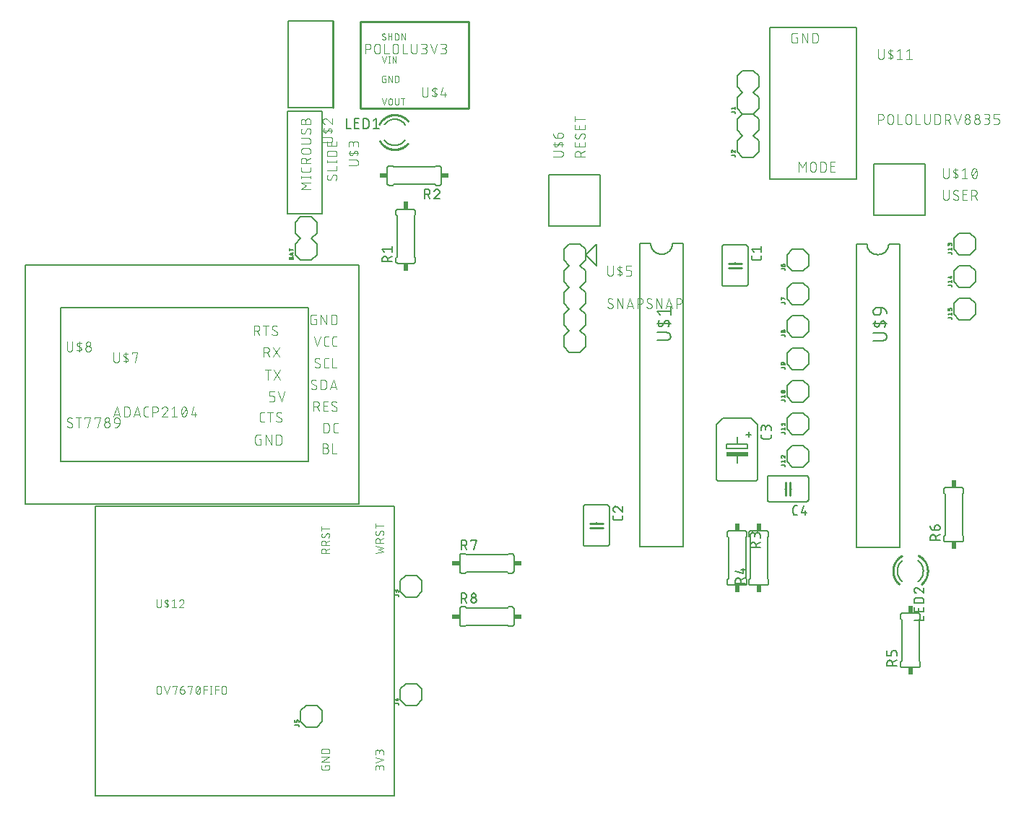
<source format=gbr>
G04 EAGLE Gerber RS-274X export*
G75*
%MOMM*%
%FSLAX34Y34*%
%LPD*%
%INSilkscreen Top*%
%IPPOS*%
%AMOC8*
5,1,8,0,0,1.08239X$1,22.5*%
G01*
%ADD10C,0.203200*%
%ADD11C,0.127000*%
%ADD12C,0.152400*%
%ADD13C,0.254000*%
%ADD14R,2.540000X0.508000*%
%ADD15R,0.609600X0.863600*%
%ADD16R,0.863600X0.609600*%
%ADD17C,0.177800*%
%ADD18C,0.101600*%
%ADD19C,0.076200*%
%ADD20C,0.200000*%


D10*
X15240Y609600D02*
X15240Y622300D01*
X21590Y628650D01*
X34290Y628650D02*
X40640Y622300D01*
X21590Y628650D02*
X15240Y635000D01*
X15240Y647700D01*
X21590Y654050D01*
X34290Y654050D02*
X40640Y647700D01*
X40640Y635000D01*
X34290Y628650D01*
X34290Y603250D02*
X21590Y603250D01*
X15240Y609600D01*
X34290Y603250D02*
X40640Y609600D01*
X40640Y622300D01*
X34290Y654050D02*
X21590Y654050D01*
D11*
X10654Y605226D02*
X10654Y603885D01*
X10653Y605226D02*
X10655Y605297D01*
X10661Y605369D01*
X10670Y605439D01*
X10683Y605509D01*
X10700Y605579D01*
X10721Y605647D01*
X10745Y605714D01*
X10773Y605780D01*
X10804Y605844D01*
X10839Y605907D01*
X10877Y605967D01*
X10918Y606026D01*
X10962Y606082D01*
X11009Y606136D01*
X11058Y606187D01*
X11111Y606235D01*
X11166Y606281D01*
X11223Y606323D01*
X11283Y606363D01*
X11344Y606399D01*
X11408Y606432D01*
X11473Y606461D01*
X11539Y606487D01*
X11607Y606510D01*
X11676Y606529D01*
X11746Y606544D01*
X11816Y606555D01*
X11887Y606563D01*
X11958Y606567D01*
X12030Y606567D01*
X12101Y606563D01*
X12172Y606555D01*
X12242Y606544D01*
X12312Y606529D01*
X12381Y606510D01*
X12449Y606487D01*
X12515Y606461D01*
X12580Y606432D01*
X12644Y606399D01*
X12705Y606363D01*
X12765Y606323D01*
X12822Y606281D01*
X12877Y606235D01*
X12930Y606187D01*
X12979Y606136D01*
X13026Y606082D01*
X13070Y606026D01*
X13111Y605967D01*
X13149Y605907D01*
X13184Y605844D01*
X13215Y605780D01*
X13243Y605714D01*
X13267Y605647D01*
X13288Y605579D01*
X13305Y605509D01*
X13318Y605439D01*
X13327Y605369D01*
X13333Y605297D01*
X13335Y605226D01*
X13335Y603885D01*
X8509Y603885D01*
X8509Y605226D01*
X8511Y605291D01*
X8517Y605355D01*
X8527Y605419D01*
X8540Y605483D01*
X8558Y605545D01*
X8579Y605606D01*
X8603Y605666D01*
X8632Y605724D01*
X8664Y605781D01*
X8699Y605835D01*
X8737Y605887D01*
X8779Y605937D01*
X8823Y605984D01*
X8870Y606028D01*
X8920Y606070D01*
X8972Y606108D01*
X9026Y606143D01*
X9083Y606175D01*
X9141Y606204D01*
X9201Y606228D01*
X9262Y606249D01*
X9324Y606267D01*
X9388Y606280D01*
X9452Y606290D01*
X9516Y606296D01*
X9581Y606298D01*
X9646Y606296D01*
X9710Y606290D01*
X9774Y606280D01*
X9838Y606267D01*
X9900Y606249D01*
X9961Y606228D01*
X10021Y606204D01*
X10079Y606175D01*
X10136Y606143D01*
X10190Y606108D01*
X10242Y606070D01*
X10292Y606028D01*
X10339Y605984D01*
X10383Y605937D01*
X10425Y605887D01*
X10463Y605835D01*
X10498Y605781D01*
X10530Y605724D01*
X10559Y605666D01*
X10583Y605606D01*
X10604Y605545D01*
X10622Y605483D01*
X10635Y605419D01*
X10645Y605355D01*
X10651Y605291D01*
X10653Y605226D01*
X13335Y608774D02*
X8509Y610383D01*
X13335Y611991D01*
X12129Y611589D02*
X12129Y609176D01*
X13335Y615503D02*
X8509Y615503D01*
X8509Y614163D02*
X8509Y616844D01*
D12*
X546100Y618490D02*
X546100Y575310D01*
X515620Y575310D02*
X515620Y618490D01*
X518160Y572770D02*
X543560Y572770D01*
X543560Y621030D02*
X518160Y621030D01*
X546100Y575310D02*
X546098Y575210D01*
X546092Y575111D01*
X546082Y575011D01*
X546069Y574913D01*
X546051Y574814D01*
X546030Y574717D01*
X546005Y574621D01*
X545976Y574525D01*
X545943Y574431D01*
X545907Y574338D01*
X545867Y574247D01*
X545823Y574157D01*
X545776Y574069D01*
X545726Y573983D01*
X545672Y573899D01*
X545615Y573817D01*
X545555Y573738D01*
X545491Y573660D01*
X545425Y573586D01*
X545356Y573514D01*
X545284Y573445D01*
X545210Y573379D01*
X545132Y573315D01*
X545053Y573255D01*
X544971Y573198D01*
X544887Y573144D01*
X544801Y573094D01*
X544713Y573047D01*
X544623Y573003D01*
X544532Y572963D01*
X544439Y572927D01*
X544345Y572894D01*
X544249Y572865D01*
X544153Y572840D01*
X544056Y572819D01*
X543957Y572801D01*
X543859Y572788D01*
X543759Y572778D01*
X543660Y572772D01*
X543560Y572770D01*
X546100Y618490D02*
X546098Y618590D01*
X546092Y618689D01*
X546082Y618789D01*
X546069Y618887D01*
X546051Y618986D01*
X546030Y619083D01*
X546005Y619179D01*
X545976Y619275D01*
X545943Y619369D01*
X545907Y619462D01*
X545867Y619553D01*
X545823Y619643D01*
X545776Y619731D01*
X545726Y619817D01*
X545672Y619901D01*
X545615Y619983D01*
X545555Y620062D01*
X545491Y620140D01*
X545425Y620214D01*
X545356Y620286D01*
X545284Y620355D01*
X545210Y620421D01*
X545132Y620485D01*
X545053Y620545D01*
X544971Y620602D01*
X544887Y620656D01*
X544801Y620706D01*
X544713Y620753D01*
X544623Y620797D01*
X544532Y620837D01*
X544439Y620873D01*
X544345Y620906D01*
X544249Y620935D01*
X544153Y620960D01*
X544056Y620981D01*
X543957Y620999D01*
X543859Y621012D01*
X543759Y621022D01*
X543660Y621028D01*
X543560Y621030D01*
X515620Y575310D02*
X515622Y575210D01*
X515628Y575111D01*
X515638Y575011D01*
X515651Y574913D01*
X515669Y574814D01*
X515690Y574717D01*
X515715Y574621D01*
X515744Y574525D01*
X515777Y574431D01*
X515813Y574338D01*
X515853Y574247D01*
X515897Y574157D01*
X515944Y574069D01*
X515994Y573983D01*
X516048Y573899D01*
X516105Y573817D01*
X516165Y573738D01*
X516229Y573660D01*
X516295Y573586D01*
X516364Y573514D01*
X516436Y573445D01*
X516510Y573379D01*
X516588Y573315D01*
X516667Y573255D01*
X516749Y573198D01*
X516833Y573144D01*
X516919Y573094D01*
X517007Y573047D01*
X517097Y573003D01*
X517188Y572963D01*
X517281Y572927D01*
X517375Y572894D01*
X517471Y572865D01*
X517567Y572840D01*
X517664Y572819D01*
X517763Y572801D01*
X517861Y572788D01*
X517961Y572778D01*
X518060Y572772D01*
X518160Y572770D01*
X515620Y618490D02*
X515622Y618590D01*
X515628Y618689D01*
X515638Y618789D01*
X515651Y618887D01*
X515669Y618986D01*
X515690Y619083D01*
X515715Y619179D01*
X515744Y619275D01*
X515777Y619369D01*
X515813Y619462D01*
X515853Y619553D01*
X515897Y619643D01*
X515944Y619731D01*
X515994Y619817D01*
X516048Y619901D01*
X516105Y619983D01*
X516165Y620062D01*
X516229Y620140D01*
X516295Y620214D01*
X516364Y620286D01*
X516436Y620355D01*
X516510Y620421D01*
X516588Y620485D01*
X516667Y620545D01*
X516749Y620602D01*
X516833Y620656D01*
X516919Y620706D01*
X517007Y620753D01*
X517097Y620797D01*
X517188Y620837D01*
X517281Y620873D01*
X517375Y620906D01*
X517471Y620935D01*
X517567Y620960D01*
X517664Y620981D01*
X517763Y620999D01*
X517861Y621012D01*
X517961Y621022D01*
X518060Y621028D01*
X518160Y621030D01*
X530860Y594360D02*
X530860Y593090D01*
D13*
X530860Y594360D02*
X538480Y594360D01*
X530860Y594360D02*
X523240Y594360D01*
X530860Y599440D02*
X538480Y599440D01*
X530860Y599440D02*
X523240Y599440D01*
D12*
X530860Y599440D02*
X530860Y600710D01*
D11*
X561975Y605753D02*
X561975Y608293D01*
X561975Y605753D02*
X561973Y605653D01*
X561967Y605554D01*
X561957Y605454D01*
X561944Y605356D01*
X561926Y605257D01*
X561905Y605160D01*
X561880Y605064D01*
X561851Y604968D01*
X561818Y604874D01*
X561782Y604781D01*
X561742Y604690D01*
X561698Y604600D01*
X561651Y604512D01*
X561601Y604426D01*
X561547Y604342D01*
X561490Y604260D01*
X561430Y604181D01*
X561366Y604103D01*
X561300Y604029D01*
X561231Y603957D01*
X561159Y603888D01*
X561085Y603822D01*
X561007Y603758D01*
X560928Y603698D01*
X560846Y603641D01*
X560762Y603587D01*
X560676Y603537D01*
X560588Y603490D01*
X560498Y603446D01*
X560407Y603406D01*
X560314Y603370D01*
X560220Y603337D01*
X560124Y603308D01*
X560028Y603283D01*
X559931Y603262D01*
X559832Y603244D01*
X559734Y603231D01*
X559634Y603221D01*
X559535Y603215D01*
X559435Y603213D01*
X553085Y603213D01*
X552985Y603215D01*
X552886Y603221D01*
X552786Y603231D01*
X552688Y603244D01*
X552589Y603262D01*
X552492Y603283D01*
X552396Y603308D01*
X552300Y603337D01*
X552206Y603370D01*
X552113Y603406D01*
X552022Y603446D01*
X551932Y603490D01*
X551844Y603537D01*
X551758Y603587D01*
X551674Y603641D01*
X551592Y603698D01*
X551513Y603758D01*
X551435Y603822D01*
X551361Y603888D01*
X551289Y603957D01*
X551220Y604029D01*
X551154Y604103D01*
X551090Y604181D01*
X551030Y604260D01*
X550973Y604342D01*
X550919Y604426D01*
X550869Y604512D01*
X550822Y604600D01*
X550778Y604690D01*
X550738Y604781D01*
X550702Y604874D01*
X550669Y604968D01*
X550640Y605064D01*
X550615Y605160D01*
X550594Y605257D01*
X550576Y605356D01*
X550563Y605454D01*
X550553Y605554D01*
X550547Y605653D01*
X550545Y605753D01*
X550545Y608293D01*
X553085Y612775D02*
X550545Y615950D01*
X561975Y615950D01*
X561975Y612775D02*
X561975Y619125D01*
D12*
X383540Y313690D02*
X383540Y270510D01*
X353060Y270510D02*
X353060Y313690D01*
X355600Y267970D02*
X381000Y267970D01*
X381000Y316230D02*
X355600Y316230D01*
X383540Y270510D02*
X383538Y270410D01*
X383532Y270311D01*
X383522Y270211D01*
X383509Y270113D01*
X383491Y270014D01*
X383470Y269917D01*
X383445Y269821D01*
X383416Y269725D01*
X383383Y269631D01*
X383347Y269538D01*
X383307Y269447D01*
X383263Y269357D01*
X383216Y269269D01*
X383166Y269183D01*
X383112Y269099D01*
X383055Y269017D01*
X382995Y268938D01*
X382931Y268860D01*
X382865Y268786D01*
X382796Y268714D01*
X382724Y268645D01*
X382650Y268579D01*
X382572Y268515D01*
X382493Y268455D01*
X382411Y268398D01*
X382327Y268344D01*
X382241Y268294D01*
X382153Y268247D01*
X382063Y268203D01*
X381972Y268163D01*
X381879Y268127D01*
X381785Y268094D01*
X381689Y268065D01*
X381593Y268040D01*
X381496Y268019D01*
X381397Y268001D01*
X381299Y267988D01*
X381199Y267978D01*
X381100Y267972D01*
X381000Y267970D01*
X383540Y313690D02*
X383538Y313790D01*
X383532Y313889D01*
X383522Y313989D01*
X383509Y314087D01*
X383491Y314186D01*
X383470Y314283D01*
X383445Y314379D01*
X383416Y314475D01*
X383383Y314569D01*
X383347Y314662D01*
X383307Y314753D01*
X383263Y314843D01*
X383216Y314931D01*
X383166Y315017D01*
X383112Y315101D01*
X383055Y315183D01*
X382995Y315262D01*
X382931Y315340D01*
X382865Y315414D01*
X382796Y315486D01*
X382724Y315555D01*
X382650Y315621D01*
X382572Y315685D01*
X382493Y315745D01*
X382411Y315802D01*
X382327Y315856D01*
X382241Y315906D01*
X382153Y315953D01*
X382063Y315997D01*
X381972Y316037D01*
X381879Y316073D01*
X381785Y316106D01*
X381689Y316135D01*
X381593Y316160D01*
X381496Y316181D01*
X381397Y316199D01*
X381299Y316212D01*
X381199Y316222D01*
X381100Y316228D01*
X381000Y316230D01*
X353060Y270510D02*
X353062Y270410D01*
X353068Y270311D01*
X353078Y270211D01*
X353091Y270113D01*
X353109Y270014D01*
X353130Y269917D01*
X353155Y269821D01*
X353184Y269725D01*
X353217Y269631D01*
X353253Y269538D01*
X353293Y269447D01*
X353337Y269357D01*
X353384Y269269D01*
X353434Y269183D01*
X353488Y269099D01*
X353545Y269017D01*
X353605Y268938D01*
X353669Y268860D01*
X353735Y268786D01*
X353804Y268714D01*
X353876Y268645D01*
X353950Y268579D01*
X354028Y268515D01*
X354107Y268455D01*
X354189Y268398D01*
X354273Y268344D01*
X354359Y268294D01*
X354447Y268247D01*
X354537Y268203D01*
X354628Y268163D01*
X354721Y268127D01*
X354815Y268094D01*
X354911Y268065D01*
X355007Y268040D01*
X355104Y268019D01*
X355203Y268001D01*
X355301Y267988D01*
X355401Y267978D01*
X355500Y267972D01*
X355600Y267970D01*
X353060Y313690D02*
X353062Y313790D01*
X353068Y313889D01*
X353078Y313989D01*
X353091Y314087D01*
X353109Y314186D01*
X353130Y314283D01*
X353155Y314379D01*
X353184Y314475D01*
X353217Y314569D01*
X353253Y314662D01*
X353293Y314753D01*
X353337Y314843D01*
X353384Y314931D01*
X353434Y315017D01*
X353488Y315101D01*
X353545Y315183D01*
X353605Y315262D01*
X353669Y315340D01*
X353735Y315414D01*
X353804Y315486D01*
X353876Y315555D01*
X353950Y315621D01*
X354028Y315685D01*
X354107Y315745D01*
X354189Y315802D01*
X354273Y315856D01*
X354359Y315906D01*
X354447Y315953D01*
X354537Y315997D01*
X354628Y316037D01*
X354721Y316073D01*
X354815Y316106D01*
X354911Y316135D01*
X355007Y316160D01*
X355104Y316181D01*
X355203Y316199D01*
X355301Y316212D01*
X355401Y316222D01*
X355500Y316228D01*
X355600Y316230D01*
X368300Y289560D02*
X368300Y288290D01*
D13*
X368300Y289560D02*
X375920Y289560D01*
X368300Y289560D02*
X360680Y289560D01*
X368300Y294640D02*
X375920Y294640D01*
X368300Y294640D02*
X360680Y294640D01*
D12*
X368300Y294640D02*
X368300Y295910D01*
D11*
X399415Y300953D02*
X399415Y303493D01*
X399415Y300953D02*
X399413Y300853D01*
X399407Y300754D01*
X399397Y300654D01*
X399384Y300556D01*
X399366Y300457D01*
X399345Y300360D01*
X399320Y300264D01*
X399291Y300168D01*
X399258Y300074D01*
X399222Y299981D01*
X399182Y299890D01*
X399138Y299800D01*
X399091Y299712D01*
X399041Y299626D01*
X398987Y299542D01*
X398930Y299460D01*
X398870Y299381D01*
X398806Y299303D01*
X398740Y299229D01*
X398671Y299157D01*
X398599Y299088D01*
X398525Y299022D01*
X398447Y298958D01*
X398368Y298898D01*
X398286Y298841D01*
X398202Y298787D01*
X398116Y298737D01*
X398028Y298690D01*
X397938Y298646D01*
X397847Y298606D01*
X397754Y298570D01*
X397660Y298537D01*
X397564Y298508D01*
X397468Y298483D01*
X397371Y298462D01*
X397272Y298444D01*
X397174Y298431D01*
X397074Y298421D01*
X396975Y298415D01*
X396875Y298413D01*
X390525Y298413D01*
X390425Y298415D01*
X390326Y298421D01*
X390226Y298431D01*
X390128Y298444D01*
X390029Y298462D01*
X389932Y298483D01*
X389836Y298508D01*
X389740Y298537D01*
X389646Y298570D01*
X389553Y298606D01*
X389462Y298646D01*
X389372Y298690D01*
X389284Y298737D01*
X389198Y298787D01*
X389114Y298841D01*
X389032Y298898D01*
X388953Y298958D01*
X388875Y299022D01*
X388801Y299088D01*
X388729Y299157D01*
X388660Y299229D01*
X388594Y299303D01*
X388530Y299381D01*
X388470Y299460D01*
X388413Y299542D01*
X388359Y299626D01*
X388309Y299712D01*
X388262Y299800D01*
X388218Y299890D01*
X388178Y299981D01*
X388142Y300074D01*
X388109Y300168D01*
X388080Y300264D01*
X388055Y300360D01*
X388034Y300457D01*
X388016Y300556D01*
X388003Y300654D01*
X387993Y300754D01*
X387987Y300853D01*
X387985Y300953D01*
X387985Y303493D01*
X387985Y311468D02*
X387987Y311572D01*
X387993Y311677D01*
X388002Y311781D01*
X388015Y311884D01*
X388033Y311987D01*
X388053Y312089D01*
X388078Y312191D01*
X388106Y312291D01*
X388138Y312391D01*
X388174Y312489D01*
X388213Y312586D01*
X388255Y312681D01*
X388301Y312775D01*
X388351Y312867D01*
X388403Y312957D01*
X388459Y313045D01*
X388519Y313131D01*
X388581Y313215D01*
X388646Y313296D01*
X388714Y313375D01*
X388786Y313452D01*
X388859Y313525D01*
X388936Y313597D01*
X389015Y313665D01*
X389096Y313730D01*
X389180Y313792D01*
X389266Y313852D01*
X389354Y313908D01*
X389444Y313960D01*
X389536Y314010D01*
X389630Y314056D01*
X389725Y314098D01*
X389822Y314137D01*
X389920Y314173D01*
X390020Y314205D01*
X390120Y314233D01*
X390222Y314258D01*
X390324Y314278D01*
X390427Y314296D01*
X390530Y314309D01*
X390634Y314318D01*
X390739Y314324D01*
X390843Y314326D01*
X387985Y311468D02*
X387987Y311350D01*
X387993Y311231D01*
X388002Y311113D01*
X388015Y310996D01*
X388033Y310879D01*
X388053Y310762D01*
X388078Y310646D01*
X388106Y310531D01*
X388139Y310418D01*
X388174Y310305D01*
X388214Y310193D01*
X388256Y310083D01*
X388303Y309974D01*
X388353Y309866D01*
X388406Y309761D01*
X388463Y309657D01*
X388523Y309555D01*
X388586Y309455D01*
X388653Y309357D01*
X388722Y309261D01*
X388795Y309168D01*
X388871Y309077D01*
X388949Y308988D01*
X389031Y308902D01*
X389115Y308819D01*
X389201Y308738D01*
X389291Y308661D01*
X389382Y308586D01*
X389476Y308514D01*
X389573Y308445D01*
X389671Y308380D01*
X389772Y308317D01*
X389875Y308258D01*
X389979Y308202D01*
X390085Y308150D01*
X390193Y308101D01*
X390302Y308056D01*
X390413Y308014D01*
X390525Y307976D01*
X393065Y313373D02*
X392990Y313449D01*
X392911Y313524D01*
X392830Y313595D01*
X392746Y313664D01*
X392660Y313729D01*
X392572Y313791D01*
X392482Y313851D01*
X392390Y313907D01*
X392295Y313960D01*
X392199Y314009D01*
X392101Y314055D01*
X392002Y314098D01*
X391901Y314137D01*
X391799Y314172D01*
X391696Y314204D01*
X391592Y314232D01*
X391487Y314257D01*
X391380Y314278D01*
X391274Y314295D01*
X391167Y314308D01*
X391059Y314317D01*
X390951Y314323D01*
X390843Y314325D01*
X393065Y313373D02*
X399415Y307975D01*
X399415Y314325D01*
D12*
X557530Y347980D02*
X557530Y410210D01*
X553720Y344170D02*
X513080Y344170D01*
X509270Y347980D02*
X509270Y410210D01*
X549910Y417830D02*
X557530Y410210D01*
X550164Y398780D02*
X543814Y398780D01*
X547116Y395478D02*
X547116Y402082D01*
X533400Y396240D02*
X533400Y387350D01*
X521208Y387350D01*
X521208Y382270D01*
X545592Y382270D01*
X545592Y387350D01*
X533400Y387350D01*
X533400Y374650D02*
X533400Y365760D01*
X509270Y410210D02*
X516890Y417830D01*
X549910Y417830D01*
X557530Y347980D02*
X557528Y347858D01*
X557522Y347736D01*
X557512Y347614D01*
X557499Y347493D01*
X557481Y347372D01*
X557460Y347252D01*
X557434Y347132D01*
X557405Y347014D01*
X557373Y346896D01*
X557336Y346779D01*
X557296Y346664D01*
X557252Y346550D01*
X557204Y346438D01*
X557153Y346327D01*
X557098Y346218D01*
X557040Y346110D01*
X556978Y346005D01*
X556913Y345902D01*
X556845Y345800D01*
X556773Y345701D01*
X556699Y345605D01*
X556621Y345510D01*
X556540Y345419D01*
X556457Y345329D01*
X556371Y345243D01*
X556281Y345160D01*
X556190Y345079D01*
X556095Y345001D01*
X555999Y344927D01*
X555900Y344855D01*
X555798Y344787D01*
X555695Y344722D01*
X555590Y344660D01*
X555482Y344602D01*
X555373Y344547D01*
X555262Y344496D01*
X555150Y344448D01*
X555036Y344404D01*
X554921Y344364D01*
X554804Y344327D01*
X554686Y344295D01*
X554568Y344266D01*
X554448Y344240D01*
X554328Y344219D01*
X554207Y344201D01*
X554086Y344188D01*
X553964Y344178D01*
X553842Y344172D01*
X553720Y344170D01*
X513080Y344170D02*
X512958Y344172D01*
X512836Y344178D01*
X512714Y344188D01*
X512593Y344201D01*
X512472Y344219D01*
X512352Y344240D01*
X512232Y344266D01*
X512114Y344295D01*
X511996Y344327D01*
X511879Y344364D01*
X511764Y344404D01*
X511650Y344448D01*
X511538Y344496D01*
X511427Y344547D01*
X511318Y344602D01*
X511210Y344660D01*
X511105Y344722D01*
X511002Y344787D01*
X510900Y344855D01*
X510801Y344927D01*
X510705Y345001D01*
X510610Y345079D01*
X510519Y345160D01*
X510429Y345243D01*
X510343Y345329D01*
X510260Y345419D01*
X510179Y345510D01*
X510101Y345605D01*
X510027Y345701D01*
X509955Y345800D01*
X509887Y345902D01*
X509822Y346005D01*
X509760Y346110D01*
X509702Y346218D01*
X509647Y346327D01*
X509596Y346438D01*
X509548Y346550D01*
X509504Y346664D01*
X509464Y346779D01*
X509427Y346896D01*
X509395Y347014D01*
X509366Y347132D01*
X509340Y347252D01*
X509319Y347372D01*
X509301Y347493D01*
X509288Y347614D01*
X509278Y347736D01*
X509272Y347858D01*
X509270Y347980D01*
D14*
X533400Y375920D03*
D11*
X573405Y396203D02*
X573405Y398743D01*
X573405Y396203D02*
X573403Y396103D01*
X573397Y396004D01*
X573387Y395904D01*
X573374Y395806D01*
X573356Y395707D01*
X573335Y395610D01*
X573310Y395514D01*
X573281Y395418D01*
X573248Y395324D01*
X573212Y395231D01*
X573172Y395140D01*
X573128Y395050D01*
X573081Y394962D01*
X573031Y394876D01*
X572977Y394792D01*
X572920Y394710D01*
X572860Y394631D01*
X572796Y394553D01*
X572730Y394479D01*
X572661Y394407D01*
X572589Y394338D01*
X572515Y394272D01*
X572437Y394208D01*
X572358Y394148D01*
X572276Y394091D01*
X572192Y394037D01*
X572106Y393987D01*
X572018Y393940D01*
X571928Y393896D01*
X571837Y393856D01*
X571744Y393820D01*
X571650Y393787D01*
X571554Y393758D01*
X571458Y393733D01*
X571361Y393712D01*
X571262Y393694D01*
X571164Y393681D01*
X571064Y393671D01*
X570965Y393665D01*
X570865Y393663D01*
X564515Y393663D01*
X564415Y393665D01*
X564316Y393671D01*
X564216Y393681D01*
X564118Y393694D01*
X564019Y393712D01*
X563922Y393733D01*
X563826Y393758D01*
X563730Y393787D01*
X563636Y393820D01*
X563543Y393856D01*
X563452Y393896D01*
X563362Y393940D01*
X563274Y393987D01*
X563188Y394037D01*
X563104Y394091D01*
X563022Y394148D01*
X562943Y394208D01*
X562865Y394272D01*
X562791Y394338D01*
X562719Y394407D01*
X562650Y394479D01*
X562584Y394553D01*
X562520Y394631D01*
X562460Y394710D01*
X562403Y394792D01*
X562349Y394876D01*
X562299Y394962D01*
X562252Y395050D01*
X562208Y395140D01*
X562168Y395231D01*
X562132Y395324D01*
X562099Y395418D01*
X562070Y395514D01*
X562045Y395610D01*
X562024Y395707D01*
X562006Y395806D01*
X561993Y395904D01*
X561983Y396004D01*
X561977Y396103D01*
X561975Y396203D01*
X561975Y398743D01*
X573405Y403225D02*
X573405Y406400D01*
X573403Y406511D01*
X573397Y406621D01*
X573388Y406732D01*
X573374Y406842D01*
X573357Y406951D01*
X573336Y407060D01*
X573311Y407168D01*
X573282Y407275D01*
X573250Y407381D01*
X573214Y407486D01*
X573174Y407589D01*
X573131Y407691D01*
X573084Y407792D01*
X573033Y407891D01*
X572980Y407988D01*
X572923Y408082D01*
X572862Y408175D01*
X572799Y408266D01*
X572732Y408355D01*
X572662Y408441D01*
X572589Y408524D01*
X572514Y408606D01*
X572436Y408684D01*
X572354Y408759D01*
X572271Y408832D01*
X572185Y408902D01*
X572096Y408969D01*
X572005Y409032D01*
X571912Y409093D01*
X571818Y409150D01*
X571721Y409203D01*
X571622Y409254D01*
X571521Y409301D01*
X571419Y409344D01*
X571316Y409384D01*
X571211Y409420D01*
X571105Y409452D01*
X570998Y409481D01*
X570890Y409506D01*
X570781Y409527D01*
X570672Y409544D01*
X570562Y409558D01*
X570451Y409567D01*
X570341Y409573D01*
X570230Y409575D01*
X570119Y409573D01*
X570009Y409567D01*
X569898Y409558D01*
X569788Y409544D01*
X569679Y409527D01*
X569570Y409506D01*
X569462Y409481D01*
X569355Y409452D01*
X569249Y409420D01*
X569144Y409384D01*
X569041Y409344D01*
X568939Y409301D01*
X568838Y409254D01*
X568739Y409203D01*
X568643Y409150D01*
X568548Y409093D01*
X568455Y409032D01*
X568364Y408969D01*
X568275Y408902D01*
X568189Y408832D01*
X568106Y408759D01*
X568024Y408684D01*
X567946Y408606D01*
X567871Y408524D01*
X567798Y408441D01*
X567728Y408355D01*
X567661Y408266D01*
X567598Y408175D01*
X567537Y408082D01*
X567480Y407988D01*
X567427Y407891D01*
X567376Y407792D01*
X567329Y407691D01*
X567286Y407589D01*
X567246Y407486D01*
X567210Y407381D01*
X567178Y407275D01*
X567149Y407168D01*
X567124Y407060D01*
X567103Y406951D01*
X567086Y406842D01*
X567072Y406732D01*
X567063Y406621D01*
X567057Y406511D01*
X567055Y406400D01*
X561975Y407035D02*
X561975Y403225D01*
X561975Y407035D02*
X561977Y407135D01*
X561983Y407234D01*
X561993Y407334D01*
X562006Y407432D01*
X562024Y407531D01*
X562045Y407628D01*
X562070Y407724D01*
X562099Y407820D01*
X562132Y407914D01*
X562168Y408007D01*
X562208Y408098D01*
X562252Y408188D01*
X562299Y408276D01*
X562349Y408362D01*
X562403Y408446D01*
X562460Y408528D01*
X562520Y408607D01*
X562584Y408685D01*
X562650Y408759D01*
X562719Y408831D01*
X562791Y408900D01*
X562865Y408966D01*
X562943Y409030D01*
X563022Y409090D01*
X563104Y409147D01*
X563188Y409201D01*
X563274Y409251D01*
X563362Y409298D01*
X563452Y409342D01*
X563543Y409382D01*
X563636Y409418D01*
X563730Y409451D01*
X563826Y409480D01*
X563922Y409505D01*
X564019Y409526D01*
X564118Y409544D01*
X564216Y409557D01*
X564316Y409567D01*
X564415Y409573D01*
X564515Y409575D01*
X564615Y409573D01*
X564714Y409567D01*
X564814Y409557D01*
X564912Y409544D01*
X565011Y409526D01*
X565108Y409505D01*
X565204Y409480D01*
X565300Y409451D01*
X565394Y409418D01*
X565487Y409382D01*
X565578Y409342D01*
X565668Y409298D01*
X565756Y409251D01*
X565842Y409201D01*
X565926Y409147D01*
X566008Y409090D01*
X566087Y409030D01*
X566165Y408966D01*
X566239Y408900D01*
X566311Y408831D01*
X566380Y408759D01*
X566446Y408685D01*
X566510Y408607D01*
X566570Y408528D01*
X566627Y408446D01*
X566681Y408362D01*
X566731Y408276D01*
X566778Y408188D01*
X566822Y408098D01*
X566862Y408007D01*
X566898Y407914D01*
X566931Y407820D01*
X566960Y407724D01*
X566985Y407628D01*
X567006Y407531D01*
X567024Y407432D01*
X567037Y407334D01*
X567047Y407234D01*
X567053Y407135D01*
X567055Y407035D01*
X567055Y404495D01*
D12*
X571500Y320040D02*
X614680Y320040D01*
X614680Y350520D02*
X571500Y350520D01*
X568960Y347980D02*
X568960Y322580D01*
X617220Y322580D02*
X617220Y347980D01*
X571500Y320040D02*
X571400Y320042D01*
X571301Y320048D01*
X571201Y320058D01*
X571103Y320071D01*
X571004Y320089D01*
X570907Y320110D01*
X570811Y320135D01*
X570715Y320164D01*
X570621Y320197D01*
X570528Y320233D01*
X570437Y320273D01*
X570347Y320317D01*
X570259Y320364D01*
X570173Y320414D01*
X570089Y320468D01*
X570007Y320525D01*
X569928Y320585D01*
X569850Y320649D01*
X569776Y320715D01*
X569704Y320784D01*
X569635Y320856D01*
X569569Y320930D01*
X569505Y321008D01*
X569445Y321087D01*
X569388Y321169D01*
X569334Y321253D01*
X569284Y321339D01*
X569237Y321427D01*
X569193Y321517D01*
X569153Y321608D01*
X569117Y321701D01*
X569084Y321795D01*
X569055Y321891D01*
X569030Y321987D01*
X569009Y322084D01*
X568991Y322183D01*
X568978Y322281D01*
X568968Y322381D01*
X568962Y322480D01*
X568960Y322580D01*
X614680Y320040D02*
X614780Y320042D01*
X614879Y320048D01*
X614979Y320058D01*
X615077Y320071D01*
X615176Y320089D01*
X615273Y320110D01*
X615369Y320135D01*
X615465Y320164D01*
X615559Y320197D01*
X615652Y320233D01*
X615743Y320273D01*
X615833Y320317D01*
X615921Y320364D01*
X616007Y320414D01*
X616091Y320468D01*
X616173Y320525D01*
X616252Y320585D01*
X616330Y320649D01*
X616404Y320715D01*
X616476Y320784D01*
X616545Y320856D01*
X616611Y320930D01*
X616675Y321008D01*
X616735Y321087D01*
X616792Y321169D01*
X616846Y321253D01*
X616896Y321339D01*
X616943Y321427D01*
X616987Y321517D01*
X617027Y321608D01*
X617063Y321701D01*
X617096Y321795D01*
X617125Y321891D01*
X617150Y321987D01*
X617171Y322084D01*
X617189Y322183D01*
X617202Y322281D01*
X617212Y322381D01*
X617218Y322480D01*
X617220Y322580D01*
X571500Y350520D02*
X571400Y350518D01*
X571301Y350512D01*
X571201Y350502D01*
X571103Y350489D01*
X571004Y350471D01*
X570907Y350450D01*
X570811Y350425D01*
X570715Y350396D01*
X570621Y350363D01*
X570528Y350327D01*
X570437Y350287D01*
X570347Y350243D01*
X570259Y350196D01*
X570173Y350146D01*
X570089Y350092D01*
X570007Y350035D01*
X569928Y349975D01*
X569850Y349911D01*
X569776Y349845D01*
X569704Y349776D01*
X569635Y349704D01*
X569569Y349630D01*
X569505Y349552D01*
X569445Y349473D01*
X569388Y349391D01*
X569334Y349307D01*
X569284Y349221D01*
X569237Y349133D01*
X569193Y349043D01*
X569153Y348952D01*
X569117Y348859D01*
X569084Y348765D01*
X569055Y348669D01*
X569030Y348573D01*
X569009Y348476D01*
X568991Y348377D01*
X568978Y348279D01*
X568968Y348179D01*
X568962Y348080D01*
X568960Y347980D01*
X614680Y350520D02*
X614780Y350518D01*
X614879Y350512D01*
X614979Y350502D01*
X615077Y350489D01*
X615176Y350471D01*
X615273Y350450D01*
X615369Y350425D01*
X615465Y350396D01*
X615559Y350363D01*
X615652Y350327D01*
X615743Y350287D01*
X615833Y350243D01*
X615921Y350196D01*
X616007Y350146D01*
X616091Y350092D01*
X616173Y350035D01*
X616252Y349975D01*
X616330Y349911D01*
X616404Y349845D01*
X616476Y349776D01*
X616545Y349704D01*
X616611Y349630D01*
X616675Y349552D01*
X616735Y349473D01*
X616792Y349391D01*
X616846Y349307D01*
X616896Y349221D01*
X616943Y349133D01*
X616987Y349043D01*
X617027Y348952D01*
X617063Y348859D01*
X617096Y348765D01*
X617125Y348669D01*
X617150Y348573D01*
X617171Y348476D01*
X617189Y348377D01*
X617202Y348279D01*
X617212Y348179D01*
X617218Y348080D01*
X617220Y347980D01*
X590550Y335280D02*
X589280Y335280D01*
D13*
X590550Y335280D02*
X590550Y327660D01*
X590550Y335280D02*
X590550Y342900D01*
X595630Y335280D02*
X595630Y327660D01*
X595630Y335280D02*
X595630Y342900D01*
D12*
X595630Y335280D02*
X596900Y335280D01*
D11*
X601943Y304165D02*
X604483Y304165D01*
X601943Y304165D02*
X601843Y304167D01*
X601744Y304173D01*
X601644Y304183D01*
X601546Y304196D01*
X601447Y304214D01*
X601350Y304235D01*
X601254Y304260D01*
X601158Y304289D01*
X601064Y304322D01*
X600971Y304358D01*
X600880Y304398D01*
X600790Y304442D01*
X600702Y304489D01*
X600616Y304539D01*
X600532Y304593D01*
X600450Y304650D01*
X600371Y304710D01*
X600293Y304774D01*
X600219Y304840D01*
X600147Y304909D01*
X600078Y304981D01*
X600012Y305055D01*
X599948Y305133D01*
X599888Y305212D01*
X599831Y305294D01*
X599777Y305378D01*
X599727Y305464D01*
X599680Y305552D01*
X599636Y305642D01*
X599596Y305733D01*
X599560Y305826D01*
X599527Y305920D01*
X599498Y306016D01*
X599473Y306112D01*
X599452Y306209D01*
X599434Y306308D01*
X599421Y306406D01*
X599411Y306506D01*
X599405Y306605D01*
X599403Y306705D01*
X599403Y313055D01*
X599405Y313155D01*
X599411Y313254D01*
X599421Y313354D01*
X599434Y313452D01*
X599452Y313551D01*
X599473Y313648D01*
X599498Y313744D01*
X599527Y313840D01*
X599560Y313934D01*
X599596Y314027D01*
X599636Y314118D01*
X599680Y314208D01*
X599727Y314296D01*
X599777Y314382D01*
X599831Y314466D01*
X599888Y314548D01*
X599948Y314627D01*
X600012Y314705D01*
X600078Y314779D01*
X600147Y314851D01*
X600219Y314920D01*
X600293Y314986D01*
X600371Y315050D01*
X600450Y315110D01*
X600532Y315167D01*
X600616Y315221D01*
X600702Y315271D01*
X600790Y315318D01*
X600880Y315362D01*
X600971Y315402D01*
X601064Y315438D01*
X601158Y315471D01*
X601254Y315500D01*
X601350Y315525D01*
X601447Y315546D01*
X601546Y315564D01*
X601644Y315577D01*
X601744Y315587D01*
X601843Y315593D01*
X601943Y315595D01*
X604483Y315595D01*
X611505Y315595D02*
X608965Y306705D01*
X615315Y306705D01*
X613410Y309245D02*
X613410Y304165D01*
D10*
X533400Y781050D02*
X533400Y793750D01*
X539750Y800100D01*
X552450Y800100D02*
X558800Y793750D01*
X539750Y800100D02*
X533400Y806450D01*
X533400Y819150D01*
X539750Y825500D01*
X552450Y825500D02*
X558800Y819150D01*
X558800Y806450D01*
X552450Y800100D01*
X552450Y774700D02*
X539750Y774700D01*
X533400Y781050D01*
X552450Y774700D02*
X558800Y781050D01*
X558800Y793750D01*
X552450Y825500D02*
X539750Y825500D01*
D11*
X530423Y776944D02*
X526669Y776944D01*
X530423Y776943D02*
X530488Y776941D01*
X530552Y776935D01*
X530616Y776925D01*
X530680Y776912D01*
X530742Y776894D01*
X530803Y776873D01*
X530863Y776849D01*
X530921Y776820D01*
X530978Y776788D01*
X531032Y776753D01*
X531084Y776715D01*
X531134Y776673D01*
X531181Y776629D01*
X531225Y776582D01*
X531267Y776532D01*
X531305Y776480D01*
X531340Y776426D01*
X531372Y776369D01*
X531401Y776311D01*
X531425Y776251D01*
X531446Y776190D01*
X531464Y776128D01*
X531477Y776064D01*
X531487Y776000D01*
X531493Y775936D01*
X531495Y775871D01*
X531495Y775335D01*
X527741Y779892D02*
X526669Y781232D01*
X531495Y781232D01*
X531495Y779892D02*
X531495Y782573D01*
D10*
X598170Y462280D02*
X591820Y455930D01*
X591820Y443230D01*
X598170Y436880D01*
X610870Y436880D01*
X617220Y443230D01*
X617220Y455930D01*
X610870Y462280D01*
X598170Y462280D01*
D11*
X588843Y439124D02*
X585089Y439124D01*
X588843Y439123D02*
X588908Y439121D01*
X588972Y439115D01*
X589036Y439105D01*
X589100Y439092D01*
X589162Y439074D01*
X589223Y439053D01*
X589283Y439029D01*
X589341Y439000D01*
X589398Y438968D01*
X589452Y438933D01*
X589504Y438895D01*
X589554Y438853D01*
X589601Y438809D01*
X589645Y438762D01*
X589687Y438712D01*
X589725Y438660D01*
X589760Y438606D01*
X589792Y438549D01*
X589821Y438491D01*
X589845Y438431D01*
X589866Y438370D01*
X589884Y438308D01*
X589897Y438244D01*
X589907Y438180D01*
X589913Y438116D01*
X589915Y438051D01*
X589915Y437515D01*
X586161Y442072D02*
X585089Y443412D01*
X589915Y443412D01*
X589915Y442072D02*
X589915Y444753D01*
X587502Y447558D02*
X587382Y447560D01*
X587262Y447565D01*
X587142Y447574D01*
X587022Y447587D01*
X586903Y447603D01*
X586784Y447623D01*
X586666Y447647D01*
X586549Y447674D01*
X586433Y447704D01*
X586318Y447738D01*
X586203Y447776D01*
X586090Y447817D01*
X585979Y447861D01*
X585868Y447909D01*
X585759Y447960D01*
X585702Y447981D01*
X585646Y448007D01*
X585591Y448035D01*
X585539Y448067D01*
X585488Y448103D01*
X585440Y448141D01*
X585394Y448182D01*
X585351Y448226D01*
X585311Y448272D01*
X585274Y448321D01*
X585240Y448373D01*
X585209Y448426D01*
X585181Y448481D01*
X585157Y448537D01*
X585136Y448595D01*
X585119Y448654D01*
X585106Y448714D01*
X585097Y448775D01*
X585091Y448837D01*
X585089Y448898D01*
X585091Y448959D01*
X585097Y449021D01*
X585106Y449082D01*
X585119Y449142D01*
X585136Y449201D01*
X585157Y449259D01*
X585181Y449315D01*
X585209Y449370D01*
X585240Y449423D01*
X585274Y449475D01*
X585311Y449524D01*
X585351Y449570D01*
X585394Y449614D01*
X585440Y449655D01*
X585488Y449693D01*
X585539Y449729D01*
X585591Y449761D01*
X585646Y449789D01*
X585702Y449815D01*
X585759Y449836D01*
X585759Y449837D02*
X585868Y449888D01*
X585979Y449936D01*
X586090Y449980D01*
X586203Y450021D01*
X586318Y450059D01*
X586433Y450093D01*
X586549Y450123D01*
X586666Y450150D01*
X586784Y450174D01*
X586903Y450194D01*
X587022Y450210D01*
X587142Y450223D01*
X587262Y450232D01*
X587382Y450237D01*
X587502Y450239D01*
X587502Y447558D02*
X587622Y447560D01*
X587742Y447565D01*
X587862Y447574D01*
X587982Y447587D01*
X588101Y447603D01*
X588220Y447623D01*
X588338Y447647D01*
X588455Y447674D01*
X588571Y447704D01*
X588686Y447738D01*
X588801Y447776D01*
X588914Y447817D01*
X589025Y447861D01*
X589136Y447909D01*
X589245Y447960D01*
X589302Y447981D01*
X589358Y448007D01*
X589413Y448035D01*
X589465Y448067D01*
X589516Y448103D01*
X589564Y448141D01*
X589610Y448182D01*
X589653Y448226D01*
X589693Y448272D01*
X589730Y448321D01*
X589764Y448373D01*
X589795Y448426D01*
X589823Y448481D01*
X589847Y448537D01*
X589868Y448595D01*
X589885Y448654D01*
X589898Y448714D01*
X589907Y448775D01*
X589913Y448837D01*
X589915Y448898D01*
X589245Y449837D02*
X589136Y449888D01*
X589025Y449936D01*
X588914Y449980D01*
X588801Y450021D01*
X588686Y450059D01*
X588571Y450093D01*
X588455Y450123D01*
X588338Y450150D01*
X588220Y450174D01*
X588101Y450194D01*
X587982Y450210D01*
X587862Y450223D01*
X587742Y450232D01*
X587622Y450237D01*
X587502Y450239D01*
X589245Y449836D02*
X589302Y449815D01*
X589358Y449789D01*
X589413Y449761D01*
X589465Y449729D01*
X589516Y449693D01*
X589564Y449655D01*
X589610Y449614D01*
X589653Y449570D01*
X589693Y449523D01*
X589730Y449475D01*
X589764Y449423D01*
X589795Y449370D01*
X589823Y449315D01*
X589847Y449259D01*
X589868Y449201D01*
X589885Y449142D01*
X589898Y449082D01*
X589907Y449021D01*
X589913Y448959D01*
X589915Y448898D01*
X588843Y447826D02*
X586161Y449971D01*
D10*
X598170Y424180D02*
X591820Y417830D01*
X591820Y405130D01*
X598170Y398780D01*
X610870Y398780D01*
X617220Y405130D01*
X617220Y417830D01*
X610870Y424180D01*
X598170Y424180D01*
D11*
X588843Y401024D02*
X585089Y401024D01*
X588843Y401023D02*
X588908Y401021D01*
X588972Y401015D01*
X589036Y401005D01*
X589100Y400992D01*
X589162Y400974D01*
X589223Y400953D01*
X589283Y400929D01*
X589341Y400900D01*
X589398Y400868D01*
X589452Y400833D01*
X589504Y400795D01*
X589554Y400753D01*
X589601Y400709D01*
X589645Y400662D01*
X589687Y400612D01*
X589725Y400560D01*
X589760Y400506D01*
X589792Y400449D01*
X589821Y400391D01*
X589845Y400331D01*
X589866Y400270D01*
X589884Y400208D01*
X589897Y400144D01*
X589907Y400080D01*
X589913Y400016D01*
X589915Y399951D01*
X589915Y399415D01*
X586161Y403972D02*
X585089Y405312D01*
X589915Y405312D01*
X589915Y403972D02*
X589915Y406653D01*
X586161Y409458D02*
X585089Y410798D01*
X589915Y410798D01*
X589915Y409458D02*
X589915Y412139D01*
D10*
X598170Y386080D02*
X591820Y379730D01*
X591820Y367030D01*
X598170Y360680D01*
X610870Y360680D01*
X617220Y367030D01*
X617220Y379730D01*
X610870Y386080D01*
X598170Y386080D01*
D11*
X588843Y362924D02*
X585089Y362924D01*
X588843Y362923D02*
X588908Y362921D01*
X588972Y362915D01*
X589036Y362905D01*
X589100Y362892D01*
X589162Y362874D01*
X589223Y362853D01*
X589283Y362829D01*
X589341Y362800D01*
X589398Y362768D01*
X589452Y362733D01*
X589504Y362695D01*
X589554Y362653D01*
X589601Y362609D01*
X589645Y362562D01*
X589687Y362512D01*
X589725Y362460D01*
X589760Y362406D01*
X589792Y362349D01*
X589821Y362291D01*
X589845Y362231D01*
X589866Y362170D01*
X589884Y362108D01*
X589897Y362044D01*
X589907Y361980D01*
X589913Y361916D01*
X589915Y361851D01*
X589915Y361315D01*
X586161Y365872D02*
X585089Y367212D01*
X589915Y367212D01*
X589915Y365872D02*
X589915Y368553D01*
X585089Y372832D02*
X585091Y372900D01*
X585097Y372967D01*
X585106Y373034D01*
X585119Y373101D01*
X585136Y373166D01*
X585157Y373231D01*
X585181Y373294D01*
X585209Y373356D01*
X585240Y373416D01*
X585274Y373474D01*
X585312Y373530D01*
X585352Y373585D01*
X585396Y373636D01*
X585443Y373685D01*
X585492Y373732D01*
X585543Y373776D01*
X585598Y373816D01*
X585654Y373854D01*
X585712Y373888D01*
X585772Y373919D01*
X585834Y373947D01*
X585897Y373971D01*
X585962Y373992D01*
X586027Y374009D01*
X586094Y374022D01*
X586161Y374031D01*
X586228Y374037D01*
X586296Y374039D01*
X585089Y372832D02*
X585091Y372754D01*
X585097Y372676D01*
X585107Y372599D01*
X585120Y372522D01*
X585138Y372446D01*
X585159Y372371D01*
X585184Y372297D01*
X585213Y372225D01*
X585245Y372154D01*
X585281Y372085D01*
X585320Y372017D01*
X585363Y371952D01*
X585409Y371889D01*
X585458Y371828D01*
X585510Y371770D01*
X585565Y371715D01*
X585622Y371662D01*
X585682Y371613D01*
X585745Y371566D01*
X585810Y371523D01*
X585876Y371483D01*
X585945Y371446D01*
X586016Y371413D01*
X586088Y371383D01*
X586162Y371357D01*
X587234Y373637D02*
X587185Y373686D01*
X587133Y373733D01*
X587078Y373776D01*
X587021Y373817D01*
X586962Y373855D01*
X586901Y373889D01*
X586838Y373920D01*
X586774Y373948D01*
X586708Y373972D01*
X586642Y373992D01*
X586574Y374009D01*
X586505Y374022D01*
X586436Y374031D01*
X586366Y374037D01*
X586296Y374039D01*
X587234Y373637D02*
X589915Y371358D01*
X589915Y374039D01*
D10*
X787400Y628650D02*
X793750Y635000D01*
X787400Y628650D02*
X787400Y615950D01*
X793750Y609600D01*
X806450Y609600D01*
X812800Y615950D01*
X812800Y628650D01*
X806450Y635000D01*
X793750Y635000D01*
D11*
X784423Y611844D02*
X780669Y611844D01*
X784423Y611843D02*
X784488Y611841D01*
X784552Y611835D01*
X784616Y611825D01*
X784680Y611812D01*
X784742Y611794D01*
X784803Y611773D01*
X784863Y611749D01*
X784921Y611720D01*
X784978Y611688D01*
X785032Y611653D01*
X785084Y611615D01*
X785134Y611573D01*
X785181Y611529D01*
X785225Y611482D01*
X785267Y611432D01*
X785305Y611380D01*
X785340Y611326D01*
X785372Y611269D01*
X785401Y611211D01*
X785425Y611151D01*
X785446Y611090D01*
X785464Y611028D01*
X785477Y610964D01*
X785487Y610900D01*
X785493Y610836D01*
X785495Y610771D01*
X785495Y610235D01*
X781741Y614792D02*
X780669Y616132D01*
X785495Y616132D01*
X785495Y614792D02*
X785495Y617473D01*
X785495Y620278D02*
X785495Y621618D01*
X785493Y621689D01*
X785487Y621761D01*
X785478Y621831D01*
X785465Y621901D01*
X785448Y621971D01*
X785427Y622039D01*
X785403Y622106D01*
X785375Y622172D01*
X785344Y622236D01*
X785309Y622299D01*
X785271Y622359D01*
X785230Y622418D01*
X785186Y622474D01*
X785139Y622528D01*
X785090Y622579D01*
X785037Y622627D01*
X784982Y622673D01*
X784925Y622715D01*
X784865Y622755D01*
X784804Y622791D01*
X784740Y622824D01*
X784675Y622853D01*
X784609Y622879D01*
X784541Y622902D01*
X784472Y622921D01*
X784402Y622936D01*
X784332Y622947D01*
X784261Y622955D01*
X784190Y622959D01*
X784118Y622959D01*
X784047Y622955D01*
X783976Y622947D01*
X783906Y622936D01*
X783836Y622921D01*
X783767Y622902D01*
X783699Y622879D01*
X783633Y622853D01*
X783568Y622824D01*
X783504Y622791D01*
X783443Y622755D01*
X783383Y622715D01*
X783326Y622673D01*
X783271Y622627D01*
X783218Y622579D01*
X783169Y622528D01*
X783122Y622474D01*
X783078Y622418D01*
X783037Y622359D01*
X782999Y622299D01*
X782964Y622236D01*
X782933Y622172D01*
X782905Y622106D01*
X782881Y622039D01*
X782860Y621971D01*
X782843Y621901D01*
X782830Y621831D01*
X782821Y621761D01*
X782815Y621689D01*
X782813Y621618D01*
X780669Y621887D02*
X780669Y620278D01*
X780669Y621887D02*
X780671Y621952D01*
X780677Y622016D01*
X780687Y622080D01*
X780700Y622144D01*
X780718Y622206D01*
X780739Y622267D01*
X780763Y622327D01*
X780792Y622385D01*
X780824Y622442D01*
X780859Y622496D01*
X780897Y622548D01*
X780939Y622598D01*
X780983Y622645D01*
X781030Y622689D01*
X781080Y622731D01*
X781132Y622769D01*
X781186Y622804D01*
X781243Y622836D01*
X781301Y622865D01*
X781361Y622889D01*
X781422Y622910D01*
X781484Y622928D01*
X781548Y622941D01*
X781612Y622951D01*
X781676Y622957D01*
X781741Y622959D01*
X781806Y622957D01*
X781870Y622951D01*
X781934Y622941D01*
X781998Y622928D01*
X782060Y622910D01*
X782121Y622889D01*
X782181Y622865D01*
X782239Y622836D01*
X782296Y622804D01*
X782350Y622769D01*
X782402Y622731D01*
X782452Y622689D01*
X782499Y622645D01*
X782543Y622598D01*
X782585Y622548D01*
X782623Y622496D01*
X782658Y622442D01*
X782690Y622385D01*
X782719Y622327D01*
X782743Y622267D01*
X782764Y622206D01*
X782782Y622144D01*
X782795Y622080D01*
X782805Y622016D01*
X782811Y621952D01*
X782813Y621887D01*
X782814Y621887D02*
X782814Y620814D01*
D10*
X793750Y596900D02*
X787400Y590550D01*
X787400Y577850D01*
X793750Y571500D01*
X806450Y571500D01*
X812800Y577850D01*
X812800Y590550D01*
X806450Y596900D01*
X793750Y596900D01*
D11*
X784423Y573744D02*
X780669Y573744D01*
X784423Y573743D02*
X784488Y573741D01*
X784552Y573735D01*
X784616Y573725D01*
X784680Y573712D01*
X784742Y573694D01*
X784803Y573673D01*
X784863Y573649D01*
X784921Y573620D01*
X784978Y573588D01*
X785032Y573553D01*
X785084Y573515D01*
X785134Y573473D01*
X785181Y573429D01*
X785225Y573382D01*
X785267Y573332D01*
X785305Y573280D01*
X785340Y573226D01*
X785372Y573169D01*
X785401Y573111D01*
X785425Y573051D01*
X785446Y572990D01*
X785464Y572928D01*
X785477Y572864D01*
X785487Y572800D01*
X785493Y572736D01*
X785495Y572671D01*
X785495Y572135D01*
X781741Y576692D02*
X780669Y578032D01*
X785495Y578032D01*
X785495Y576692D02*
X785495Y579373D01*
X784423Y582178D02*
X780669Y583250D01*
X784423Y582178D02*
X784423Y584859D01*
X783350Y584055D02*
X785495Y584055D01*
D10*
X793750Y558800D02*
X787400Y552450D01*
X787400Y539750D01*
X793750Y533400D01*
X806450Y533400D01*
X812800Y539750D01*
X812800Y552450D01*
X806450Y558800D01*
X793750Y558800D01*
D11*
X784423Y535644D02*
X780669Y535644D01*
X784423Y535643D02*
X784488Y535641D01*
X784552Y535635D01*
X784616Y535625D01*
X784680Y535612D01*
X784742Y535594D01*
X784803Y535573D01*
X784863Y535549D01*
X784921Y535520D01*
X784978Y535488D01*
X785032Y535453D01*
X785084Y535415D01*
X785134Y535373D01*
X785181Y535329D01*
X785225Y535282D01*
X785267Y535232D01*
X785305Y535180D01*
X785340Y535126D01*
X785372Y535069D01*
X785401Y535011D01*
X785425Y534951D01*
X785446Y534890D01*
X785464Y534828D01*
X785477Y534764D01*
X785487Y534700D01*
X785493Y534636D01*
X785495Y534571D01*
X785495Y534035D01*
X781741Y538592D02*
X780669Y539932D01*
X785495Y539932D01*
X785495Y538592D02*
X785495Y541273D01*
X785495Y544078D02*
X785495Y545687D01*
X785493Y545752D01*
X785487Y545816D01*
X785477Y545880D01*
X785464Y545944D01*
X785446Y546006D01*
X785425Y546067D01*
X785401Y546127D01*
X785372Y546185D01*
X785340Y546242D01*
X785305Y546296D01*
X785267Y546348D01*
X785225Y546398D01*
X785181Y546445D01*
X785134Y546489D01*
X785084Y546531D01*
X785032Y546569D01*
X784978Y546604D01*
X784921Y546636D01*
X784863Y546665D01*
X784803Y546689D01*
X784742Y546710D01*
X784680Y546728D01*
X784616Y546741D01*
X784552Y546751D01*
X784488Y546757D01*
X784423Y546759D01*
X783886Y546759D01*
X783821Y546757D01*
X783757Y546751D01*
X783693Y546741D01*
X783629Y546728D01*
X783567Y546710D01*
X783506Y546689D01*
X783446Y546665D01*
X783388Y546636D01*
X783331Y546604D01*
X783277Y546569D01*
X783225Y546531D01*
X783175Y546489D01*
X783128Y546445D01*
X783084Y546398D01*
X783042Y546348D01*
X783004Y546296D01*
X782969Y546242D01*
X782937Y546185D01*
X782908Y546127D01*
X782884Y546067D01*
X782863Y546006D01*
X782845Y545944D01*
X782832Y545880D01*
X782822Y545816D01*
X782816Y545752D01*
X782814Y545687D01*
X782814Y544078D01*
X780669Y544078D01*
X780669Y546759D01*
D10*
X533400Y730250D02*
X533400Y742950D01*
X539750Y749300D01*
X552450Y749300D02*
X558800Y742950D01*
X539750Y749300D02*
X533400Y755650D01*
X533400Y768350D01*
X539750Y774700D01*
X552450Y774700D02*
X558800Y768350D01*
X558800Y755650D01*
X552450Y749300D01*
X552450Y723900D02*
X539750Y723900D01*
X533400Y730250D01*
X552450Y723900D02*
X558800Y730250D01*
X558800Y742950D01*
X552450Y774700D02*
X539750Y774700D01*
D11*
X530423Y726144D02*
X526669Y726144D01*
X530423Y726143D02*
X530488Y726141D01*
X530552Y726135D01*
X530616Y726125D01*
X530680Y726112D01*
X530742Y726094D01*
X530803Y726073D01*
X530863Y726049D01*
X530921Y726020D01*
X530978Y725988D01*
X531032Y725953D01*
X531084Y725915D01*
X531134Y725873D01*
X531181Y725829D01*
X531225Y725782D01*
X531267Y725732D01*
X531305Y725680D01*
X531340Y725626D01*
X531372Y725569D01*
X531401Y725511D01*
X531425Y725451D01*
X531446Y725390D01*
X531464Y725328D01*
X531477Y725264D01*
X531487Y725200D01*
X531493Y725136D01*
X531495Y725071D01*
X531495Y724535D01*
X526669Y730566D02*
X526671Y730634D01*
X526677Y730701D01*
X526686Y730768D01*
X526699Y730835D01*
X526716Y730900D01*
X526737Y730965D01*
X526761Y731028D01*
X526789Y731090D01*
X526820Y731150D01*
X526854Y731208D01*
X526892Y731264D01*
X526932Y731319D01*
X526976Y731370D01*
X527023Y731419D01*
X527072Y731466D01*
X527123Y731510D01*
X527178Y731550D01*
X527234Y731588D01*
X527292Y731622D01*
X527352Y731653D01*
X527414Y731681D01*
X527477Y731705D01*
X527542Y731726D01*
X527607Y731743D01*
X527674Y731756D01*
X527741Y731765D01*
X527808Y731771D01*
X527876Y731773D01*
X526669Y730566D02*
X526671Y730488D01*
X526677Y730410D01*
X526687Y730333D01*
X526700Y730256D01*
X526718Y730180D01*
X526739Y730105D01*
X526764Y730031D01*
X526793Y729959D01*
X526825Y729888D01*
X526861Y729819D01*
X526900Y729751D01*
X526943Y729686D01*
X526989Y729623D01*
X527038Y729562D01*
X527090Y729504D01*
X527145Y729449D01*
X527202Y729396D01*
X527262Y729347D01*
X527325Y729300D01*
X527390Y729257D01*
X527456Y729217D01*
X527525Y729180D01*
X527596Y729147D01*
X527668Y729117D01*
X527742Y729091D01*
X528814Y731371D02*
X528765Y731420D01*
X528713Y731467D01*
X528658Y731510D01*
X528601Y731551D01*
X528542Y731589D01*
X528481Y731623D01*
X528418Y731654D01*
X528354Y731682D01*
X528288Y731706D01*
X528222Y731726D01*
X528154Y731743D01*
X528085Y731756D01*
X528016Y731765D01*
X527946Y731771D01*
X527876Y731773D01*
X528814Y731371D02*
X531495Y729092D01*
X531495Y731773D01*
D10*
X144780Y233680D02*
X138430Y227330D01*
X138430Y214630D01*
X144780Y208280D01*
X157480Y208280D01*
X163830Y214630D01*
X163830Y227330D01*
X157480Y233680D01*
X144780Y233680D01*
D11*
X135453Y210524D02*
X131699Y210524D01*
X135453Y210523D02*
X135518Y210521D01*
X135582Y210515D01*
X135646Y210505D01*
X135710Y210492D01*
X135772Y210474D01*
X135833Y210453D01*
X135893Y210429D01*
X135951Y210400D01*
X136008Y210368D01*
X136062Y210333D01*
X136114Y210295D01*
X136164Y210253D01*
X136211Y210209D01*
X136255Y210162D01*
X136297Y210112D01*
X136335Y210060D01*
X136370Y210006D01*
X136402Y209949D01*
X136431Y209891D01*
X136455Y209831D01*
X136476Y209770D01*
X136494Y209708D01*
X136507Y209644D01*
X136517Y209580D01*
X136523Y209516D01*
X136525Y209451D01*
X136525Y208915D01*
X136525Y213472D02*
X136525Y214812D01*
X136523Y214883D01*
X136517Y214955D01*
X136508Y215025D01*
X136495Y215095D01*
X136478Y215165D01*
X136457Y215233D01*
X136433Y215300D01*
X136405Y215366D01*
X136374Y215430D01*
X136339Y215493D01*
X136301Y215553D01*
X136260Y215612D01*
X136216Y215668D01*
X136169Y215722D01*
X136120Y215773D01*
X136067Y215821D01*
X136012Y215867D01*
X135955Y215909D01*
X135895Y215949D01*
X135834Y215985D01*
X135770Y216018D01*
X135705Y216047D01*
X135639Y216073D01*
X135571Y216096D01*
X135502Y216115D01*
X135432Y216130D01*
X135362Y216141D01*
X135291Y216149D01*
X135220Y216153D01*
X135148Y216153D01*
X135077Y216149D01*
X135006Y216141D01*
X134936Y216130D01*
X134866Y216115D01*
X134797Y216096D01*
X134729Y216073D01*
X134663Y216047D01*
X134598Y216018D01*
X134534Y215985D01*
X134473Y215949D01*
X134413Y215909D01*
X134356Y215867D01*
X134301Y215821D01*
X134248Y215773D01*
X134199Y215722D01*
X134152Y215668D01*
X134108Y215612D01*
X134067Y215553D01*
X134029Y215493D01*
X133994Y215430D01*
X133963Y215366D01*
X133935Y215300D01*
X133911Y215233D01*
X133890Y215165D01*
X133873Y215095D01*
X133860Y215025D01*
X133851Y214955D01*
X133845Y214883D01*
X133843Y214812D01*
X131699Y215080D02*
X131699Y213472D01*
X131699Y215080D02*
X131701Y215145D01*
X131707Y215209D01*
X131717Y215273D01*
X131730Y215337D01*
X131748Y215399D01*
X131769Y215460D01*
X131793Y215520D01*
X131822Y215578D01*
X131854Y215635D01*
X131889Y215689D01*
X131927Y215741D01*
X131969Y215791D01*
X132013Y215838D01*
X132060Y215882D01*
X132110Y215924D01*
X132162Y215962D01*
X132216Y215997D01*
X132273Y216029D01*
X132331Y216058D01*
X132391Y216082D01*
X132452Y216103D01*
X132514Y216121D01*
X132578Y216134D01*
X132642Y216144D01*
X132706Y216150D01*
X132771Y216152D01*
X132836Y216150D01*
X132900Y216144D01*
X132964Y216134D01*
X133028Y216121D01*
X133090Y216103D01*
X133151Y216082D01*
X133211Y216058D01*
X133269Y216029D01*
X133326Y215997D01*
X133380Y215962D01*
X133432Y215924D01*
X133482Y215882D01*
X133529Y215838D01*
X133573Y215791D01*
X133615Y215741D01*
X133653Y215689D01*
X133688Y215635D01*
X133720Y215578D01*
X133749Y215520D01*
X133773Y215460D01*
X133794Y215399D01*
X133812Y215337D01*
X133825Y215273D01*
X133835Y215209D01*
X133841Y215145D01*
X133843Y215080D01*
X133844Y215080D02*
X133844Y214008D01*
D10*
X144780Y106680D02*
X138430Y100330D01*
X138430Y87630D01*
X144780Y81280D01*
X157480Y81280D01*
X163830Y87630D01*
X163830Y100330D01*
X157480Y106680D01*
X144780Y106680D01*
D11*
X135453Y83524D02*
X131699Y83524D01*
X135453Y83523D02*
X135518Y83521D01*
X135582Y83515D01*
X135646Y83505D01*
X135710Y83492D01*
X135772Y83474D01*
X135833Y83453D01*
X135893Y83429D01*
X135951Y83400D01*
X136008Y83368D01*
X136062Y83333D01*
X136114Y83295D01*
X136164Y83253D01*
X136211Y83209D01*
X136255Y83162D01*
X136297Y83112D01*
X136335Y83060D01*
X136370Y83006D01*
X136402Y82949D01*
X136431Y82891D01*
X136455Y82831D01*
X136476Y82770D01*
X136494Y82708D01*
X136507Y82644D01*
X136517Y82580D01*
X136523Y82516D01*
X136525Y82451D01*
X136525Y81915D01*
X135453Y86472D02*
X131699Y87544D01*
X135453Y86472D02*
X135453Y89153D01*
X136525Y88348D02*
X134380Y88348D01*
D10*
X27940Y81280D02*
X21590Y74930D01*
X21590Y62230D01*
X27940Y55880D01*
X40640Y55880D01*
X46990Y62230D01*
X46990Y74930D01*
X40640Y81280D01*
X27940Y81280D01*
D11*
X18613Y58124D02*
X14859Y58124D01*
X18613Y58123D02*
X18678Y58121D01*
X18742Y58115D01*
X18806Y58105D01*
X18870Y58092D01*
X18932Y58074D01*
X18993Y58053D01*
X19053Y58029D01*
X19111Y58000D01*
X19168Y57968D01*
X19222Y57933D01*
X19274Y57895D01*
X19324Y57853D01*
X19371Y57809D01*
X19415Y57762D01*
X19457Y57712D01*
X19495Y57660D01*
X19530Y57606D01*
X19562Y57549D01*
X19591Y57491D01*
X19615Y57431D01*
X19636Y57370D01*
X19654Y57308D01*
X19667Y57244D01*
X19677Y57180D01*
X19683Y57116D01*
X19685Y57051D01*
X19685Y56515D01*
X19685Y61072D02*
X19685Y62680D01*
X19683Y62745D01*
X19677Y62809D01*
X19667Y62873D01*
X19654Y62937D01*
X19636Y62999D01*
X19615Y63060D01*
X19591Y63120D01*
X19562Y63178D01*
X19530Y63235D01*
X19495Y63289D01*
X19457Y63341D01*
X19415Y63391D01*
X19371Y63438D01*
X19324Y63482D01*
X19274Y63524D01*
X19222Y63562D01*
X19168Y63597D01*
X19111Y63629D01*
X19053Y63658D01*
X18993Y63682D01*
X18932Y63703D01*
X18870Y63721D01*
X18806Y63734D01*
X18742Y63744D01*
X18678Y63750D01*
X18613Y63752D01*
X18613Y63753D02*
X18076Y63753D01*
X18076Y63752D02*
X18011Y63750D01*
X17947Y63744D01*
X17883Y63734D01*
X17819Y63721D01*
X17757Y63703D01*
X17696Y63682D01*
X17636Y63658D01*
X17578Y63629D01*
X17521Y63597D01*
X17467Y63562D01*
X17415Y63524D01*
X17365Y63482D01*
X17318Y63438D01*
X17274Y63391D01*
X17232Y63341D01*
X17194Y63289D01*
X17159Y63235D01*
X17127Y63178D01*
X17098Y63120D01*
X17074Y63060D01*
X17053Y62999D01*
X17035Y62937D01*
X17022Y62873D01*
X17012Y62809D01*
X17006Y62745D01*
X17004Y62680D01*
X17004Y61072D01*
X14859Y61072D01*
X14859Y63753D01*
D10*
X591820Y609600D02*
X598170Y615950D01*
X591820Y609600D02*
X591820Y596900D01*
X598170Y590550D01*
X610870Y590550D01*
X617220Y596900D01*
X617220Y609600D01*
X610870Y615950D01*
X598170Y615950D01*
D11*
X588843Y592794D02*
X585089Y592794D01*
X588843Y592793D02*
X588908Y592791D01*
X588972Y592785D01*
X589036Y592775D01*
X589100Y592762D01*
X589162Y592744D01*
X589223Y592723D01*
X589283Y592699D01*
X589341Y592670D01*
X589398Y592638D01*
X589452Y592603D01*
X589504Y592565D01*
X589554Y592523D01*
X589601Y592479D01*
X589645Y592432D01*
X589687Y592382D01*
X589725Y592330D01*
X589760Y592276D01*
X589792Y592219D01*
X589821Y592161D01*
X589845Y592101D01*
X589866Y592040D01*
X589884Y591978D01*
X589897Y591914D01*
X589907Y591850D01*
X589913Y591786D01*
X589915Y591721D01*
X589915Y591185D01*
X587234Y595742D02*
X587234Y597350D01*
X587236Y597415D01*
X587242Y597479D01*
X587252Y597543D01*
X587265Y597607D01*
X587283Y597669D01*
X587304Y597730D01*
X587328Y597790D01*
X587357Y597848D01*
X587389Y597905D01*
X587424Y597959D01*
X587462Y598011D01*
X587504Y598061D01*
X587548Y598108D01*
X587595Y598152D01*
X587645Y598194D01*
X587697Y598232D01*
X587751Y598267D01*
X587808Y598299D01*
X587866Y598328D01*
X587926Y598352D01*
X587987Y598373D01*
X588049Y598391D01*
X588113Y598404D01*
X588177Y598414D01*
X588241Y598420D01*
X588306Y598422D01*
X588306Y598423D02*
X588574Y598423D01*
X588645Y598421D01*
X588717Y598415D01*
X588787Y598406D01*
X588857Y598393D01*
X588927Y598376D01*
X588995Y598355D01*
X589062Y598331D01*
X589128Y598303D01*
X589192Y598272D01*
X589255Y598237D01*
X589315Y598199D01*
X589374Y598158D01*
X589430Y598114D01*
X589484Y598067D01*
X589535Y598018D01*
X589583Y597965D01*
X589629Y597910D01*
X589671Y597853D01*
X589711Y597793D01*
X589747Y597732D01*
X589780Y597668D01*
X589809Y597603D01*
X589835Y597537D01*
X589858Y597469D01*
X589877Y597400D01*
X589892Y597330D01*
X589903Y597260D01*
X589911Y597189D01*
X589915Y597118D01*
X589915Y597046D01*
X589911Y596975D01*
X589903Y596904D01*
X589892Y596834D01*
X589877Y596764D01*
X589858Y596695D01*
X589835Y596627D01*
X589809Y596561D01*
X589780Y596496D01*
X589747Y596432D01*
X589711Y596371D01*
X589671Y596311D01*
X589629Y596254D01*
X589583Y596199D01*
X589535Y596146D01*
X589484Y596097D01*
X589430Y596050D01*
X589374Y596006D01*
X589315Y595965D01*
X589255Y595927D01*
X589192Y595892D01*
X589128Y595861D01*
X589062Y595833D01*
X588995Y595809D01*
X588927Y595788D01*
X588857Y595771D01*
X588787Y595758D01*
X588717Y595749D01*
X588645Y595743D01*
X588574Y595741D01*
X588574Y595742D02*
X587234Y595742D01*
X587143Y595744D01*
X587052Y595750D01*
X586962Y595759D01*
X586871Y595773D01*
X586782Y595790D01*
X586694Y595811D01*
X586606Y595836D01*
X586519Y595865D01*
X586434Y595897D01*
X586350Y595932D01*
X586268Y595972D01*
X586188Y596014D01*
X586109Y596060D01*
X586033Y596110D01*
X585959Y596162D01*
X585886Y596218D01*
X585817Y596277D01*
X585750Y596338D01*
X585685Y596403D01*
X585624Y596470D01*
X585565Y596539D01*
X585509Y596611D01*
X585457Y596686D01*
X585407Y596762D01*
X585361Y596841D01*
X585319Y596921D01*
X585279Y597003D01*
X585244Y597087D01*
X585212Y597172D01*
X585183Y597259D01*
X585158Y597346D01*
X585137Y597435D01*
X585120Y597524D01*
X585106Y597614D01*
X585097Y597705D01*
X585091Y597796D01*
X585089Y597887D01*
D10*
X598170Y576580D02*
X591820Y570230D01*
X591820Y557530D01*
X598170Y551180D01*
X610870Y551180D01*
X617220Y557530D01*
X617220Y570230D01*
X610870Y576580D01*
X598170Y576580D01*
D11*
X588843Y553424D02*
X585089Y553424D01*
X588843Y553423D02*
X588908Y553421D01*
X588972Y553415D01*
X589036Y553405D01*
X589100Y553392D01*
X589162Y553374D01*
X589223Y553353D01*
X589283Y553329D01*
X589341Y553300D01*
X589398Y553268D01*
X589452Y553233D01*
X589504Y553195D01*
X589554Y553153D01*
X589601Y553109D01*
X589645Y553062D01*
X589687Y553012D01*
X589725Y552960D01*
X589760Y552906D01*
X589792Y552849D01*
X589821Y552791D01*
X589845Y552731D01*
X589866Y552670D01*
X589884Y552608D01*
X589897Y552544D01*
X589907Y552480D01*
X589913Y552416D01*
X589915Y552351D01*
X589915Y551815D01*
X585625Y556372D02*
X585089Y556372D01*
X585089Y559053D01*
X589915Y557712D01*
D10*
X598170Y538480D02*
X591820Y532130D01*
X591820Y519430D01*
X598170Y513080D01*
X610870Y513080D01*
X617220Y519430D01*
X617220Y532130D01*
X610870Y538480D01*
X598170Y538480D01*
D11*
X588843Y515324D02*
X585089Y515324D01*
X588843Y515323D02*
X588908Y515321D01*
X588972Y515315D01*
X589036Y515305D01*
X589100Y515292D01*
X589162Y515274D01*
X589223Y515253D01*
X589283Y515229D01*
X589341Y515200D01*
X589398Y515168D01*
X589452Y515133D01*
X589504Y515095D01*
X589554Y515053D01*
X589601Y515009D01*
X589645Y514962D01*
X589687Y514912D01*
X589725Y514860D01*
X589760Y514806D01*
X589792Y514749D01*
X589821Y514691D01*
X589845Y514631D01*
X589866Y514570D01*
X589884Y514508D01*
X589897Y514444D01*
X589907Y514380D01*
X589913Y514316D01*
X589915Y514251D01*
X589915Y513715D01*
X588574Y518271D02*
X588503Y518273D01*
X588431Y518279D01*
X588361Y518288D01*
X588291Y518301D01*
X588221Y518318D01*
X588153Y518339D01*
X588086Y518363D01*
X588020Y518391D01*
X587956Y518422D01*
X587893Y518457D01*
X587833Y518495D01*
X587774Y518536D01*
X587718Y518580D01*
X587664Y518627D01*
X587613Y518676D01*
X587565Y518729D01*
X587519Y518784D01*
X587477Y518841D01*
X587437Y518901D01*
X587401Y518962D01*
X587368Y519026D01*
X587339Y519091D01*
X587313Y519157D01*
X587290Y519225D01*
X587271Y519294D01*
X587256Y519364D01*
X587245Y519434D01*
X587237Y519505D01*
X587233Y519576D01*
X587233Y519648D01*
X587237Y519719D01*
X587245Y519790D01*
X587256Y519860D01*
X587271Y519930D01*
X587290Y519999D01*
X587313Y520067D01*
X587339Y520133D01*
X587368Y520198D01*
X587401Y520262D01*
X587437Y520323D01*
X587477Y520383D01*
X587519Y520440D01*
X587565Y520495D01*
X587613Y520548D01*
X587664Y520597D01*
X587718Y520644D01*
X587774Y520688D01*
X587833Y520729D01*
X587893Y520767D01*
X587956Y520802D01*
X588020Y520833D01*
X588086Y520861D01*
X588153Y520885D01*
X588221Y520906D01*
X588291Y520923D01*
X588361Y520936D01*
X588431Y520945D01*
X588503Y520951D01*
X588574Y520953D01*
X588645Y520951D01*
X588717Y520945D01*
X588787Y520936D01*
X588857Y520923D01*
X588927Y520906D01*
X588995Y520885D01*
X589062Y520861D01*
X589128Y520833D01*
X589192Y520802D01*
X589255Y520767D01*
X589315Y520729D01*
X589374Y520688D01*
X589430Y520644D01*
X589484Y520597D01*
X589535Y520548D01*
X589583Y520495D01*
X589629Y520440D01*
X589671Y520383D01*
X589711Y520323D01*
X589747Y520262D01*
X589780Y520198D01*
X589809Y520133D01*
X589835Y520067D01*
X589858Y519999D01*
X589877Y519930D01*
X589892Y519860D01*
X589903Y519790D01*
X589911Y519719D01*
X589915Y519648D01*
X589915Y519576D01*
X589911Y519505D01*
X589903Y519434D01*
X589892Y519364D01*
X589877Y519294D01*
X589858Y519225D01*
X589835Y519157D01*
X589809Y519091D01*
X589780Y519026D01*
X589747Y518962D01*
X589711Y518901D01*
X589671Y518841D01*
X589629Y518784D01*
X589583Y518729D01*
X589535Y518676D01*
X589484Y518627D01*
X589430Y518580D01*
X589374Y518536D01*
X589315Y518495D01*
X589255Y518457D01*
X589192Y518422D01*
X589128Y518391D01*
X589062Y518363D01*
X588995Y518339D01*
X588927Y518318D01*
X588857Y518301D01*
X588787Y518288D01*
X588717Y518279D01*
X588645Y518273D01*
X588574Y518271D01*
X586161Y518540D02*
X586096Y518542D01*
X586032Y518548D01*
X585968Y518558D01*
X585904Y518571D01*
X585842Y518589D01*
X585781Y518610D01*
X585721Y518634D01*
X585663Y518663D01*
X585606Y518695D01*
X585552Y518730D01*
X585500Y518768D01*
X585450Y518810D01*
X585403Y518854D01*
X585359Y518901D01*
X585317Y518951D01*
X585279Y519003D01*
X585244Y519057D01*
X585212Y519114D01*
X585183Y519172D01*
X585159Y519232D01*
X585138Y519293D01*
X585120Y519355D01*
X585107Y519419D01*
X585097Y519483D01*
X585091Y519547D01*
X585089Y519612D01*
X585091Y519677D01*
X585097Y519741D01*
X585107Y519805D01*
X585120Y519869D01*
X585138Y519931D01*
X585159Y519992D01*
X585183Y520052D01*
X585212Y520110D01*
X585244Y520167D01*
X585279Y520221D01*
X585317Y520273D01*
X585359Y520323D01*
X585403Y520370D01*
X585450Y520414D01*
X585500Y520456D01*
X585552Y520494D01*
X585606Y520529D01*
X585663Y520561D01*
X585721Y520590D01*
X585781Y520614D01*
X585842Y520635D01*
X585904Y520653D01*
X585968Y520666D01*
X586032Y520676D01*
X586096Y520682D01*
X586161Y520684D01*
X586226Y520682D01*
X586290Y520676D01*
X586354Y520666D01*
X586418Y520653D01*
X586480Y520635D01*
X586541Y520614D01*
X586601Y520590D01*
X586659Y520561D01*
X586716Y520529D01*
X586770Y520494D01*
X586822Y520456D01*
X586872Y520414D01*
X586919Y520370D01*
X586963Y520323D01*
X587005Y520273D01*
X587043Y520221D01*
X587078Y520167D01*
X587110Y520110D01*
X587139Y520052D01*
X587163Y519992D01*
X587184Y519931D01*
X587202Y519869D01*
X587215Y519805D01*
X587225Y519741D01*
X587231Y519677D01*
X587233Y519612D01*
X587231Y519547D01*
X587225Y519483D01*
X587215Y519419D01*
X587202Y519355D01*
X587184Y519293D01*
X587163Y519232D01*
X587139Y519172D01*
X587110Y519114D01*
X587078Y519057D01*
X587043Y519003D01*
X587005Y518951D01*
X586963Y518901D01*
X586919Y518854D01*
X586872Y518810D01*
X586822Y518768D01*
X586770Y518730D01*
X586716Y518695D01*
X586659Y518663D01*
X586601Y518634D01*
X586541Y518610D01*
X586480Y518589D01*
X586418Y518571D01*
X586354Y518558D01*
X586290Y518548D01*
X586226Y518542D01*
X586161Y518540D01*
D10*
X598170Y500380D02*
X591820Y494030D01*
X591820Y481330D01*
X598170Y474980D01*
X610870Y474980D01*
X617220Y481330D01*
X617220Y494030D01*
X610870Y500380D01*
X598170Y500380D01*
D11*
X588843Y477224D02*
X585089Y477224D01*
X588843Y477223D02*
X588908Y477221D01*
X588972Y477215D01*
X589036Y477205D01*
X589100Y477192D01*
X589162Y477174D01*
X589223Y477153D01*
X589283Y477129D01*
X589341Y477100D01*
X589398Y477068D01*
X589452Y477033D01*
X589504Y476995D01*
X589554Y476953D01*
X589601Y476909D01*
X589645Y476862D01*
X589687Y476812D01*
X589725Y476760D01*
X589760Y476706D01*
X589792Y476649D01*
X589821Y476591D01*
X589845Y476531D01*
X589866Y476470D01*
X589884Y476408D01*
X589897Y476344D01*
X589907Y476280D01*
X589913Y476216D01*
X589915Y476151D01*
X589915Y475615D01*
X587770Y481244D02*
X587770Y482853D01*
X587770Y481244D02*
X587768Y481179D01*
X587762Y481115D01*
X587752Y481051D01*
X587739Y480987D01*
X587721Y480925D01*
X587700Y480864D01*
X587676Y480804D01*
X587647Y480746D01*
X587615Y480689D01*
X587580Y480635D01*
X587542Y480583D01*
X587500Y480533D01*
X587456Y480486D01*
X587409Y480442D01*
X587359Y480400D01*
X587307Y480362D01*
X587253Y480327D01*
X587196Y480295D01*
X587138Y480266D01*
X587078Y480242D01*
X587017Y480221D01*
X586955Y480203D01*
X586891Y480190D01*
X586827Y480180D01*
X586763Y480174D01*
X586698Y480172D01*
X586430Y480172D01*
X586430Y480171D02*
X586359Y480173D01*
X586287Y480179D01*
X586217Y480188D01*
X586147Y480201D01*
X586077Y480218D01*
X586009Y480239D01*
X585942Y480263D01*
X585876Y480291D01*
X585812Y480322D01*
X585749Y480357D01*
X585689Y480395D01*
X585630Y480436D01*
X585574Y480480D01*
X585520Y480527D01*
X585469Y480576D01*
X585421Y480629D01*
X585375Y480684D01*
X585333Y480741D01*
X585293Y480801D01*
X585257Y480862D01*
X585224Y480926D01*
X585195Y480991D01*
X585169Y481057D01*
X585146Y481125D01*
X585127Y481194D01*
X585112Y481264D01*
X585101Y481334D01*
X585093Y481405D01*
X585089Y481476D01*
X585089Y481548D01*
X585093Y481619D01*
X585101Y481690D01*
X585112Y481760D01*
X585127Y481830D01*
X585146Y481899D01*
X585169Y481967D01*
X585195Y482033D01*
X585224Y482098D01*
X585257Y482162D01*
X585293Y482223D01*
X585333Y482283D01*
X585375Y482340D01*
X585421Y482395D01*
X585469Y482448D01*
X585520Y482497D01*
X585574Y482544D01*
X585630Y482588D01*
X585689Y482629D01*
X585749Y482667D01*
X585812Y482702D01*
X585876Y482733D01*
X585942Y482761D01*
X586009Y482785D01*
X586077Y482806D01*
X586147Y482823D01*
X586217Y482836D01*
X586287Y482845D01*
X586359Y482851D01*
X586430Y482853D01*
X587770Y482853D01*
X587861Y482851D01*
X587952Y482845D01*
X588042Y482836D01*
X588133Y482822D01*
X588222Y482805D01*
X588310Y482784D01*
X588398Y482759D01*
X588485Y482730D01*
X588570Y482698D01*
X588654Y482663D01*
X588736Y482623D01*
X588816Y482581D01*
X588895Y482535D01*
X588971Y482485D01*
X589045Y482433D01*
X589118Y482377D01*
X589187Y482318D01*
X589254Y482257D01*
X589319Y482192D01*
X589380Y482125D01*
X589439Y482056D01*
X589495Y481983D01*
X589547Y481909D01*
X589597Y481833D01*
X589643Y481754D01*
X589685Y481674D01*
X589725Y481592D01*
X589760Y481508D01*
X589792Y481423D01*
X589821Y481336D01*
X589846Y481248D01*
X589867Y481160D01*
X589884Y481071D01*
X589898Y480980D01*
X589907Y480890D01*
X589913Y480799D01*
X589915Y480708D01*
D12*
X144481Y761968D02*
X144262Y762268D01*
X144035Y762562D01*
X143801Y762850D01*
X143560Y763133D01*
X143313Y763410D01*
X143058Y763681D01*
X142797Y763945D01*
X142530Y764203D01*
X142257Y764454D01*
X141977Y764699D01*
X141692Y764937D01*
X141401Y765167D01*
X141104Y765391D01*
X140802Y765607D01*
X140495Y765816D01*
X140183Y766017D01*
X139866Y766211D01*
X139544Y766397D01*
X139218Y766575D01*
X138888Y766745D01*
X138554Y766907D01*
X138216Y767060D01*
X137874Y767206D01*
X137529Y767343D01*
X137180Y767471D01*
X136829Y767591D01*
X136474Y767703D01*
X136117Y767805D01*
X135758Y767900D01*
X135397Y767985D01*
X135033Y768061D01*
X134668Y768129D01*
X134301Y768187D01*
X133933Y768237D01*
X133564Y768278D01*
X133194Y768309D01*
X132823Y768332D01*
X132452Y768345D01*
X132080Y768350D01*
X131708Y768345D01*
X131337Y768332D01*
X130965Y768309D01*
X130595Y768277D01*
X130225Y768237D01*
X129857Y768187D01*
X129489Y768128D01*
X129124Y768061D01*
X128760Y767984D01*
X128398Y767898D01*
X128038Y767804D01*
X127681Y767701D01*
X127326Y767590D01*
X126974Y767469D01*
X126625Y767340D01*
X126280Y767203D01*
X125938Y767057D01*
X125599Y766903D01*
X125264Y766741D01*
X124934Y766571D01*
X124608Y766392D01*
X124286Y766206D01*
X123968Y766012D01*
X123656Y765810D01*
X123349Y765601D01*
X123047Y765384D01*
X122750Y765160D01*
X122458Y764929D01*
X122173Y764691D01*
X121893Y764445D01*
X121620Y764193D01*
X121352Y763935D01*
X121092Y763670D01*
X120837Y763399D01*
X120589Y763121D01*
X120349Y762838D01*
X120115Y762549D01*
X119888Y762254D01*
X132080Y737870D02*
X132445Y737874D01*
X132810Y737887D01*
X133174Y737909D01*
X133537Y737940D01*
X133900Y737979D01*
X134262Y738027D01*
X134622Y738084D01*
X134981Y738149D01*
X135339Y738222D01*
X135694Y738305D01*
X136047Y738395D01*
X136399Y738495D01*
X136747Y738602D01*
X137093Y738718D01*
X137436Y738842D01*
X137776Y738975D01*
X138113Y739115D01*
X138446Y739263D01*
X138776Y739420D01*
X139102Y739584D01*
X139424Y739756D01*
X139741Y739936D01*
X140054Y740123D01*
X140363Y740317D01*
X140667Y740519D01*
X140966Y740729D01*
X141260Y740945D01*
X141548Y741168D01*
X141831Y741398D01*
X142109Y741635D01*
X142381Y741878D01*
X142647Y742128D01*
X142907Y742384D01*
X143160Y742647D01*
X143408Y742915D01*
X143648Y743189D01*
X143883Y743469D01*
X144110Y743754D01*
X132080Y737870D02*
X131715Y737874D01*
X131350Y737887D01*
X130986Y737909D01*
X130623Y737940D01*
X130260Y737979D01*
X129898Y738027D01*
X129538Y738084D01*
X129179Y738149D01*
X128821Y738222D01*
X128466Y738305D01*
X128113Y738395D01*
X127761Y738495D01*
X127413Y738602D01*
X127067Y738718D01*
X126724Y738842D01*
X126384Y738975D01*
X126047Y739115D01*
X125714Y739263D01*
X125384Y739420D01*
X125058Y739584D01*
X124736Y739756D01*
X124419Y739936D01*
X124106Y740123D01*
X123797Y740317D01*
X123493Y740519D01*
X123194Y740729D01*
X122900Y740945D01*
X122612Y741168D01*
X122329Y741398D01*
X122051Y741635D01*
X121779Y741878D01*
X121513Y742128D01*
X121253Y742384D01*
X121000Y742647D01*
X120752Y742915D01*
X120512Y743189D01*
X120277Y743469D01*
X120050Y743754D01*
D13*
X132080Y773430D02*
X132574Y773424D01*
X133068Y773406D01*
X133562Y773376D01*
X134055Y773334D01*
X134546Y773280D01*
X135036Y773214D01*
X135524Y773136D01*
X136011Y773046D01*
X136495Y772945D01*
X136976Y772831D01*
X137454Y772706D01*
X137930Y772570D01*
X138401Y772422D01*
X138869Y772262D01*
X139333Y772091D01*
X139793Y771909D01*
X140248Y771716D01*
X140699Y771512D01*
X141144Y771297D01*
X141584Y771071D01*
X142018Y770834D01*
X142446Y770587D01*
X142868Y770330D01*
X143284Y770062D01*
X143693Y769784D01*
X144095Y769497D01*
X144491Y769200D01*
X144878Y768893D01*
X145259Y768577D01*
X145631Y768252D01*
X145996Y767917D01*
X146352Y767574D01*
X146699Y767223D01*
X147039Y766863D01*
X147369Y766495D01*
X147690Y766119D01*
X132080Y773430D02*
X131592Y773424D01*
X131105Y773407D01*
X130618Y773377D01*
X130131Y773336D01*
X129646Y773284D01*
X129162Y773219D01*
X128680Y773143D01*
X128200Y773056D01*
X127722Y772957D01*
X127247Y772847D01*
X126774Y772725D01*
X126305Y772592D01*
X125838Y772447D01*
X125376Y772292D01*
X124917Y772125D01*
X124462Y771948D01*
X124012Y771759D01*
X123567Y771560D01*
X123126Y771350D01*
X122690Y771130D01*
X122260Y770899D01*
X121836Y770658D01*
X121418Y770407D01*
X121005Y770146D01*
X120599Y769875D01*
X120200Y769595D01*
X119807Y769305D01*
X119422Y769005D01*
X119044Y768696D01*
X118673Y768379D01*
X118311Y768052D01*
X117956Y767717D01*
X117609Y767374D01*
X117271Y767022D01*
X116941Y766663D01*
X116620Y766295D01*
X116307Y765920D01*
X116004Y765537D01*
X115710Y765148D01*
X115426Y764751D01*
X115151Y764348D01*
X114886Y763938D01*
X114631Y763522D01*
X114386Y763100D01*
X114151Y762672D01*
X132080Y732790D02*
X132570Y732796D01*
X133060Y732814D01*
X133549Y732843D01*
X134038Y732885D01*
X134525Y732938D01*
X135011Y733002D01*
X135495Y733079D01*
X135977Y733167D01*
X136457Y733267D01*
X136935Y733378D01*
X137409Y733501D01*
X137881Y733636D01*
X138349Y733781D01*
X138813Y733938D01*
X139274Y734106D01*
X139730Y734285D01*
X140182Y734475D01*
X140629Y734676D01*
X141071Y734888D01*
X141508Y735110D01*
X141940Y735342D01*
X142366Y735585D01*
X142785Y735839D01*
X143199Y736102D01*
X143606Y736375D01*
X144006Y736658D01*
X144400Y736951D01*
X144786Y737252D01*
X145165Y737564D01*
X145536Y737884D01*
X145899Y738213D01*
X146255Y738550D01*
X146602Y738897D01*
X146940Y739251D01*
X147270Y739614D01*
X147592Y739984D01*
X132080Y732790D02*
X131583Y732796D01*
X131086Y732814D01*
X130590Y732845D01*
X130095Y732887D01*
X129601Y732942D01*
X129108Y733008D01*
X128618Y733087D01*
X128129Y733178D01*
X127643Y733280D01*
X127159Y733395D01*
X126679Y733521D01*
X126201Y733659D01*
X125727Y733808D01*
X125257Y733969D01*
X124791Y734142D01*
X124329Y734326D01*
X123872Y734521D01*
X123420Y734727D01*
X122973Y734944D01*
X122532Y735173D01*
X122096Y735411D01*
X121666Y735661D01*
X121243Y735921D01*
X120825Y736191D01*
X120415Y736471D01*
X120012Y736761D01*
X119615Y737061D01*
X119227Y737371D01*
X118846Y737690D01*
X118473Y738018D01*
X118108Y738355D01*
X117751Y738701D01*
X117403Y739056D01*
X117064Y739419D01*
X116733Y739790D01*
X116412Y740170D01*
X116100Y740557D01*
X115798Y740951D01*
X115506Y741353D01*
X115223Y741762D01*
X114951Y742177D01*
X114688Y742600D01*
X114437Y743028D01*
D11*
X75565Y757555D02*
X75565Y768985D01*
X75565Y757555D02*
X80645Y757555D01*
X85471Y757555D02*
X90551Y757555D01*
X85471Y757555D02*
X85471Y768985D01*
X90551Y768985D01*
X89281Y763905D02*
X85471Y763905D01*
X95352Y768985D02*
X95352Y757555D01*
X95352Y768985D02*
X98527Y768985D01*
X98638Y768983D01*
X98748Y768977D01*
X98859Y768968D01*
X98969Y768954D01*
X99078Y768937D01*
X99187Y768916D01*
X99295Y768891D01*
X99402Y768862D01*
X99508Y768830D01*
X99613Y768794D01*
X99716Y768754D01*
X99818Y768711D01*
X99919Y768664D01*
X100018Y768613D01*
X100115Y768560D01*
X100209Y768503D01*
X100302Y768442D01*
X100393Y768379D01*
X100482Y768312D01*
X100568Y768242D01*
X100651Y768169D01*
X100733Y768094D01*
X100811Y768016D01*
X100886Y767934D01*
X100959Y767851D01*
X101029Y767765D01*
X101096Y767676D01*
X101159Y767585D01*
X101220Y767492D01*
X101277Y767398D01*
X101330Y767301D01*
X101381Y767202D01*
X101428Y767101D01*
X101471Y766999D01*
X101511Y766896D01*
X101547Y766791D01*
X101579Y766685D01*
X101608Y766578D01*
X101633Y766470D01*
X101654Y766361D01*
X101671Y766252D01*
X101685Y766142D01*
X101694Y766031D01*
X101700Y765921D01*
X101702Y765810D01*
X101702Y760730D01*
X101700Y760619D01*
X101694Y760509D01*
X101685Y760398D01*
X101671Y760288D01*
X101654Y760179D01*
X101633Y760070D01*
X101608Y759962D01*
X101579Y759855D01*
X101547Y759749D01*
X101511Y759644D01*
X101471Y759541D01*
X101428Y759439D01*
X101381Y759338D01*
X101330Y759239D01*
X101277Y759143D01*
X101220Y759048D01*
X101159Y758955D01*
X101096Y758864D01*
X101029Y758775D01*
X100959Y758689D01*
X100886Y758606D01*
X100811Y758524D01*
X100733Y758446D01*
X100651Y758371D01*
X100568Y758298D01*
X100482Y758228D01*
X100393Y758161D01*
X100302Y758098D01*
X100209Y758037D01*
X100114Y757980D01*
X100018Y757927D01*
X99919Y757876D01*
X99818Y757829D01*
X99716Y757786D01*
X99613Y757746D01*
X99508Y757710D01*
X99402Y757678D01*
X99295Y757649D01*
X99187Y757624D01*
X99078Y757603D01*
X98969Y757586D01*
X98859Y757572D01*
X98748Y757563D01*
X98638Y757557D01*
X98527Y757555D01*
X95352Y757555D01*
X107163Y766445D02*
X110338Y768985D01*
X110338Y757555D01*
X107163Y757555D02*
X113513Y757555D01*
D12*
X751840Y238760D02*
X751835Y238388D01*
X751822Y238017D01*
X751799Y237646D01*
X751768Y237276D01*
X751727Y236907D01*
X751677Y236539D01*
X751619Y236172D01*
X751551Y235807D01*
X751475Y235443D01*
X751390Y235082D01*
X751295Y234723D01*
X751193Y234366D01*
X751081Y234011D01*
X750961Y233660D01*
X750833Y233311D01*
X750696Y232966D01*
X750550Y232624D01*
X750397Y232286D01*
X750235Y231952D01*
X750065Y231622D01*
X749887Y231296D01*
X749701Y230974D01*
X749507Y230657D01*
X749306Y230345D01*
X749097Y230038D01*
X748881Y229736D01*
X748657Y229439D01*
X748427Y229148D01*
X748189Y228863D01*
X747944Y228583D01*
X747693Y228310D01*
X747435Y228043D01*
X747171Y227782D01*
X746900Y227527D01*
X746623Y227280D01*
X746340Y227039D01*
X746052Y226805D01*
X745758Y226578D01*
X745458Y226359D01*
X751840Y238760D02*
X751835Y239132D01*
X751822Y239503D01*
X751799Y239875D01*
X751767Y240245D01*
X751727Y240615D01*
X751677Y240983D01*
X751618Y241351D01*
X751551Y241716D01*
X751474Y242080D01*
X751388Y242442D01*
X751294Y242802D01*
X751191Y243159D01*
X751080Y243514D01*
X750959Y243866D01*
X750830Y244215D01*
X750693Y244560D01*
X750547Y244902D01*
X750393Y245241D01*
X750231Y245576D01*
X750061Y245906D01*
X749882Y246232D01*
X749696Y246554D01*
X749502Y246872D01*
X749300Y247184D01*
X749091Y247491D01*
X748874Y247793D01*
X748650Y248090D01*
X748419Y248382D01*
X748181Y248667D01*
X747935Y248947D01*
X747683Y249220D01*
X747425Y249488D01*
X747160Y249748D01*
X746889Y250003D01*
X746611Y250251D01*
X746328Y250491D01*
X746039Y250725D01*
X745744Y250952D01*
X721360Y238760D02*
X721364Y238395D01*
X721377Y238030D01*
X721399Y237666D01*
X721430Y237303D01*
X721469Y236940D01*
X721517Y236578D01*
X721574Y236218D01*
X721639Y235859D01*
X721712Y235501D01*
X721795Y235146D01*
X721885Y234793D01*
X721985Y234441D01*
X722092Y234093D01*
X722208Y233747D01*
X722332Y233404D01*
X722465Y233064D01*
X722605Y232727D01*
X722753Y232394D01*
X722910Y232064D01*
X723074Y231738D01*
X723246Y231416D01*
X723426Y231099D01*
X723613Y230786D01*
X723807Y230477D01*
X724009Y230173D01*
X724219Y229874D01*
X724435Y229580D01*
X724658Y229292D01*
X724888Y229009D01*
X725125Y228731D01*
X725368Y228459D01*
X725618Y228193D01*
X725874Y227933D01*
X726137Y227680D01*
X726405Y227432D01*
X726679Y227192D01*
X726959Y226957D01*
X727244Y226730D01*
X721360Y238760D02*
X721364Y239125D01*
X721377Y239490D01*
X721399Y239854D01*
X721430Y240217D01*
X721469Y240580D01*
X721517Y240942D01*
X721574Y241302D01*
X721639Y241661D01*
X721712Y242019D01*
X721795Y242374D01*
X721885Y242727D01*
X721985Y243079D01*
X722092Y243427D01*
X722208Y243773D01*
X722332Y244116D01*
X722465Y244456D01*
X722605Y244793D01*
X722753Y245126D01*
X722910Y245456D01*
X723074Y245782D01*
X723246Y246104D01*
X723426Y246421D01*
X723613Y246734D01*
X723807Y247043D01*
X724009Y247347D01*
X724219Y247646D01*
X724435Y247940D01*
X724658Y248228D01*
X724888Y248511D01*
X725125Y248789D01*
X725368Y249061D01*
X725618Y249327D01*
X725874Y249587D01*
X726137Y249840D01*
X726405Y250088D01*
X726679Y250328D01*
X726959Y250563D01*
X727244Y250790D01*
D13*
X756920Y238760D02*
X756914Y238266D01*
X756896Y237772D01*
X756866Y237278D01*
X756824Y236785D01*
X756770Y236294D01*
X756704Y235804D01*
X756626Y235316D01*
X756536Y234829D01*
X756435Y234345D01*
X756321Y233864D01*
X756196Y233386D01*
X756060Y232910D01*
X755912Y232439D01*
X755752Y231971D01*
X755581Y231507D01*
X755399Y231047D01*
X755206Y230592D01*
X755002Y230141D01*
X754787Y229696D01*
X754561Y229256D01*
X754324Y228822D01*
X754077Y228394D01*
X753820Y227972D01*
X753552Y227556D01*
X753274Y227147D01*
X752987Y226745D01*
X752690Y226349D01*
X752383Y225962D01*
X752067Y225581D01*
X751742Y225209D01*
X751407Y224844D01*
X751064Y224488D01*
X750713Y224141D01*
X750353Y223801D01*
X749985Y223471D01*
X749609Y223150D01*
X756920Y238760D02*
X756914Y239248D01*
X756897Y239735D01*
X756867Y240222D01*
X756826Y240709D01*
X756774Y241194D01*
X756709Y241678D01*
X756633Y242160D01*
X756546Y242640D01*
X756447Y243118D01*
X756337Y243593D01*
X756215Y244066D01*
X756082Y244535D01*
X755937Y245002D01*
X755782Y245464D01*
X755615Y245923D01*
X755438Y246378D01*
X755249Y246828D01*
X755050Y247273D01*
X754840Y247714D01*
X754620Y248150D01*
X754389Y248580D01*
X754148Y249004D01*
X753897Y249422D01*
X753636Y249835D01*
X753365Y250241D01*
X753085Y250640D01*
X752795Y251033D01*
X752495Y251418D01*
X752186Y251796D01*
X751869Y252167D01*
X751542Y252529D01*
X751207Y252884D01*
X750864Y253231D01*
X750512Y253569D01*
X750153Y253899D01*
X749785Y254220D01*
X749410Y254533D01*
X749027Y254836D01*
X748638Y255130D01*
X748241Y255414D01*
X747838Y255689D01*
X747428Y255954D01*
X747012Y256209D01*
X746590Y256454D01*
X746162Y256689D01*
X716280Y238760D02*
X716286Y238270D01*
X716304Y237780D01*
X716333Y237291D01*
X716375Y236802D01*
X716428Y236315D01*
X716492Y235829D01*
X716569Y235345D01*
X716657Y234863D01*
X716757Y234383D01*
X716868Y233905D01*
X716991Y233431D01*
X717126Y232959D01*
X717271Y232491D01*
X717428Y232027D01*
X717596Y231566D01*
X717775Y231110D01*
X717965Y230658D01*
X718166Y230211D01*
X718378Y229769D01*
X718600Y229332D01*
X718832Y228900D01*
X719075Y228474D01*
X719329Y228055D01*
X719592Y227641D01*
X719865Y227234D01*
X720148Y226834D01*
X720441Y226440D01*
X720742Y226054D01*
X721054Y225675D01*
X721374Y225304D01*
X721703Y224941D01*
X722040Y224585D01*
X722387Y224238D01*
X722741Y223900D01*
X723104Y223570D01*
X723474Y223248D01*
X716280Y238760D02*
X716286Y239257D01*
X716304Y239754D01*
X716335Y240250D01*
X716377Y240745D01*
X716432Y241239D01*
X716498Y241732D01*
X716577Y242222D01*
X716668Y242711D01*
X716770Y243197D01*
X716885Y243681D01*
X717011Y244161D01*
X717149Y244639D01*
X717298Y245113D01*
X717459Y245583D01*
X717632Y246049D01*
X717816Y246511D01*
X718011Y246968D01*
X718217Y247420D01*
X718434Y247867D01*
X718663Y248308D01*
X718901Y248744D01*
X719151Y249174D01*
X719411Y249597D01*
X719681Y250015D01*
X719961Y250425D01*
X720251Y250828D01*
X720551Y251225D01*
X720861Y251613D01*
X721180Y251994D01*
X721508Y252367D01*
X721845Y252732D01*
X722191Y253089D01*
X722546Y253437D01*
X722909Y253776D01*
X723280Y254107D01*
X723660Y254428D01*
X724047Y254740D01*
X724441Y255042D01*
X724843Y255334D01*
X725252Y255617D01*
X725667Y255889D01*
X726090Y256152D01*
X726518Y256403D01*
D11*
X741045Y181127D02*
X752475Y181127D01*
X752475Y186207D01*
X752475Y191033D02*
X752475Y196113D01*
X752475Y191033D02*
X741045Y191033D01*
X741045Y196113D01*
X746125Y194843D02*
X746125Y191033D01*
X741045Y200914D02*
X752475Y200914D01*
X741045Y200914D02*
X741045Y204089D01*
X741047Y204200D01*
X741053Y204310D01*
X741062Y204421D01*
X741076Y204531D01*
X741093Y204640D01*
X741114Y204749D01*
X741139Y204857D01*
X741168Y204964D01*
X741200Y205070D01*
X741236Y205175D01*
X741276Y205278D01*
X741319Y205380D01*
X741366Y205481D01*
X741417Y205580D01*
X741470Y205677D01*
X741527Y205771D01*
X741588Y205864D01*
X741651Y205955D01*
X741718Y206044D01*
X741788Y206130D01*
X741861Y206213D01*
X741936Y206295D01*
X742014Y206373D01*
X742096Y206448D01*
X742179Y206521D01*
X742265Y206591D01*
X742354Y206658D01*
X742445Y206721D01*
X742538Y206782D01*
X742633Y206839D01*
X742729Y206892D01*
X742828Y206943D01*
X742929Y206990D01*
X743031Y207033D01*
X743134Y207073D01*
X743239Y207109D01*
X743345Y207141D01*
X743452Y207170D01*
X743560Y207195D01*
X743669Y207216D01*
X743778Y207233D01*
X743888Y207247D01*
X743999Y207256D01*
X744109Y207262D01*
X744220Y207264D01*
X749300Y207264D01*
X749411Y207262D01*
X749521Y207256D01*
X749632Y207247D01*
X749742Y207233D01*
X749851Y207216D01*
X749960Y207195D01*
X750068Y207170D01*
X750175Y207141D01*
X750281Y207109D01*
X750386Y207073D01*
X750489Y207033D01*
X750591Y206990D01*
X750692Y206943D01*
X750791Y206892D01*
X750888Y206839D01*
X750982Y206782D01*
X751075Y206721D01*
X751166Y206658D01*
X751255Y206591D01*
X751341Y206521D01*
X751424Y206448D01*
X751506Y206373D01*
X751584Y206295D01*
X751659Y206213D01*
X751732Y206130D01*
X751802Y206044D01*
X751869Y205955D01*
X751932Y205864D01*
X751993Y205771D01*
X752050Y205677D01*
X752103Y205580D01*
X752154Y205481D01*
X752201Y205380D01*
X752244Y205278D01*
X752284Y205175D01*
X752320Y205070D01*
X752352Y204964D01*
X752381Y204857D01*
X752406Y204749D01*
X752427Y204640D01*
X752444Y204531D01*
X752458Y204421D01*
X752467Y204310D01*
X752473Y204200D01*
X752475Y204089D01*
X752475Y200914D01*
X741045Y216218D02*
X741047Y216322D01*
X741053Y216427D01*
X741062Y216531D01*
X741075Y216634D01*
X741093Y216737D01*
X741113Y216839D01*
X741138Y216941D01*
X741166Y217041D01*
X741198Y217141D01*
X741234Y217239D01*
X741273Y217336D01*
X741315Y217431D01*
X741361Y217525D01*
X741411Y217617D01*
X741463Y217707D01*
X741519Y217795D01*
X741579Y217881D01*
X741641Y217965D01*
X741706Y218046D01*
X741774Y218125D01*
X741846Y218202D01*
X741919Y218275D01*
X741996Y218347D01*
X742075Y218415D01*
X742156Y218480D01*
X742240Y218542D01*
X742326Y218602D01*
X742414Y218658D01*
X742504Y218710D01*
X742596Y218760D01*
X742690Y218806D01*
X742785Y218848D01*
X742882Y218887D01*
X742980Y218923D01*
X743080Y218955D01*
X743180Y218983D01*
X743282Y219008D01*
X743384Y219028D01*
X743487Y219046D01*
X743590Y219059D01*
X743694Y219068D01*
X743799Y219074D01*
X743903Y219076D01*
X741045Y216218D02*
X741047Y216100D01*
X741053Y215981D01*
X741062Y215863D01*
X741075Y215746D01*
X741093Y215629D01*
X741113Y215512D01*
X741138Y215396D01*
X741166Y215281D01*
X741199Y215168D01*
X741234Y215055D01*
X741274Y214943D01*
X741316Y214833D01*
X741363Y214724D01*
X741413Y214616D01*
X741466Y214511D01*
X741523Y214407D01*
X741583Y214305D01*
X741646Y214205D01*
X741713Y214107D01*
X741782Y214011D01*
X741855Y213918D01*
X741931Y213827D01*
X742009Y213738D01*
X742091Y213652D01*
X742175Y213569D01*
X742261Y213488D01*
X742351Y213411D01*
X742442Y213336D01*
X742536Y213264D01*
X742633Y213195D01*
X742731Y213130D01*
X742832Y213067D01*
X742935Y213008D01*
X743039Y212952D01*
X743145Y212900D01*
X743253Y212851D01*
X743362Y212806D01*
X743473Y212764D01*
X743585Y212726D01*
X746125Y218123D02*
X746050Y218199D01*
X745971Y218274D01*
X745890Y218345D01*
X745806Y218414D01*
X745720Y218479D01*
X745632Y218541D01*
X745542Y218601D01*
X745450Y218657D01*
X745355Y218710D01*
X745259Y218759D01*
X745161Y218805D01*
X745062Y218848D01*
X744961Y218887D01*
X744859Y218922D01*
X744756Y218954D01*
X744652Y218982D01*
X744547Y219007D01*
X744440Y219028D01*
X744334Y219045D01*
X744227Y219058D01*
X744119Y219067D01*
X744011Y219073D01*
X743903Y219075D01*
X746125Y218123D02*
X752475Y212725D01*
X752475Y219075D01*
D12*
X135890Y599440D02*
X135790Y599442D01*
X135691Y599448D01*
X135591Y599458D01*
X135493Y599471D01*
X135394Y599489D01*
X135297Y599510D01*
X135201Y599535D01*
X135105Y599564D01*
X135011Y599597D01*
X134918Y599633D01*
X134827Y599673D01*
X134737Y599717D01*
X134649Y599764D01*
X134563Y599814D01*
X134479Y599868D01*
X134397Y599925D01*
X134318Y599985D01*
X134240Y600049D01*
X134166Y600115D01*
X134094Y600184D01*
X134025Y600256D01*
X133959Y600330D01*
X133895Y600408D01*
X133835Y600487D01*
X133778Y600569D01*
X133724Y600653D01*
X133674Y600739D01*
X133627Y600827D01*
X133583Y600917D01*
X133543Y601008D01*
X133507Y601101D01*
X133474Y601195D01*
X133445Y601291D01*
X133420Y601387D01*
X133399Y601484D01*
X133381Y601583D01*
X133368Y601681D01*
X133358Y601781D01*
X133352Y601880D01*
X133350Y601980D01*
X153670Y599440D02*
X153770Y599442D01*
X153869Y599448D01*
X153969Y599458D01*
X154067Y599471D01*
X154166Y599489D01*
X154263Y599510D01*
X154359Y599535D01*
X154455Y599564D01*
X154549Y599597D01*
X154642Y599633D01*
X154733Y599673D01*
X154823Y599717D01*
X154911Y599764D01*
X154997Y599814D01*
X155081Y599868D01*
X155163Y599925D01*
X155242Y599985D01*
X155320Y600049D01*
X155394Y600115D01*
X155466Y600184D01*
X155535Y600256D01*
X155601Y600330D01*
X155665Y600408D01*
X155725Y600487D01*
X155782Y600569D01*
X155836Y600653D01*
X155886Y600739D01*
X155933Y600827D01*
X155977Y600917D01*
X156017Y601008D01*
X156053Y601101D01*
X156086Y601195D01*
X156115Y601291D01*
X156140Y601387D01*
X156161Y601484D01*
X156179Y601583D01*
X156192Y601681D01*
X156202Y601781D01*
X156208Y601880D01*
X156210Y601980D01*
X156210Y660400D02*
X156208Y660500D01*
X156202Y660599D01*
X156192Y660699D01*
X156179Y660797D01*
X156161Y660896D01*
X156140Y660993D01*
X156115Y661089D01*
X156086Y661185D01*
X156053Y661279D01*
X156017Y661372D01*
X155977Y661463D01*
X155933Y661553D01*
X155886Y661641D01*
X155836Y661727D01*
X155782Y661811D01*
X155725Y661893D01*
X155665Y661972D01*
X155601Y662050D01*
X155535Y662124D01*
X155466Y662196D01*
X155394Y662265D01*
X155320Y662331D01*
X155242Y662395D01*
X155163Y662455D01*
X155081Y662512D01*
X154997Y662566D01*
X154911Y662616D01*
X154823Y662663D01*
X154733Y662707D01*
X154642Y662747D01*
X154549Y662783D01*
X154455Y662816D01*
X154359Y662845D01*
X154263Y662870D01*
X154166Y662891D01*
X154067Y662909D01*
X153969Y662922D01*
X153869Y662932D01*
X153770Y662938D01*
X153670Y662940D01*
X135890Y662940D02*
X135790Y662938D01*
X135691Y662932D01*
X135591Y662922D01*
X135493Y662909D01*
X135394Y662891D01*
X135297Y662870D01*
X135201Y662845D01*
X135105Y662816D01*
X135011Y662783D01*
X134918Y662747D01*
X134827Y662707D01*
X134737Y662663D01*
X134649Y662616D01*
X134563Y662566D01*
X134479Y662512D01*
X134397Y662455D01*
X134318Y662395D01*
X134240Y662331D01*
X134166Y662265D01*
X134094Y662196D01*
X134025Y662124D01*
X133959Y662050D01*
X133895Y661972D01*
X133835Y661893D01*
X133778Y661811D01*
X133724Y661727D01*
X133674Y661641D01*
X133627Y661553D01*
X133583Y661463D01*
X133543Y661372D01*
X133507Y661279D01*
X133474Y661185D01*
X133445Y661089D01*
X133420Y660993D01*
X133399Y660896D01*
X133381Y660797D01*
X133368Y660699D01*
X133358Y660599D01*
X133352Y660500D01*
X133350Y660400D01*
X135890Y599440D02*
X153670Y599440D01*
X133350Y601980D02*
X133350Y605790D01*
X134620Y607060D01*
X156210Y605790D02*
X156210Y601980D01*
X156210Y605790D02*
X154940Y607060D01*
X134620Y655320D02*
X133350Y656590D01*
X134620Y655320D02*
X134620Y607060D01*
X154940Y655320D02*
X156210Y656590D01*
X154940Y655320D02*
X154940Y607060D01*
X133350Y656590D02*
X133350Y660400D01*
X156210Y660400D02*
X156210Y656590D01*
X153670Y662940D02*
X135890Y662940D01*
D15*
X144780Y667258D03*
X144780Y595122D03*
D11*
X128905Y601345D02*
X117475Y601345D01*
X117475Y604520D01*
X117477Y604631D01*
X117483Y604741D01*
X117492Y604852D01*
X117506Y604962D01*
X117523Y605071D01*
X117544Y605180D01*
X117569Y605288D01*
X117598Y605395D01*
X117630Y605501D01*
X117666Y605606D01*
X117706Y605709D01*
X117749Y605811D01*
X117796Y605912D01*
X117847Y606011D01*
X117900Y606108D01*
X117957Y606202D01*
X118018Y606295D01*
X118081Y606386D01*
X118148Y606475D01*
X118218Y606561D01*
X118291Y606644D01*
X118366Y606726D01*
X118444Y606804D01*
X118526Y606879D01*
X118609Y606952D01*
X118695Y607022D01*
X118784Y607089D01*
X118875Y607152D01*
X118968Y607213D01*
X119063Y607270D01*
X119159Y607323D01*
X119258Y607374D01*
X119359Y607421D01*
X119461Y607464D01*
X119564Y607504D01*
X119669Y607540D01*
X119775Y607572D01*
X119882Y607601D01*
X119990Y607626D01*
X120099Y607647D01*
X120208Y607664D01*
X120318Y607678D01*
X120429Y607687D01*
X120539Y607693D01*
X120650Y607695D01*
X120761Y607693D01*
X120871Y607687D01*
X120982Y607678D01*
X121092Y607664D01*
X121201Y607647D01*
X121310Y607626D01*
X121418Y607601D01*
X121525Y607572D01*
X121631Y607540D01*
X121736Y607504D01*
X121839Y607464D01*
X121941Y607421D01*
X122042Y607374D01*
X122141Y607323D01*
X122238Y607270D01*
X122332Y607213D01*
X122425Y607152D01*
X122516Y607089D01*
X122605Y607022D01*
X122691Y606952D01*
X122774Y606879D01*
X122856Y606804D01*
X122934Y606726D01*
X123009Y606644D01*
X123082Y606561D01*
X123152Y606475D01*
X123219Y606386D01*
X123282Y606295D01*
X123343Y606202D01*
X123400Y606108D01*
X123453Y606011D01*
X123504Y605912D01*
X123551Y605811D01*
X123594Y605709D01*
X123634Y605606D01*
X123670Y605501D01*
X123702Y605395D01*
X123731Y605288D01*
X123756Y605180D01*
X123777Y605071D01*
X123794Y604962D01*
X123808Y604852D01*
X123817Y604741D01*
X123823Y604631D01*
X123825Y604520D01*
X123825Y601345D01*
X123825Y605155D02*
X128905Y607695D01*
X120015Y612692D02*
X117475Y615867D01*
X128905Y615867D01*
X128905Y612692D02*
X128905Y619042D01*
D12*
X184150Y690880D02*
X184250Y690882D01*
X184349Y690888D01*
X184449Y690898D01*
X184547Y690911D01*
X184646Y690929D01*
X184743Y690950D01*
X184839Y690975D01*
X184935Y691004D01*
X185029Y691037D01*
X185122Y691073D01*
X185213Y691113D01*
X185303Y691157D01*
X185391Y691204D01*
X185477Y691254D01*
X185561Y691308D01*
X185643Y691365D01*
X185722Y691425D01*
X185800Y691489D01*
X185874Y691555D01*
X185946Y691624D01*
X186015Y691696D01*
X186081Y691770D01*
X186145Y691848D01*
X186205Y691927D01*
X186262Y692009D01*
X186316Y692093D01*
X186366Y692179D01*
X186413Y692267D01*
X186457Y692357D01*
X186497Y692448D01*
X186533Y692541D01*
X186566Y692635D01*
X186595Y692731D01*
X186620Y692827D01*
X186641Y692924D01*
X186659Y693023D01*
X186672Y693121D01*
X186682Y693221D01*
X186688Y693320D01*
X186690Y693420D01*
X186690Y711200D02*
X186688Y711300D01*
X186682Y711399D01*
X186672Y711499D01*
X186659Y711597D01*
X186641Y711696D01*
X186620Y711793D01*
X186595Y711889D01*
X186566Y711985D01*
X186533Y712079D01*
X186497Y712172D01*
X186457Y712263D01*
X186413Y712353D01*
X186366Y712441D01*
X186316Y712527D01*
X186262Y712611D01*
X186205Y712693D01*
X186145Y712772D01*
X186081Y712850D01*
X186015Y712924D01*
X185946Y712996D01*
X185874Y713065D01*
X185800Y713131D01*
X185722Y713195D01*
X185643Y713255D01*
X185561Y713312D01*
X185477Y713366D01*
X185391Y713416D01*
X185303Y713463D01*
X185213Y713507D01*
X185122Y713547D01*
X185029Y713583D01*
X184935Y713616D01*
X184839Y713645D01*
X184743Y713670D01*
X184646Y713691D01*
X184547Y713709D01*
X184449Y713722D01*
X184349Y713732D01*
X184250Y713738D01*
X184150Y713740D01*
X125730Y713740D02*
X125630Y713738D01*
X125531Y713732D01*
X125431Y713722D01*
X125333Y713709D01*
X125234Y713691D01*
X125137Y713670D01*
X125041Y713645D01*
X124945Y713616D01*
X124851Y713583D01*
X124758Y713547D01*
X124667Y713507D01*
X124577Y713463D01*
X124489Y713416D01*
X124403Y713366D01*
X124319Y713312D01*
X124237Y713255D01*
X124158Y713195D01*
X124080Y713131D01*
X124006Y713065D01*
X123934Y712996D01*
X123865Y712924D01*
X123799Y712850D01*
X123735Y712772D01*
X123675Y712693D01*
X123618Y712611D01*
X123564Y712527D01*
X123514Y712441D01*
X123467Y712353D01*
X123423Y712263D01*
X123383Y712172D01*
X123347Y712079D01*
X123314Y711985D01*
X123285Y711889D01*
X123260Y711793D01*
X123239Y711696D01*
X123221Y711597D01*
X123208Y711499D01*
X123198Y711399D01*
X123192Y711300D01*
X123190Y711200D01*
X123190Y693420D02*
X123192Y693320D01*
X123198Y693221D01*
X123208Y693121D01*
X123221Y693023D01*
X123239Y692924D01*
X123260Y692827D01*
X123285Y692731D01*
X123314Y692635D01*
X123347Y692541D01*
X123383Y692448D01*
X123423Y692357D01*
X123467Y692267D01*
X123514Y692179D01*
X123564Y692093D01*
X123618Y692009D01*
X123675Y691927D01*
X123735Y691848D01*
X123799Y691770D01*
X123865Y691696D01*
X123934Y691624D01*
X124006Y691555D01*
X124080Y691489D01*
X124158Y691425D01*
X124237Y691365D01*
X124319Y691308D01*
X124403Y691254D01*
X124489Y691204D01*
X124577Y691157D01*
X124667Y691113D01*
X124758Y691073D01*
X124851Y691037D01*
X124945Y691004D01*
X125041Y690975D01*
X125137Y690950D01*
X125234Y690929D01*
X125333Y690911D01*
X125431Y690898D01*
X125531Y690888D01*
X125630Y690882D01*
X125730Y690880D01*
X186690Y693420D02*
X186690Y711200D01*
X184150Y690880D02*
X180340Y690880D01*
X179070Y692150D01*
X180340Y713740D02*
X184150Y713740D01*
X180340Y713740D02*
X179070Y712470D01*
X130810Y692150D02*
X129540Y690880D01*
X130810Y692150D02*
X179070Y692150D01*
X130810Y712470D02*
X129540Y713740D01*
X130810Y712470D02*
X179070Y712470D01*
X129540Y690880D02*
X125730Y690880D01*
X125730Y713740D02*
X129540Y713740D01*
X123190Y711200D02*
X123190Y693420D01*
D16*
X118872Y702310D03*
X191008Y702310D03*
D11*
X167088Y686435D02*
X167088Y675005D01*
X167088Y686435D02*
X170263Y686435D01*
X170374Y686433D01*
X170484Y686427D01*
X170595Y686418D01*
X170705Y686404D01*
X170814Y686387D01*
X170923Y686366D01*
X171031Y686341D01*
X171138Y686312D01*
X171244Y686280D01*
X171349Y686244D01*
X171452Y686204D01*
X171554Y686161D01*
X171655Y686114D01*
X171754Y686063D01*
X171851Y686010D01*
X171945Y685953D01*
X172038Y685892D01*
X172129Y685829D01*
X172218Y685762D01*
X172304Y685692D01*
X172387Y685619D01*
X172469Y685544D01*
X172547Y685466D01*
X172622Y685384D01*
X172695Y685301D01*
X172765Y685215D01*
X172832Y685126D01*
X172895Y685035D01*
X172956Y684942D01*
X173013Y684847D01*
X173066Y684751D01*
X173117Y684652D01*
X173164Y684551D01*
X173207Y684449D01*
X173247Y684346D01*
X173283Y684241D01*
X173315Y684135D01*
X173344Y684028D01*
X173369Y683920D01*
X173390Y683811D01*
X173407Y683702D01*
X173421Y683592D01*
X173430Y683481D01*
X173436Y683371D01*
X173438Y683260D01*
X173436Y683149D01*
X173430Y683039D01*
X173421Y682928D01*
X173407Y682818D01*
X173390Y682709D01*
X173369Y682600D01*
X173344Y682492D01*
X173315Y682385D01*
X173283Y682279D01*
X173247Y682174D01*
X173207Y682071D01*
X173164Y681969D01*
X173117Y681868D01*
X173066Y681769D01*
X173013Y681673D01*
X172956Y681578D01*
X172895Y681485D01*
X172832Y681394D01*
X172765Y681305D01*
X172695Y681219D01*
X172622Y681136D01*
X172547Y681054D01*
X172469Y680976D01*
X172387Y680901D01*
X172304Y680828D01*
X172218Y680758D01*
X172129Y680691D01*
X172038Y680628D01*
X171945Y680567D01*
X171850Y680510D01*
X171754Y680457D01*
X171655Y680406D01*
X171554Y680359D01*
X171452Y680316D01*
X171349Y680276D01*
X171244Y680240D01*
X171138Y680208D01*
X171031Y680179D01*
X170923Y680154D01*
X170814Y680133D01*
X170705Y680116D01*
X170595Y680102D01*
X170484Y680093D01*
X170374Y680087D01*
X170263Y680085D01*
X167088Y680085D01*
X170898Y680085D02*
X173438Y675005D01*
X184786Y683578D02*
X184784Y683682D01*
X184778Y683787D01*
X184769Y683891D01*
X184756Y683994D01*
X184738Y684097D01*
X184718Y684199D01*
X184693Y684301D01*
X184665Y684401D01*
X184633Y684501D01*
X184597Y684599D01*
X184558Y684696D01*
X184516Y684791D01*
X184470Y684885D01*
X184420Y684977D01*
X184368Y685067D01*
X184312Y685155D01*
X184252Y685241D01*
X184190Y685325D01*
X184125Y685406D01*
X184057Y685485D01*
X183985Y685562D01*
X183912Y685635D01*
X183835Y685707D01*
X183756Y685775D01*
X183675Y685840D01*
X183591Y685902D01*
X183505Y685962D01*
X183417Y686018D01*
X183327Y686070D01*
X183235Y686120D01*
X183141Y686166D01*
X183046Y686208D01*
X182949Y686247D01*
X182851Y686283D01*
X182751Y686315D01*
X182651Y686343D01*
X182549Y686368D01*
X182447Y686388D01*
X182344Y686406D01*
X182241Y686419D01*
X182137Y686428D01*
X182032Y686434D01*
X181928Y686436D01*
X181928Y686435D02*
X181810Y686433D01*
X181691Y686427D01*
X181573Y686418D01*
X181456Y686405D01*
X181339Y686387D01*
X181222Y686367D01*
X181106Y686342D01*
X180991Y686314D01*
X180878Y686281D01*
X180765Y686246D01*
X180653Y686206D01*
X180543Y686164D01*
X180434Y686117D01*
X180326Y686067D01*
X180221Y686014D01*
X180117Y685957D01*
X180015Y685897D01*
X179915Y685834D01*
X179817Y685767D01*
X179721Y685698D01*
X179628Y685625D01*
X179537Y685549D01*
X179448Y685471D01*
X179362Y685389D01*
X179279Y685305D01*
X179198Y685219D01*
X179121Y685129D01*
X179046Y685038D01*
X178974Y684944D01*
X178905Y684847D01*
X178840Y684749D01*
X178777Y684648D01*
X178718Y684545D01*
X178662Y684441D01*
X178610Y684335D01*
X178561Y684227D01*
X178516Y684118D01*
X178474Y684007D01*
X178436Y683895D01*
X183833Y681356D02*
X183909Y681431D01*
X183984Y681510D01*
X184055Y681591D01*
X184124Y681675D01*
X184189Y681761D01*
X184251Y681849D01*
X184311Y681939D01*
X184367Y682031D01*
X184420Y682126D01*
X184469Y682222D01*
X184515Y682320D01*
X184558Y682419D01*
X184597Y682520D01*
X184632Y682622D01*
X184664Y682725D01*
X184692Y682829D01*
X184717Y682934D01*
X184738Y683041D01*
X184755Y683147D01*
X184768Y683254D01*
X184777Y683362D01*
X184783Y683470D01*
X184785Y683578D01*
X183833Y681355D02*
X178435Y675005D01*
X184785Y675005D01*
D12*
X542290Y285750D02*
X542390Y285748D01*
X542489Y285742D01*
X542589Y285732D01*
X542687Y285719D01*
X542786Y285701D01*
X542883Y285680D01*
X542979Y285655D01*
X543075Y285626D01*
X543169Y285593D01*
X543262Y285557D01*
X543353Y285517D01*
X543443Y285473D01*
X543531Y285426D01*
X543617Y285376D01*
X543701Y285322D01*
X543783Y285265D01*
X543862Y285205D01*
X543940Y285141D01*
X544014Y285075D01*
X544086Y285006D01*
X544155Y284934D01*
X544221Y284860D01*
X544285Y284782D01*
X544345Y284703D01*
X544402Y284621D01*
X544456Y284537D01*
X544506Y284451D01*
X544553Y284363D01*
X544597Y284273D01*
X544637Y284182D01*
X544673Y284089D01*
X544706Y283995D01*
X544735Y283899D01*
X544760Y283803D01*
X544781Y283706D01*
X544799Y283607D01*
X544812Y283509D01*
X544822Y283409D01*
X544828Y283310D01*
X544830Y283210D01*
X524510Y285750D02*
X524410Y285748D01*
X524311Y285742D01*
X524211Y285732D01*
X524113Y285719D01*
X524014Y285701D01*
X523917Y285680D01*
X523821Y285655D01*
X523725Y285626D01*
X523631Y285593D01*
X523538Y285557D01*
X523447Y285517D01*
X523357Y285473D01*
X523269Y285426D01*
X523183Y285376D01*
X523099Y285322D01*
X523017Y285265D01*
X522938Y285205D01*
X522860Y285141D01*
X522786Y285075D01*
X522714Y285006D01*
X522645Y284934D01*
X522579Y284860D01*
X522515Y284782D01*
X522455Y284703D01*
X522398Y284621D01*
X522344Y284537D01*
X522294Y284451D01*
X522247Y284363D01*
X522203Y284273D01*
X522163Y284182D01*
X522127Y284089D01*
X522094Y283995D01*
X522065Y283899D01*
X522040Y283803D01*
X522019Y283706D01*
X522001Y283607D01*
X521988Y283509D01*
X521978Y283409D01*
X521972Y283310D01*
X521970Y283210D01*
X521970Y224790D02*
X521972Y224690D01*
X521978Y224591D01*
X521988Y224491D01*
X522001Y224393D01*
X522019Y224294D01*
X522040Y224197D01*
X522065Y224101D01*
X522094Y224005D01*
X522127Y223911D01*
X522163Y223818D01*
X522203Y223727D01*
X522247Y223637D01*
X522294Y223549D01*
X522344Y223463D01*
X522398Y223379D01*
X522455Y223297D01*
X522515Y223218D01*
X522579Y223140D01*
X522645Y223066D01*
X522714Y222994D01*
X522786Y222925D01*
X522860Y222859D01*
X522938Y222795D01*
X523017Y222735D01*
X523099Y222678D01*
X523183Y222624D01*
X523269Y222574D01*
X523357Y222527D01*
X523447Y222483D01*
X523538Y222443D01*
X523631Y222407D01*
X523725Y222374D01*
X523821Y222345D01*
X523917Y222320D01*
X524014Y222299D01*
X524113Y222281D01*
X524211Y222268D01*
X524311Y222258D01*
X524410Y222252D01*
X524510Y222250D01*
X542290Y222250D02*
X542390Y222252D01*
X542489Y222258D01*
X542589Y222268D01*
X542687Y222281D01*
X542786Y222299D01*
X542883Y222320D01*
X542979Y222345D01*
X543075Y222374D01*
X543169Y222407D01*
X543262Y222443D01*
X543353Y222483D01*
X543443Y222527D01*
X543531Y222574D01*
X543617Y222624D01*
X543701Y222678D01*
X543783Y222735D01*
X543862Y222795D01*
X543940Y222859D01*
X544014Y222925D01*
X544086Y222994D01*
X544155Y223066D01*
X544221Y223140D01*
X544285Y223218D01*
X544345Y223297D01*
X544402Y223379D01*
X544456Y223463D01*
X544506Y223549D01*
X544553Y223637D01*
X544597Y223727D01*
X544637Y223818D01*
X544673Y223911D01*
X544706Y224005D01*
X544735Y224101D01*
X544760Y224197D01*
X544781Y224294D01*
X544799Y224393D01*
X544812Y224491D01*
X544822Y224591D01*
X544828Y224690D01*
X544830Y224790D01*
X542290Y285750D02*
X524510Y285750D01*
X544830Y283210D02*
X544830Y279400D01*
X543560Y278130D01*
X521970Y279400D02*
X521970Y283210D01*
X521970Y279400D02*
X523240Y278130D01*
X543560Y229870D02*
X544830Y228600D01*
X543560Y229870D02*
X543560Y278130D01*
X523240Y229870D02*
X521970Y228600D01*
X523240Y229870D02*
X523240Y278130D01*
X544830Y228600D02*
X544830Y224790D01*
X521970Y224790D02*
X521970Y228600D01*
X524510Y222250D02*
X542290Y222250D01*
D15*
X533400Y217932D03*
X533400Y290068D03*
D11*
X549275Y266148D02*
X560705Y266148D01*
X549275Y266148D02*
X549275Y269323D01*
X549277Y269434D01*
X549283Y269544D01*
X549292Y269655D01*
X549306Y269765D01*
X549323Y269874D01*
X549344Y269983D01*
X549369Y270091D01*
X549398Y270198D01*
X549430Y270304D01*
X549466Y270409D01*
X549506Y270512D01*
X549549Y270614D01*
X549596Y270715D01*
X549647Y270814D01*
X549700Y270911D01*
X549757Y271005D01*
X549818Y271098D01*
X549881Y271189D01*
X549948Y271278D01*
X550018Y271364D01*
X550091Y271447D01*
X550166Y271529D01*
X550244Y271607D01*
X550326Y271682D01*
X550409Y271755D01*
X550495Y271825D01*
X550584Y271892D01*
X550675Y271955D01*
X550768Y272016D01*
X550863Y272073D01*
X550959Y272126D01*
X551058Y272177D01*
X551159Y272224D01*
X551261Y272267D01*
X551364Y272307D01*
X551469Y272343D01*
X551575Y272375D01*
X551682Y272404D01*
X551790Y272429D01*
X551899Y272450D01*
X552008Y272467D01*
X552118Y272481D01*
X552229Y272490D01*
X552339Y272496D01*
X552450Y272498D01*
X552561Y272496D01*
X552671Y272490D01*
X552782Y272481D01*
X552892Y272467D01*
X553001Y272450D01*
X553110Y272429D01*
X553218Y272404D01*
X553325Y272375D01*
X553431Y272343D01*
X553536Y272307D01*
X553639Y272267D01*
X553741Y272224D01*
X553842Y272177D01*
X553941Y272126D01*
X554038Y272073D01*
X554132Y272016D01*
X554225Y271955D01*
X554316Y271892D01*
X554405Y271825D01*
X554491Y271755D01*
X554574Y271682D01*
X554656Y271607D01*
X554734Y271529D01*
X554809Y271447D01*
X554882Y271364D01*
X554952Y271278D01*
X555019Y271189D01*
X555082Y271098D01*
X555143Y271005D01*
X555200Y270911D01*
X555253Y270814D01*
X555304Y270715D01*
X555351Y270614D01*
X555394Y270512D01*
X555434Y270409D01*
X555470Y270304D01*
X555502Y270198D01*
X555531Y270091D01*
X555556Y269983D01*
X555577Y269874D01*
X555594Y269765D01*
X555608Y269655D01*
X555617Y269544D01*
X555623Y269434D01*
X555625Y269323D01*
X555625Y266148D01*
X555625Y269958D02*
X560705Y272498D01*
X560705Y277495D02*
X560705Y280670D01*
X560703Y280781D01*
X560697Y280891D01*
X560688Y281002D01*
X560674Y281112D01*
X560657Y281221D01*
X560636Y281330D01*
X560611Y281438D01*
X560582Y281545D01*
X560550Y281651D01*
X560514Y281756D01*
X560474Y281859D01*
X560431Y281961D01*
X560384Y282062D01*
X560333Y282161D01*
X560280Y282258D01*
X560223Y282352D01*
X560162Y282445D01*
X560099Y282536D01*
X560032Y282625D01*
X559962Y282711D01*
X559889Y282794D01*
X559814Y282876D01*
X559736Y282954D01*
X559654Y283029D01*
X559571Y283102D01*
X559485Y283172D01*
X559396Y283239D01*
X559305Y283302D01*
X559212Y283363D01*
X559118Y283420D01*
X559021Y283473D01*
X558922Y283524D01*
X558821Y283571D01*
X558719Y283614D01*
X558616Y283654D01*
X558511Y283690D01*
X558405Y283722D01*
X558298Y283751D01*
X558190Y283776D01*
X558081Y283797D01*
X557972Y283814D01*
X557862Y283828D01*
X557751Y283837D01*
X557641Y283843D01*
X557530Y283845D01*
X557419Y283843D01*
X557309Y283837D01*
X557198Y283828D01*
X557088Y283814D01*
X556979Y283797D01*
X556870Y283776D01*
X556762Y283751D01*
X556655Y283722D01*
X556549Y283690D01*
X556444Y283654D01*
X556341Y283614D01*
X556239Y283571D01*
X556138Y283524D01*
X556039Y283473D01*
X555943Y283420D01*
X555848Y283363D01*
X555755Y283302D01*
X555664Y283239D01*
X555575Y283172D01*
X555489Y283102D01*
X555406Y283029D01*
X555324Y282954D01*
X555246Y282876D01*
X555171Y282794D01*
X555098Y282711D01*
X555028Y282625D01*
X554961Y282536D01*
X554898Y282445D01*
X554837Y282352D01*
X554780Y282258D01*
X554727Y282161D01*
X554676Y282062D01*
X554629Y281961D01*
X554586Y281859D01*
X554546Y281756D01*
X554510Y281651D01*
X554478Y281545D01*
X554449Y281438D01*
X554424Y281330D01*
X554403Y281221D01*
X554386Y281112D01*
X554372Y281002D01*
X554363Y280891D01*
X554357Y280781D01*
X554355Y280670D01*
X549275Y281305D02*
X549275Y277495D01*
X549275Y281305D02*
X549277Y281405D01*
X549283Y281504D01*
X549293Y281604D01*
X549306Y281702D01*
X549324Y281801D01*
X549345Y281898D01*
X549370Y281994D01*
X549399Y282090D01*
X549432Y282184D01*
X549468Y282277D01*
X549508Y282368D01*
X549552Y282458D01*
X549599Y282546D01*
X549649Y282632D01*
X549703Y282716D01*
X549760Y282798D01*
X549820Y282877D01*
X549884Y282955D01*
X549950Y283029D01*
X550019Y283101D01*
X550091Y283170D01*
X550165Y283236D01*
X550243Y283300D01*
X550322Y283360D01*
X550404Y283417D01*
X550488Y283471D01*
X550574Y283521D01*
X550662Y283568D01*
X550752Y283612D01*
X550843Y283652D01*
X550936Y283688D01*
X551030Y283721D01*
X551126Y283750D01*
X551222Y283775D01*
X551319Y283796D01*
X551418Y283814D01*
X551516Y283827D01*
X551616Y283837D01*
X551715Y283843D01*
X551815Y283845D01*
X551915Y283843D01*
X552014Y283837D01*
X552114Y283827D01*
X552212Y283814D01*
X552311Y283796D01*
X552408Y283775D01*
X552504Y283750D01*
X552600Y283721D01*
X552694Y283688D01*
X552787Y283652D01*
X552878Y283612D01*
X552968Y283568D01*
X553056Y283521D01*
X553142Y283471D01*
X553226Y283417D01*
X553308Y283360D01*
X553387Y283300D01*
X553465Y283236D01*
X553539Y283170D01*
X553611Y283101D01*
X553680Y283029D01*
X553746Y282955D01*
X553810Y282877D01*
X553870Y282798D01*
X553927Y282716D01*
X553981Y282632D01*
X554031Y282546D01*
X554078Y282458D01*
X554122Y282368D01*
X554162Y282277D01*
X554198Y282184D01*
X554231Y282090D01*
X554260Y281994D01*
X554285Y281898D01*
X554306Y281801D01*
X554324Y281702D01*
X554337Y281604D01*
X554347Y281504D01*
X554353Y281405D01*
X554355Y281305D01*
X554355Y278765D01*
D12*
X547370Y224790D02*
X547372Y224690D01*
X547378Y224591D01*
X547388Y224491D01*
X547401Y224393D01*
X547419Y224294D01*
X547440Y224197D01*
X547465Y224101D01*
X547494Y224005D01*
X547527Y223911D01*
X547563Y223818D01*
X547603Y223727D01*
X547647Y223637D01*
X547694Y223549D01*
X547744Y223463D01*
X547798Y223379D01*
X547855Y223297D01*
X547915Y223218D01*
X547979Y223140D01*
X548045Y223066D01*
X548114Y222994D01*
X548186Y222925D01*
X548260Y222859D01*
X548338Y222795D01*
X548417Y222735D01*
X548499Y222678D01*
X548583Y222624D01*
X548669Y222574D01*
X548757Y222527D01*
X548847Y222483D01*
X548938Y222443D01*
X549031Y222407D01*
X549125Y222374D01*
X549221Y222345D01*
X549317Y222320D01*
X549414Y222299D01*
X549513Y222281D01*
X549611Y222268D01*
X549711Y222258D01*
X549810Y222252D01*
X549910Y222250D01*
X567690Y222250D02*
X567790Y222252D01*
X567889Y222258D01*
X567989Y222268D01*
X568087Y222281D01*
X568186Y222299D01*
X568283Y222320D01*
X568379Y222345D01*
X568475Y222374D01*
X568569Y222407D01*
X568662Y222443D01*
X568753Y222483D01*
X568843Y222527D01*
X568931Y222574D01*
X569017Y222624D01*
X569101Y222678D01*
X569183Y222735D01*
X569262Y222795D01*
X569340Y222859D01*
X569414Y222925D01*
X569486Y222994D01*
X569555Y223066D01*
X569621Y223140D01*
X569685Y223218D01*
X569745Y223297D01*
X569802Y223379D01*
X569856Y223463D01*
X569906Y223549D01*
X569953Y223637D01*
X569997Y223727D01*
X570037Y223818D01*
X570073Y223911D01*
X570106Y224005D01*
X570135Y224101D01*
X570160Y224197D01*
X570181Y224294D01*
X570199Y224393D01*
X570212Y224491D01*
X570222Y224591D01*
X570228Y224690D01*
X570230Y224790D01*
X570230Y283210D02*
X570228Y283310D01*
X570222Y283409D01*
X570212Y283509D01*
X570199Y283607D01*
X570181Y283706D01*
X570160Y283803D01*
X570135Y283899D01*
X570106Y283995D01*
X570073Y284089D01*
X570037Y284182D01*
X569997Y284273D01*
X569953Y284363D01*
X569906Y284451D01*
X569856Y284537D01*
X569802Y284621D01*
X569745Y284703D01*
X569685Y284782D01*
X569621Y284860D01*
X569555Y284934D01*
X569486Y285006D01*
X569414Y285075D01*
X569340Y285141D01*
X569262Y285205D01*
X569183Y285265D01*
X569101Y285322D01*
X569017Y285376D01*
X568931Y285426D01*
X568843Y285473D01*
X568753Y285517D01*
X568662Y285557D01*
X568569Y285593D01*
X568475Y285626D01*
X568379Y285655D01*
X568283Y285680D01*
X568186Y285701D01*
X568087Y285719D01*
X567989Y285732D01*
X567889Y285742D01*
X567790Y285748D01*
X567690Y285750D01*
X549910Y285750D02*
X549810Y285748D01*
X549711Y285742D01*
X549611Y285732D01*
X549513Y285719D01*
X549414Y285701D01*
X549317Y285680D01*
X549221Y285655D01*
X549125Y285626D01*
X549031Y285593D01*
X548938Y285557D01*
X548847Y285517D01*
X548757Y285473D01*
X548669Y285426D01*
X548583Y285376D01*
X548499Y285322D01*
X548417Y285265D01*
X548338Y285205D01*
X548260Y285141D01*
X548186Y285075D01*
X548114Y285006D01*
X548045Y284934D01*
X547979Y284860D01*
X547915Y284782D01*
X547855Y284703D01*
X547798Y284621D01*
X547744Y284537D01*
X547694Y284451D01*
X547647Y284363D01*
X547603Y284273D01*
X547563Y284182D01*
X547527Y284089D01*
X547494Y283995D01*
X547465Y283899D01*
X547440Y283803D01*
X547419Y283706D01*
X547401Y283607D01*
X547388Y283509D01*
X547378Y283409D01*
X547372Y283310D01*
X547370Y283210D01*
X549910Y222250D02*
X567690Y222250D01*
X547370Y224790D02*
X547370Y228600D01*
X548640Y229870D01*
X570230Y228600D02*
X570230Y224790D01*
X570230Y228600D02*
X568960Y229870D01*
X548640Y278130D02*
X547370Y279400D01*
X548640Y278130D02*
X548640Y229870D01*
X568960Y278130D02*
X570230Y279400D01*
X568960Y278130D02*
X568960Y229870D01*
X547370Y279400D02*
X547370Y283210D01*
X570230Y283210D02*
X570230Y279400D01*
X567690Y285750D02*
X549910Y285750D01*
D15*
X558800Y290068D03*
X558800Y217932D03*
D11*
X542925Y224155D02*
X531495Y224155D01*
X531495Y227330D01*
X531497Y227441D01*
X531503Y227551D01*
X531512Y227662D01*
X531526Y227772D01*
X531543Y227881D01*
X531564Y227990D01*
X531589Y228098D01*
X531618Y228205D01*
X531650Y228311D01*
X531686Y228416D01*
X531726Y228519D01*
X531769Y228621D01*
X531816Y228722D01*
X531867Y228821D01*
X531920Y228918D01*
X531977Y229012D01*
X532038Y229105D01*
X532101Y229196D01*
X532168Y229285D01*
X532238Y229371D01*
X532311Y229454D01*
X532386Y229536D01*
X532464Y229614D01*
X532546Y229689D01*
X532629Y229762D01*
X532715Y229832D01*
X532804Y229899D01*
X532895Y229962D01*
X532988Y230023D01*
X533083Y230080D01*
X533179Y230133D01*
X533278Y230184D01*
X533379Y230231D01*
X533481Y230274D01*
X533584Y230314D01*
X533689Y230350D01*
X533795Y230382D01*
X533902Y230411D01*
X534010Y230436D01*
X534119Y230457D01*
X534228Y230474D01*
X534338Y230488D01*
X534449Y230497D01*
X534559Y230503D01*
X534670Y230505D01*
X534781Y230503D01*
X534891Y230497D01*
X535002Y230488D01*
X535112Y230474D01*
X535221Y230457D01*
X535330Y230436D01*
X535438Y230411D01*
X535545Y230382D01*
X535651Y230350D01*
X535756Y230314D01*
X535859Y230274D01*
X535961Y230231D01*
X536062Y230184D01*
X536161Y230133D01*
X536258Y230080D01*
X536352Y230023D01*
X536445Y229962D01*
X536536Y229899D01*
X536625Y229832D01*
X536711Y229762D01*
X536794Y229689D01*
X536876Y229614D01*
X536954Y229536D01*
X537029Y229454D01*
X537102Y229371D01*
X537172Y229285D01*
X537239Y229196D01*
X537302Y229105D01*
X537363Y229012D01*
X537420Y228918D01*
X537473Y228821D01*
X537524Y228722D01*
X537571Y228621D01*
X537614Y228519D01*
X537654Y228416D01*
X537690Y228311D01*
X537722Y228205D01*
X537751Y228098D01*
X537776Y227990D01*
X537797Y227881D01*
X537814Y227772D01*
X537828Y227662D01*
X537837Y227551D01*
X537843Y227441D01*
X537845Y227330D01*
X537845Y224155D01*
X537845Y227965D02*
X542925Y230505D01*
X540385Y235502D02*
X531495Y238042D01*
X540385Y235502D02*
X540385Y241852D01*
X537845Y239947D02*
X542925Y239947D01*
D12*
X725170Y128270D02*
X725172Y128170D01*
X725178Y128071D01*
X725188Y127971D01*
X725201Y127873D01*
X725219Y127774D01*
X725240Y127677D01*
X725265Y127581D01*
X725294Y127485D01*
X725327Y127391D01*
X725363Y127298D01*
X725403Y127207D01*
X725447Y127117D01*
X725494Y127029D01*
X725544Y126943D01*
X725598Y126859D01*
X725655Y126777D01*
X725715Y126698D01*
X725779Y126620D01*
X725845Y126546D01*
X725914Y126474D01*
X725986Y126405D01*
X726060Y126339D01*
X726138Y126275D01*
X726217Y126215D01*
X726299Y126158D01*
X726383Y126104D01*
X726469Y126054D01*
X726557Y126007D01*
X726647Y125963D01*
X726738Y125923D01*
X726831Y125887D01*
X726925Y125854D01*
X727021Y125825D01*
X727117Y125800D01*
X727214Y125779D01*
X727313Y125761D01*
X727411Y125748D01*
X727511Y125738D01*
X727610Y125732D01*
X727710Y125730D01*
X745490Y125730D02*
X745590Y125732D01*
X745689Y125738D01*
X745789Y125748D01*
X745887Y125761D01*
X745986Y125779D01*
X746083Y125800D01*
X746179Y125825D01*
X746275Y125854D01*
X746369Y125887D01*
X746462Y125923D01*
X746553Y125963D01*
X746643Y126007D01*
X746731Y126054D01*
X746817Y126104D01*
X746901Y126158D01*
X746983Y126215D01*
X747062Y126275D01*
X747140Y126339D01*
X747214Y126405D01*
X747286Y126474D01*
X747355Y126546D01*
X747421Y126620D01*
X747485Y126698D01*
X747545Y126777D01*
X747602Y126859D01*
X747656Y126943D01*
X747706Y127029D01*
X747753Y127117D01*
X747797Y127207D01*
X747837Y127298D01*
X747873Y127391D01*
X747906Y127485D01*
X747935Y127581D01*
X747960Y127677D01*
X747981Y127774D01*
X747999Y127873D01*
X748012Y127971D01*
X748022Y128071D01*
X748028Y128170D01*
X748030Y128270D01*
X748030Y186690D02*
X748028Y186790D01*
X748022Y186889D01*
X748012Y186989D01*
X747999Y187087D01*
X747981Y187186D01*
X747960Y187283D01*
X747935Y187379D01*
X747906Y187475D01*
X747873Y187569D01*
X747837Y187662D01*
X747797Y187753D01*
X747753Y187843D01*
X747706Y187931D01*
X747656Y188017D01*
X747602Y188101D01*
X747545Y188183D01*
X747485Y188262D01*
X747421Y188340D01*
X747355Y188414D01*
X747286Y188486D01*
X747214Y188555D01*
X747140Y188621D01*
X747062Y188685D01*
X746983Y188745D01*
X746901Y188802D01*
X746817Y188856D01*
X746731Y188906D01*
X746643Y188953D01*
X746553Y188997D01*
X746462Y189037D01*
X746369Y189073D01*
X746275Y189106D01*
X746179Y189135D01*
X746083Y189160D01*
X745986Y189181D01*
X745887Y189199D01*
X745789Y189212D01*
X745689Y189222D01*
X745590Y189228D01*
X745490Y189230D01*
X727710Y189230D02*
X727610Y189228D01*
X727511Y189222D01*
X727411Y189212D01*
X727313Y189199D01*
X727214Y189181D01*
X727117Y189160D01*
X727021Y189135D01*
X726925Y189106D01*
X726831Y189073D01*
X726738Y189037D01*
X726647Y188997D01*
X726557Y188953D01*
X726469Y188906D01*
X726383Y188856D01*
X726299Y188802D01*
X726217Y188745D01*
X726138Y188685D01*
X726060Y188621D01*
X725986Y188555D01*
X725914Y188486D01*
X725845Y188414D01*
X725779Y188340D01*
X725715Y188262D01*
X725655Y188183D01*
X725598Y188101D01*
X725544Y188017D01*
X725494Y187931D01*
X725447Y187843D01*
X725403Y187753D01*
X725363Y187662D01*
X725327Y187569D01*
X725294Y187475D01*
X725265Y187379D01*
X725240Y187283D01*
X725219Y187186D01*
X725201Y187087D01*
X725188Y186989D01*
X725178Y186889D01*
X725172Y186790D01*
X725170Y186690D01*
X727710Y125730D02*
X745490Y125730D01*
X725170Y128270D02*
X725170Y132080D01*
X726440Y133350D01*
X748030Y132080D02*
X748030Y128270D01*
X748030Y132080D02*
X746760Y133350D01*
X726440Y181610D02*
X725170Y182880D01*
X726440Y181610D02*
X726440Y133350D01*
X746760Y181610D02*
X748030Y182880D01*
X746760Y181610D02*
X746760Y133350D01*
X725170Y182880D02*
X725170Y186690D01*
X748030Y186690D02*
X748030Y182880D01*
X745490Y189230D02*
X727710Y189230D01*
D15*
X736600Y193548D03*
X736600Y121412D03*
D11*
X720725Y127635D02*
X709295Y127635D01*
X709295Y130810D01*
X709297Y130921D01*
X709303Y131031D01*
X709312Y131142D01*
X709326Y131252D01*
X709343Y131361D01*
X709364Y131470D01*
X709389Y131578D01*
X709418Y131685D01*
X709450Y131791D01*
X709486Y131896D01*
X709526Y131999D01*
X709569Y132101D01*
X709616Y132202D01*
X709667Y132301D01*
X709720Y132398D01*
X709777Y132492D01*
X709838Y132585D01*
X709901Y132676D01*
X709968Y132765D01*
X710038Y132851D01*
X710111Y132934D01*
X710186Y133016D01*
X710264Y133094D01*
X710346Y133169D01*
X710429Y133242D01*
X710515Y133312D01*
X710604Y133379D01*
X710695Y133442D01*
X710788Y133503D01*
X710883Y133560D01*
X710979Y133613D01*
X711078Y133664D01*
X711179Y133711D01*
X711281Y133754D01*
X711384Y133794D01*
X711489Y133830D01*
X711595Y133862D01*
X711702Y133891D01*
X711810Y133916D01*
X711919Y133937D01*
X712028Y133954D01*
X712138Y133968D01*
X712249Y133977D01*
X712359Y133983D01*
X712470Y133985D01*
X712581Y133983D01*
X712691Y133977D01*
X712802Y133968D01*
X712912Y133954D01*
X713021Y133937D01*
X713130Y133916D01*
X713238Y133891D01*
X713345Y133862D01*
X713451Y133830D01*
X713556Y133794D01*
X713659Y133754D01*
X713761Y133711D01*
X713862Y133664D01*
X713961Y133613D01*
X714058Y133560D01*
X714152Y133503D01*
X714245Y133442D01*
X714336Y133379D01*
X714425Y133312D01*
X714511Y133242D01*
X714594Y133169D01*
X714676Y133094D01*
X714754Y133016D01*
X714829Y132934D01*
X714902Y132851D01*
X714972Y132765D01*
X715039Y132676D01*
X715102Y132585D01*
X715163Y132492D01*
X715220Y132398D01*
X715273Y132301D01*
X715324Y132202D01*
X715371Y132101D01*
X715414Y131999D01*
X715454Y131896D01*
X715490Y131791D01*
X715522Y131685D01*
X715551Y131578D01*
X715576Y131470D01*
X715597Y131361D01*
X715614Y131252D01*
X715628Y131142D01*
X715637Y131031D01*
X715643Y130921D01*
X715645Y130810D01*
X715645Y127635D01*
X715645Y131445D02*
X720725Y133985D01*
X720725Y138982D02*
X720725Y142792D01*
X720723Y142892D01*
X720717Y142991D01*
X720707Y143091D01*
X720694Y143189D01*
X720676Y143288D01*
X720655Y143385D01*
X720630Y143481D01*
X720601Y143577D01*
X720568Y143671D01*
X720532Y143764D01*
X720492Y143855D01*
X720448Y143945D01*
X720401Y144033D01*
X720351Y144119D01*
X720297Y144203D01*
X720240Y144285D01*
X720180Y144364D01*
X720116Y144442D01*
X720050Y144516D01*
X719981Y144588D01*
X719909Y144657D01*
X719835Y144723D01*
X719757Y144787D01*
X719678Y144847D01*
X719596Y144904D01*
X719512Y144958D01*
X719426Y145008D01*
X719338Y145055D01*
X719248Y145099D01*
X719157Y145139D01*
X719064Y145175D01*
X718970Y145208D01*
X718874Y145237D01*
X718778Y145262D01*
X718681Y145283D01*
X718582Y145301D01*
X718484Y145314D01*
X718384Y145324D01*
X718285Y145330D01*
X718185Y145332D01*
X716915Y145332D01*
X716815Y145330D01*
X716716Y145324D01*
X716616Y145314D01*
X716518Y145301D01*
X716419Y145283D01*
X716322Y145262D01*
X716226Y145237D01*
X716130Y145208D01*
X716036Y145175D01*
X715943Y145139D01*
X715852Y145099D01*
X715762Y145055D01*
X715674Y145008D01*
X715588Y144958D01*
X715504Y144904D01*
X715422Y144847D01*
X715343Y144787D01*
X715265Y144723D01*
X715191Y144657D01*
X715119Y144588D01*
X715050Y144516D01*
X714984Y144442D01*
X714920Y144364D01*
X714860Y144285D01*
X714803Y144203D01*
X714749Y144119D01*
X714699Y144033D01*
X714652Y143945D01*
X714608Y143855D01*
X714568Y143764D01*
X714532Y143671D01*
X714499Y143577D01*
X714470Y143481D01*
X714445Y143385D01*
X714424Y143288D01*
X714406Y143189D01*
X714393Y143091D01*
X714383Y142991D01*
X714377Y142892D01*
X714375Y142792D01*
X714375Y138982D01*
X709295Y138982D01*
X709295Y145332D01*
D12*
X778510Y273050D02*
X778410Y273052D01*
X778311Y273058D01*
X778211Y273068D01*
X778113Y273081D01*
X778014Y273099D01*
X777917Y273120D01*
X777821Y273145D01*
X777725Y273174D01*
X777631Y273207D01*
X777538Y273243D01*
X777447Y273283D01*
X777357Y273327D01*
X777269Y273374D01*
X777183Y273424D01*
X777099Y273478D01*
X777017Y273535D01*
X776938Y273595D01*
X776860Y273659D01*
X776786Y273725D01*
X776714Y273794D01*
X776645Y273866D01*
X776579Y273940D01*
X776515Y274018D01*
X776455Y274097D01*
X776398Y274179D01*
X776344Y274263D01*
X776294Y274349D01*
X776247Y274437D01*
X776203Y274527D01*
X776163Y274618D01*
X776127Y274711D01*
X776094Y274805D01*
X776065Y274901D01*
X776040Y274997D01*
X776019Y275094D01*
X776001Y275193D01*
X775988Y275291D01*
X775978Y275391D01*
X775972Y275490D01*
X775970Y275590D01*
X796290Y273050D02*
X796390Y273052D01*
X796489Y273058D01*
X796589Y273068D01*
X796687Y273081D01*
X796786Y273099D01*
X796883Y273120D01*
X796979Y273145D01*
X797075Y273174D01*
X797169Y273207D01*
X797262Y273243D01*
X797353Y273283D01*
X797443Y273327D01*
X797531Y273374D01*
X797617Y273424D01*
X797701Y273478D01*
X797783Y273535D01*
X797862Y273595D01*
X797940Y273659D01*
X798014Y273725D01*
X798086Y273794D01*
X798155Y273866D01*
X798221Y273940D01*
X798285Y274018D01*
X798345Y274097D01*
X798402Y274179D01*
X798456Y274263D01*
X798506Y274349D01*
X798553Y274437D01*
X798597Y274527D01*
X798637Y274618D01*
X798673Y274711D01*
X798706Y274805D01*
X798735Y274901D01*
X798760Y274997D01*
X798781Y275094D01*
X798799Y275193D01*
X798812Y275291D01*
X798822Y275391D01*
X798828Y275490D01*
X798830Y275590D01*
X798830Y334010D02*
X798828Y334110D01*
X798822Y334209D01*
X798812Y334309D01*
X798799Y334407D01*
X798781Y334506D01*
X798760Y334603D01*
X798735Y334699D01*
X798706Y334795D01*
X798673Y334889D01*
X798637Y334982D01*
X798597Y335073D01*
X798553Y335163D01*
X798506Y335251D01*
X798456Y335337D01*
X798402Y335421D01*
X798345Y335503D01*
X798285Y335582D01*
X798221Y335660D01*
X798155Y335734D01*
X798086Y335806D01*
X798014Y335875D01*
X797940Y335941D01*
X797862Y336005D01*
X797783Y336065D01*
X797701Y336122D01*
X797617Y336176D01*
X797531Y336226D01*
X797443Y336273D01*
X797353Y336317D01*
X797262Y336357D01*
X797169Y336393D01*
X797075Y336426D01*
X796979Y336455D01*
X796883Y336480D01*
X796786Y336501D01*
X796687Y336519D01*
X796589Y336532D01*
X796489Y336542D01*
X796390Y336548D01*
X796290Y336550D01*
X778510Y336550D02*
X778410Y336548D01*
X778311Y336542D01*
X778211Y336532D01*
X778113Y336519D01*
X778014Y336501D01*
X777917Y336480D01*
X777821Y336455D01*
X777725Y336426D01*
X777631Y336393D01*
X777538Y336357D01*
X777447Y336317D01*
X777357Y336273D01*
X777269Y336226D01*
X777183Y336176D01*
X777099Y336122D01*
X777017Y336065D01*
X776938Y336005D01*
X776860Y335941D01*
X776786Y335875D01*
X776714Y335806D01*
X776645Y335734D01*
X776579Y335660D01*
X776515Y335582D01*
X776455Y335503D01*
X776398Y335421D01*
X776344Y335337D01*
X776294Y335251D01*
X776247Y335163D01*
X776203Y335073D01*
X776163Y334982D01*
X776127Y334889D01*
X776094Y334795D01*
X776065Y334699D01*
X776040Y334603D01*
X776019Y334506D01*
X776001Y334407D01*
X775988Y334309D01*
X775978Y334209D01*
X775972Y334110D01*
X775970Y334010D01*
X778510Y273050D02*
X796290Y273050D01*
X775970Y275590D02*
X775970Y279400D01*
X777240Y280670D01*
X798830Y279400D02*
X798830Y275590D01*
X798830Y279400D02*
X797560Y280670D01*
X777240Y328930D02*
X775970Y330200D01*
X777240Y328930D02*
X777240Y280670D01*
X797560Y328930D02*
X798830Y330200D01*
X797560Y328930D02*
X797560Y280670D01*
X775970Y330200D02*
X775970Y334010D01*
X798830Y334010D02*
X798830Y330200D01*
X796290Y336550D02*
X778510Y336550D01*
D15*
X787400Y340868D03*
X787400Y268732D03*
D11*
X771525Y274955D02*
X760095Y274955D01*
X760095Y278130D01*
X760097Y278241D01*
X760103Y278351D01*
X760112Y278462D01*
X760126Y278572D01*
X760143Y278681D01*
X760164Y278790D01*
X760189Y278898D01*
X760218Y279005D01*
X760250Y279111D01*
X760286Y279216D01*
X760326Y279319D01*
X760369Y279421D01*
X760416Y279522D01*
X760467Y279621D01*
X760520Y279718D01*
X760577Y279812D01*
X760638Y279905D01*
X760701Y279996D01*
X760768Y280085D01*
X760838Y280171D01*
X760911Y280254D01*
X760986Y280336D01*
X761064Y280414D01*
X761146Y280489D01*
X761229Y280562D01*
X761315Y280632D01*
X761404Y280699D01*
X761495Y280762D01*
X761588Y280823D01*
X761683Y280880D01*
X761779Y280933D01*
X761878Y280984D01*
X761979Y281031D01*
X762081Y281074D01*
X762184Y281114D01*
X762289Y281150D01*
X762395Y281182D01*
X762502Y281211D01*
X762610Y281236D01*
X762719Y281257D01*
X762828Y281274D01*
X762938Y281288D01*
X763049Y281297D01*
X763159Y281303D01*
X763270Y281305D01*
X763381Y281303D01*
X763491Y281297D01*
X763602Y281288D01*
X763712Y281274D01*
X763821Y281257D01*
X763930Y281236D01*
X764038Y281211D01*
X764145Y281182D01*
X764251Y281150D01*
X764356Y281114D01*
X764459Y281074D01*
X764561Y281031D01*
X764662Y280984D01*
X764761Y280933D01*
X764858Y280880D01*
X764952Y280823D01*
X765045Y280762D01*
X765136Y280699D01*
X765225Y280632D01*
X765311Y280562D01*
X765394Y280489D01*
X765476Y280414D01*
X765554Y280336D01*
X765629Y280254D01*
X765702Y280171D01*
X765772Y280085D01*
X765839Y279996D01*
X765902Y279905D01*
X765963Y279812D01*
X766020Y279718D01*
X766073Y279621D01*
X766124Y279522D01*
X766171Y279421D01*
X766214Y279319D01*
X766254Y279216D01*
X766290Y279111D01*
X766322Y279005D01*
X766351Y278898D01*
X766376Y278790D01*
X766397Y278681D01*
X766414Y278572D01*
X766428Y278462D01*
X766437Y278351D01*
X766443Y278241D01*
X766445Y278130D01*
X766445Y274955D01*
X766445Y278765D02*
X771525Y281305D01*
X765175Y286302D02*
X765175Y290112D01*
X765177Y290212D01*
X765183Y290311D01*
X765193Y290411D01*
X765206Y290509D01*
X765224Y290608D01*
X765245Y290705D01*
X765270Y290801D01*
X765299Y290897D01*
X765332Y290991D01*
X765368Y291084D01*
X765408Y291175D01*
X765452Y291265D01*
X765499Y291353D01*
X765549Y291439D01*
X765603Y291523D01*
X765660Y291605D01*
X765720Y291684D01*
X765784Y291762D01*
X765850Y291836D01*
X765919Y291908D01*
X765991Y291977D01*
X766065Y292043D01*
X766143Y292107D01*
X766222Y292167D01*
X766304Y292224D01*
X766388Y292278D01*
X766474Y292328D01*
X766562Y292375D01*
X766652Y292419D01*
X766743Y292459D01*
X766836Y292495D01*
X766930Y292528D01*
X767026Y292557D01*
X767122Y292582D01*
X767219Y292603D01*
X767318Y292621D01*
X767416Y292634D01*
X767516Y292644D01*
X767615Y292650D01*
X767715Y292652D01*
X768350Y292652D01*
X768461Y292650D01*
X768571Y292644D01*
X768682Y292635D01*
X768792Y292621D01*
X768901Y292604D01*
X769010Y292583D01*
X769118Y292558D01*
X769225Y292529D01*
X769331Y292497D01*
X769436Y292461D01*
X769539Y292421D01*
X769641Y292378D01*
X769742Y292331D01*
X769841Y292280D01*
X769938Y292227D01*
X770032Y292170D01*
X770125Y292109D01*
X770216Y292046D01*
X770305Y291979D01*
X770391Y291909D01*
X770474Y291836D01*
X770556Y291761D01*
X770634Y291683D01*
X770709Y291601D01*
X770782Y291518D01*
X770852Y291432D01*
X770919Y291343D01*
X770982Y291252D01*
X771043Y291159D01*
X771100Y291064D01*
X771153Y290968D01*
X771204Y290869D01*
X771251Y290768D01*
X771294Y290666D01*
X771334Y290563D01*
X771370Y290458D01*
X771402Y290352D01*
X771431Y290245D01*
X771456Y290137D01*
X771477Y290028D01*
X771494Y289919D01*
X771508Y289809D01*
X771517Y289698D01*
X771523Y289588D01*
X771525Y289477D01*
X771523Y289366D01*
X771517Y289256D01*
X771508Y289145D01*
X771494Y289035D01*
X771477Y288926D01*
X771456Y288817D01*
X771431Y288709D01*
X771402Y288602D01*
X771370Y288496D01*
X771334Y288391D01*
X771294Y288288D01*
X771251Y288186D01*
X771204Y288085D01*
X771153Y287986D01*
X771100Y287889D01*
X771043Y287795D01*
X770982Y287702D01*
X770919Y287611D01*
X770852Y287522D01*
X770782Y287436D01*
X770709Y287353D01*
X770634Y287271D01*
X770556Y287193D01*
X770474Y287118D01*
X770391Y287045D01*
X770305Y286975D01*
X770216Y286908D01*
X770125Y286845D01*
X770032Y286784D01*
X769938Y286727D01*
X769841Y286674D01*
X769742Y286623D01*
X769641Y286576D01*
X769539Y286533D01*
X769436Y286493D01*
X769331Y286457D01*
X769225Y286425D01*
X769118Y286396D01*
X769010Y286371D01*
X768901Y286350D01*
X768792Y286333D01*
X768682Y286319D01*
X768571Y286310D01*
X768461Y286304D01*
X768350Y286302D01*
X765175Y286302D01*
X765035Y286304D01*
X764895Y286310D01*
X764755Y286319D01*
X764616Y286333D01*
X764477Y286350D01*
X764339Y286371D01*
X764201Y286396D01*
X764064Y286425D01*
X763928Y286457D01*
X763793Y286494D01*
X763659Y286534D01*
X763526Y286577D01*
X763394Y286625D01*
X763263Y286675D01*
X763134Y286730D01*
X763007Y286788D01*
X762881Y286849D01*
X762757Y286914D01*
X762635Y286983D01*
X762515Y287054D01*
X762397Y287129D01*
X762280Y287207D01*
X762166Y287289D01*
X762055Y287373D01*
X761946Y287461D01*
X761839Y287551D01*
X761734Y287645D01*
X761633Y287741D01*
X761534Y287840D01*
X761438Y287941D01*
X761344Y288046D01*
X761254Y288153D01*
X761166Y288262D01*
X761082Y288373D01*
X761000Y288487D01*
X760922Y288604D01*
X760847Y288722D01*
X760776Y288842D01*
X760707Y288964D01*
X760642Y289088D01*
X760581Y289214D01*
X760523Y289341D01*
X760468Y289470D01*
X760418Y289601D01*
X760370Y289733D01*
X760327Y289866D01*
X760287Y290000D01*
X760250Y290135D01*
X760218Y290271D01*
X760189Y290408D01*
X760164Y290546D01*
X760143Y290684D01*
X760126Y290823D01*
X760112Y290962D01*
X760103Y291102D01*
X760097Y291242D01*
X760095Y291382D01*
D12*
X210820Y259080D02*
X210720Y259078D01*
X210621Y259072D01*
X210521Y259062D01*
X210423Y259049D01*
X210324Y259031D01*
X210227Y259010D01*
X210131Y258985D01*
X210035Y258956D01*
X209941Y258923D01*
X209848Y258887D01*
X209757Y258847D01*
X209667Y258803D01*
X209579Y258756D01*
X209493Y258706D01*
X209409Y258652D01*
X209327Y258595D01*
X209248Y258535D01*
X209170Y258471D01*
X209096Y258405D01*
X209024Y258336D01*
X208955Y258264D01*
X208889Y258190D01*
X208825Y258112D01*
X208765Y258033D01*
X208708Y257951D01*
X208654Y257867D01*
X208604Y257781D01*
X208557Y257693D01*
X208513Y257603D01*
X208473Y257512D01*
X208437Y257419D01*
X208404Y257325D01*
X208375Y257229D01*
X208350Y257133D01*
X208329Y257036D01*
X208311Y256937D01*
X208298Y256839D01*
X208288Y256739D01*
X208282Y256640D01*
X208280Y256540D01*
X208280Y238760D02*
X208282Y238660D01*
X208288Y238561D01*
X208298Y238461D01*
X208311Y238363D01*
X208329Y238264D01*
X208350Y238167D01*
X208375Y238071D01*
X208404Y237975D01*
X208437Y237881D01*
X208473Y237788D01*
X208513Y237697D01*
X208557Y237607D01*
X208604Y237519D01*
X208654Y237433D01*
X208708Y237349D01*
X208765Y237267D01*
X208825Y237188D01*
X208889Y237110D01*
X208955Y237036D01*
X209024Y236964D01*
X209096Y236895D01*
X209170Y236829D01*
X209248Y236765D01*
X209327Y236705D01*
X209409Y236648D01*
X209493Y236594D01*
X209579Y236544D01*
X209667Y236497D01*
X209757Y236453D01*
X209848Y236413D01*
X209941Y236377D01*
X210035Y236344D01*
X210131Y236315D01*
X210227Y236290D01*
X210324Y236269D01*
X210423Y236251D01*
X210521Y236238D01*
X210621Y236228D01*
X210720Y236222D01*
X210820Y236220D01*
X269240Y236220D02*
X269340Y236222D01*
X269439Y236228D01*
X269539Y236238D01*
X269637Y236251D01*
X269736Y236269D01*
X269833Y236290D01*
X269929Y236315D01*
X270025Y236344D01*
X270119Y236377D01*
X270212Y236413D01*
X270303Y236453D01*
X270393Y236497D01*
X270481Y236544D01*
X270567Y236594D01*
X270651Y236648D01*
X270733Y236705D01*
X270812Y236765D01*
X270890Y236829D01*
X270964Y236895D01*
X271036Y236964D01*
X271105Y237036D01*
X271171Y237110D01*
X271235Y237188D01*
X271295Y237267D01*
X271352Y237349D01*
X271406Y237433D01*
X271456Y237519D01*
X271503Y237607D01*
X271547Y237697D01*
X271587Y237788D01*
X271623Y237881D01*
X271656Y237975D01*
X271685Y238071D01*
X271710Y238167D01*
X271731Y238264D01*
X271749Y238363D01*
X271762Y238461D01*
X271772Y238561D01*
X271778Y238660D01*
X271780Y238760D01*
X271780Y256540D02*
X271778Y256640D01*
X271772Y256739D01*
X271762Y256839D01*
X271749Y256937D01*
X271731Y257036D01*
X271710Y257133D01*
X271685Y257229D01*
X271656Y257325D01*
X271623Y257419D01*
X271587Y257512D01*
X271547Y257603D01*
X271503Y257693D01*
X271456Y257781D01*
X271406Y257867D01*
X271352Y257951D01*
X271295Y258033D01*
X271235Y258112D01*
X271171Y258190D01*
X271105Y258264D01*
X271036Y258336D01*
X270964Y258405D01*
X270890Y258471D01*
X270812Y258535D01*
X270733Y258595D01*
X270651Y258652D01*
X270567Y258706D01*
X270481Y258756D01*
X270393Y258803D01*
X270303Y258847D01*
X270212Y258887D01*
X270119Y258923D01*
X270025Y258956D01*
X269929Y258985D01*
X269833Y259010D01*
X269736Y259031D01*
X269637Y259049D01*
X269539Y259062D01*
X269439Y259072D01*
X269340Y259078D01*
X269240Y259080D01*
X208280Y256540D02*
X208280Y238760D01*
X210820Y259080D02*
X214630Y259080D01*
X215900Y257810D01*
X214630Y236220D02*
X210820Y236220D01*
X214630Y236220D02*
X215900Y237490D01*
X264160Y257810D02*
X265430Y259080D01*
X264160Y257810D02*
X215900Y257810D01*
X264160Y237490D02*
X265430Y236220D01*
X264160Y237490D02*
X215900Y237490D01*
X265430Y259080D02*
X269240Y259080D01*
X269240Y236220D02*
X265430Y236220D01*
X271780Y238760D02*
X271780Y256540D01*
D16*
X276098Y247650D03*
X203962Y247650D03*
D11*
X210185Y263525D02*
X210185Y274955D01*
X213360Y274955D01*
X213471Y274953D01*
X213581Y274947D01*
X213692Y274938D01*
X213802Y274924D01*
X213911Y274907D01*
X214020Y274886D01*
X214128Y274861D01*
X214235Y274832D01*
X214341Y274800D01*
X214446Y274764D01*
X214549Y274724D01*
X214651Y274681D01*
X214752Y274634D01*
X214851Y274583D01*
X214948Y274530D01*
X215042Y274473D01*
X215135Y274412D01*
X215226Y274349D01*
X215315Y274282D01*
X215401Y274212D01*
X215484Y274139D01*
X215566Y274064D01*
X215644Y273986D01*
X215719Y273904D01*
X215792Y273821D01*
X215862Y273735D01*
X215929Y273646D01*
X215992Y273555D01*
X216053Y273462D01*
X216110Y273367D01*
X216163Y273271D01*
X216214Y273172D01*
X216261Y273071D01*
X216304Y272969D01*
X216344Y272866D01*
X216380Y272761D01*
X216412Y272655D01*
X216441Y272548D01*
X216466Y272440D01*
X216487Y272331D01*
X216504Y272222D01*
X216518Y272112D01*
X216527Y272001D01*
X216533Y271891D01*
X216535Y271780D01*
X216533Y271669D01*
X216527Y271559D01*
X216518Y271448D01*
X216504Y271338D01*
X216487Y271229D01*
X216466Y271120D01*
X216441Y271012D01*
X216412Y270905D01*
X216380Y270799D01*
X216344Y270694D01*
X216304Y270591D01*
X216261Y270489D01*
X216214Y270388D01*
X216163Y270289D01*
X216110Y270192D01*
X216053Y270098D01*
X215992Y270005D01*
X215929Y269914D01*
X215862Y269825D01*
X215792Y269739D01*
X215719Y269656D01*
X215644Y269574D01*
X215566Y269496D01*
X215484Y269421D01*
X215401Y269348D01*
X215315Y269278D01*
X215226Y269211D01*
X215135Y269148D01*
X215042Y269087D01*
X214947Y269030D01*
X214851Y268977D01*
X214752Y268926D01*
X214651Y268879D01*
X214549Y268836D01*
X214446Y268796D01*
X214341Y268760D01*
X214235Y268728D01*
X214128Y268699D01*
X214020Y268674D01*
X213911Y268653D01*
X213802Y268636D01*
X213692Y268622D01*
X213581Y268613D01*
X213471Y268607D01*
X213360Y268605D01*
X210185Y268605D01*
X213995Y268605D02*
X216535Y263525D01*
X221532Y273685D02*
X221532Y274955D01*
X227882Y274955D01*
X224707Y263525D01*
D12*
X210820Y196850D02*
X210720Y196848D01*
X210621Y196842D01*
X210521Y196832D01*
X210423Y196819D01*
X210324Y196801D01*
X210227Y196780D01*
X210131Y196755D01*
X210035Y196726D01*
X209941Y196693D01*
X209848Y196657D01*
X209757Y196617D01*
X209667Y196573D01*
X209579Y196526D01*
X209493Y196476D01*
X209409Y196422D01*
X209327Y196365D01*
X209248Y196305D01*
X209170Y196241D01*
X209096Y196175D01*
X209024Y196106D01*
X208955Y196034D01*
X208889Y195960D01*
X208825Y195882D01*
X208765Y195803D01*
X208708Y195721D01*
X208654Y195637D01*
X208604Y195551D01*
X208557Y195463D01*
X208513Y195373D01*
X208473Y195282D01*
X208437Y195189D01*
X208404Y195095D01*
X208375Y194999D01*
X208350Y194903D01*
X208329Y194806D01*
X208311Y194707D01*
X208298Y194609D01*
X208288Y194509D01*
X208282Y194410D01*
X208280Y194310D01*
X208280Y176530D02*
X208282Y176430D01*
X208288Y176331D01*
X208298Y176231D01*
X208311Y176133D01*
X208329Y176034D01*
X208350Y175937D01*
X208375Y175841D01*
X208404Y175745D01*
X208437Y175651D01*
X208473Y175558D01*
X208513Y175467D01*
X208557Y175377D01*
X208604Y175289D01*
X208654Y175203D01*
X208708Y175119D01*
X208765Y175037D01*
X208825Y174958D01*
X208889Y174880D01*
X208955Y174806D01*
X209024Y174734D01*
X209096Y174665D01*
X209170Y174599D01*
X209248Y174535D01*
X209327Y174475D01*
X209409Y174418D01*
X209493Y174364D01*
X209579Y174314D01*
X209667Y174267D01*
X209757Y174223D01*
X209848Y174183D01*
X209941Y174147D01*
X210035Y174114D01*
X210131Y174085D01*
X210227Y174060D01*
X210324Y174039D01*
X210423Y174021D01*
X210521Y174008D01*
X210621Y173998D01*
X210720Y173992D01*
X210820Y173990D01*
X269240Y173990D02*
X269340Y173992D01*
X269439Y173998D01*
X269539Y174008D01*
X269637Y174021D01*
X269736Y174039D01*
X269833Y174060D01*
X269929Y174085D01*
X270025Y174114D01*
X270119Y174147D01*
X270212Y174183D01*
X270303Y174223D01*
X270393Y174267D01*
X270481Y174314D01*
X270567Y174364D01*
X270651Y174418D01*
X270733Y174475D01*
X270812Y174535D01*
X270890Y174599D01*
X270964Y174665D01*
X271036Y174734D01*
X271105Y174806D01*
X271171Y174880D01*
X271235Y174958D01*
X271295Y175037D01*
X271352Y175119D01*
X271406Y175203D01*
X271456Y175289D01*
X271503Y175377D01*
X271547Y175467D01*
X271587Y175558D01*
X271623Y175651D01*
X271656Y175745D01*
X271685Y175841D01*
X271710Y175937D01*
X271731Y176034D01*
X271749Y176133D01*
X271762Y176231D01*
X271772Y176331D01*
X271778Y176430D01*
X271780Y176530D01*
X271780Y194310D02*
X271778Y194410D01*
X271772Y194509D01*
X271762Y194609D01*
X271749Y194707D01*
X271731Y194806D01*
X271710Y194903D01*
X271685Y194999D01*
X271656Y195095D01*
X271623Y195189D01*
X271587Y195282D01*
X271547Y195373D01*
X271503Y195463D01*
X271456Y195551D01*
X271406Y195637D01*
X271352Y195721D01*
X271295Y195803D01*
X271235Y195882D01*
X271171Y195960D01*
X271105Y196034D01*
X271036Y196106D01*
X270964Y196175D01*
X270890Y196241D01*
X270812Y196305D01*
X270733Y196365D01*
X270651Y196422D01*
X270567Y196476D01*
X270481Y196526D01*
X270393Y196573D01*
X270303Y196617D01*
X270212Y196657D01*
X270119Y196693D01*
X270025Y196726D01*
X269929Y196755D01*
X269833Y196780D01*
X269736Y196801D01*
X269637Y196819D01*
X269539Y196832D01*
X269439Y196842D01*
X269340Y196848D01*
X269240Y196850D01*
X208280Y194310D02*
X208280Y176530D01*
X210820Y196850D02*
X214630Y196850D01*
X215900Y195580D01*
X214630Y173990D02*
X210820Y173990D01*
X214630Y173990D02*
X215900Y175260D01*
X264160Y195580D02*
X265430Y196850D01*
X264160Y195580D02*
X215900Y195580D01*
X264160Y175260D02*
X265430Y173990D01*
X264160Y175260D02*
X215900Y175260D01*
X265430Y196850D02*
X269240Y196850D01*
X269240Y173990D02*
X265430Y173990D01*
X271780Y176530D02*
X271780Y194310D01*
D16*
X276098Y185420D03*
X203962Y185420D03*
D11*
X210185Y201295D02*
X210185Y212725D01*
X213360Y212725D01*
X213471Y212723D01*
X213581Y212717D01*
X213692Y212708D01*
X213802Y212694D01*
X213911Y212677D01*
X214020Y212656D01*
X214128Y212631D01*
X214235Y212602D01*
X214341Y212570D01*
X214446Y212534D01*
X214549Y212494D01*
X214651Y212451D01*
X214752Y212404D01*
X214851Y212353D01*
X214948Y212300D01*
X215042Y212243D01*
X215135Y212182D01*
X215226Y212119D01*
X215315Y212052D01*
X215401Y211982D01*
X215484Y211909D01*
X215566Y211834D01*
X215644Y211756D01*
X215719Y211674D01*
X215792Y211591D01*
X215862Y211505D01*
X215929Y211416D01*
X215992Y211325D01*
X216053Y211232D01*
X216110Y211137D01*
X216163Y211041D01*
X216214Y210942D01*
X216261Y210841D01*
X216304Y210739D01*
X216344Y210636D01*
X216380Y210531D01*
X216412Y210425D01*
X216441Y210318D01*
X216466Y210210D01*
X216487Y210101D01*
X216504Y209992D01*
X216518Y209882D01*
X216527Y209771D01*
X216533Y209661D01*
X216535Y209550D01*
X216533Y209439D01*
X216527Y209329D01*
X216518Y209218D01*
X216504Y209108D01*
X216487Y208999D01*
X216466Y208890D01*
X216441Y208782D01*
X216412Y208675D01*
X216380Y208569D01*
X216344Y208464D01*
X216304Y208361D01*
X216261Y208259D01*
X216214Y208158D01*
X216163Y208059D01*
X216110Y207962D01*
X216053Y207868D01*
X215992Y207775D01*
X215929Y207684D01*
X215862Y207595D01*
X215792Y207509D01*
X215719Y207426D01*
X215644Y207344D01*
X215566Y207266D01*
X215484Y207191D01*
X215401Y207118D01*
X215315Y207048D01*
X215226Y206981D01*
X215135Y206918D01*
X215042Y206857D01*
X214947Y206800D01*
X214851Y206747D01*
X214752Y206696D01*
X214651Y206649D01*
X214549Y206606D01*
X214446Y206566D01*
X214341Y206530D01*
X214235Y206498D01*
X214128Y206469D01*
X214020Y206444D01*
X213911Y206423D01*
X213802Y206406D01*
X213692Y206392D01*
X213581Y206383D01*
X213471Y206377D01*
X213360Y206375D01*
X210185Y206375D01*
X213995Y206375D02*
X216535Y201295D01*
X221532Y204470D02*
X221534Y204581D01*
X221540Y204691D01*
X221549Y204802D01*
X221563Y204912D01*
X221580Y205021D01*
X221601Y205130D01*
X221626Y205238D01*
X221655Y205345D01*
X221687Y205451D01*
X221723Y205556D01*
X221763Y205659D01*
X221806Y205761D01*
X221853Y205862D01*
X221904Y205961D01*
X221957Y206058D01*
X222014Y206152D01*
X222075Y206245D01*
X222138Y206336D01*
X222205Y206425D01*
X222275Y206511D01*
X222348Y206594D01*
X222423Y206676D01*
X222501Y206754D01*
X222583Y206829D01*
X222666Y206902D01*
X222752Y206972D01*
X222841Y207039D01*
X222932Y207102D01*
X223025Y207163D01*
X223120Y207220D01*
X223216Y207273D01*
X223315Y207324D01*
X223416Y207371D01*
X223518Y207414D01*
X223621Y207454D01*
X223726Y207490D01*
X223832Y207522D01*
X223939Y207551D01*
X224047Y207576D01*
X224156Y207597D01*
X224265Y207614D01*
X224375Y207628D01*
X224486Y207637D01*
X224596Y207643D01*
X224707Y207645D01*
X224818Y207643D01*
X224928Y207637D01*
X225039Y207628D01*
X225149Y207614D01*
X225258Y207597D01*
X225367Y207576D01*
X225475Y207551D01*
X225582Y207522D01*
X225688Y207490D01*
X225793Y207454D01*
X225896Y207414D01*
X225998Y207371D01*
X226099Y207324D01*
X226198Y207273D01*
X226295Y207220D01*
X226389Y207163D01*
X226482Y207102D01*
X226573Y207039D01*
X226662Y206972D01*
X226748Y206902D01*
X226831Y206829D01*
X226913Y206754D01*
X226991Y206676D01*
X227066Y206594D01*
X227139Y206511D01*
X227209Y206425D01*
X227276Y206336D01*
X227339Y206245D01*
X227400Y206152D01*
X227457Y206058D01*
X227510Y205961D01*
X227561Y205862D01*
X227608Y205761D01*
X227651Y205659D01*
X227691Y205556D01*
X227727Y205451D01*
X227759Y205345D01*
X227788Y205238D01*
X227813Y205130D01*
X227834Y205021D01*
X227851Y204912D01*
X227865Y204802D01*
X227874Y204691D01*
X227880Y204581D01*
X227882Y204470D01*
X227880Y204359D01*
X227874Y204249D01*
X227865Y204138D01*
X227851Y204028D01*
X227834Y203919D01*
X227813Y203810D01*
X227788Y203702D01*
X227759Y203595D01*
X227727Y203489D01*
X227691Y203384D01*
X227651Y203281D01*
X227608Y203179D01*
X227561Y203078D01*
X227510Y202979D01*
X227457Y202882D01*
X227400Y202788D01*
X227339Y202695D01*
X227276Y202604D01*
X227209Y202515D01*
X227139Y202429D01*
X227066Y202346D01*
X226991Y202264D01*
X226913Y202186D01*
X226831Y202111D01*
X226748Y202038D01*
X226662Y201968D01*
X226573Y201901D01*
X226482Y201838D01*
X226389Y201777D01*
X226294Y201720D01*
X226198Y201667D01*
X226099Y201616D01*
X225998Y201569D01*
X225896Y201526D01*
X225793Y201486D01*
X225688Y201450D01*
X225582Y201418D01*
X225475Y201389D01*
X225367Y201364D01*
X225258Y201343D01*
X225149Y201326D01*
X225039Y201312D01*
X224928Y201303D01*
X224818Y201297D01*
X224707Y201295D01*
X224596Y201297D01*
X224486Y201303D01*
X224375Y201312D01*
X224265Y201326D01*
X224156Y201343D01*
X224047Y201364D01*
X223939Y201389D01*
X223832Y201418D01*
X223726Y201450D01*
X223621Y201486D01*
X223518Y201526D01*
X223416Y201569D01*
X223315Y201616D01*
X223216Y201667D01*
X223120Y201720D01*
X223025Y201777D01*
X222932Y201838D01*
X222841Y201901D01*
X222752Y201968D01*
X222666Y202038D01*
X222583Y202111D01*
X222501Y202186D01*
X222423Y202264D01*
X222348Y202346D01*
X222275Y202429D01*
X222205Y202515D01*
X222138Y202604D01*
X222075Y202695D01*
X222014Y202788D01*
X221957Y202883D01*
X221904Y202979D01*
X221853Y203078D01*
X221806Y203179D01*
X221763Y203281D01*
X221723Y203384D01*
X221687Y203489D01*
X221655Y203595D01*
X221626Y203702D01*
X221601Y203810D01*
X221580Y203919D01*
X221563Y204028D01*
X221549Y204138D01*
X221540Y204249D01*
X221534Y204359D01*
X221532Y204470D01*
X222167Y210185D02*
X222169Y210285D01*
X222175Y210384D01*
X222185Y210484D01*
X222198Y210582D01*
X222216Y210681D01*
X222237Y210778D01*
X222262Y210874D01*
X222291Y210970D01*
X222324Y211064D01*
X222360Y211157D01*
X222400Y211248D01*
X222444Y211338D01*
X222491Y211426D01*
X222541Y211512D01*
X222595Y211596D01*
X222652Y211678D01*
X222712Y211757D01*
X222776Y211835D01*
X222842Y211909D01*
X222911Y211981D01*
X222983Y212050D01*
X223057Y212116D01*
X223135Y212180D01*
X223214Y212240D01*
X223296Y212297D01*
X223380Y212351D01*
X223466Y212401D01*
X223554Y212448D01*
X223644Y212492D01*
X223735Y212532D01*
X223828Y212568D01*
X223922Y212601D01*
X224018Y212630D01*
X224114Y212655D01*
X224211Y212676D01*
X224310Y212694D01*
X224408Y212707D01*
X224508Y212717D01*
X224607Y212723D01*
X224707Y212725D01*
X224807Y212723D01*
X224906Y212717D01*
X225006Y212707D01*
X225104Y212694D01*
X225203Y212676D01*
X225300Y212655D01*
X225396Y212630D01*
X225492Y212601D01*
X225586Y212568D01*
X225679Y212532D01*
X225770Y212492D01*
X225860Y212448D01*
X225948Y212401D01*
X226034Y212351D01*
X226118Y212297D01*
X226200Y212240D01*
X226279Y212180D01*
X226357Y212116D01*
X226431Y212050D01*
X226503Y211981D01*
X226572Y211909D01*
X226638Y211835D01*
X226702Y211757D01*
X226762Y211678D01*
X226819Y211596D01*
X226873Y211512D01*
X226923Y211426D01*
X226970Y211338D01*
X227014Y211248D01*
X227054Y211157D01*
X227090Y211064D01*
X227123Y210970D01*
X227152Y210874D01*
X227177Y210778D01*
X227198Y210681D01*
X227216Y210582D01*
X227229Y210484D01*
X227239Y210384D01*
X227245Y210285D01*
X227247Y210185D01*
X227245Y210085D01*
X227239Y209986D01*
X227229Y209886D01*
X227216Y209788D01*
X227198Y209689D01*
X227177Y209592D01*
X227152Y209496D01*
X227123Y209400D01*
X227090Y209306D01*
X227054Y209213D01*
X227014Y209122D01*
X226970Y209032D01*
X226923Y208944D01*
X226873Y208858D01*
X226819Y208774D01*
X226762Y208692D01*
X226702Y208613D01*
X226638Y208535D01*
X226572Y208461D01*
X226503Y208389D01*
X226431Y208320D01*
X226357Y208254D01*
X226279Y208190D01*
X226200Y208130D01*
X226118Y208073D01*
X226034Y208019D01*
X225948Y207969D01*
X225860Y207922D01*
X225770Y207878D01*
X225679Y207838D01*
X225586Y207802D01*
X225492Y207769D01*
X225396Y207740D01*
X225300Y207715D01*
X225203Y207694D01*
X225104Y207676D01*
X225006Y207663D01*
X224906Y207653D01*
X224807Y207647D01*
X224707Y207645D01*
X224607Y207647D01*
X224508Y207653D01*
X224408Y207663D01*
X224310Y207676D01*
X224211Y207694D01*
X224114Y207715D01*
X224018Y207740D01*
X223922Y207769D01*
X223828Y207802D01*
X223735Y207838D01*
X223644Y207878D01*
X223554Y207922D01*
X223466Y207969D01*
X223380Y208019D01*
X223296Y208073D01*
X223214Y208130D01*
X223135Y208190D01*
X223057Y208254D01*
X222983Y208320D01*
X222911Y208389D01*
X222842Y208461D01*
X222776Y208535D01*
X222712Y208613D01*
X222652Y208692D01*
X222595Y208774D01*
X222541Y208858D01*
X222491Y208944D01*
X222444Y209032D01*
X222400Y209122D01*
X222360Y209213D01*
X222324Y209306D01*
X222291Y209400D01*
X222262Y209496D01*
X222237Y209592D01*
X222216Y209689D01*
X222198Y209788D01*
X222185Y209886D01*
X222175Y209986D01*
X222169Y210085D01*
X222167Y210185D01*
D12*
X419600Y622800D02*
X432300Y622800D01*
X432304Y622491D01*
X432315Y622182D01*
X432334Y621873D01*
X432360Y621565D01*
X432394Y621257D01*
X432435Y620951D01*
X432484Y620645D01*
X432540Y620341D01*
X432604Y620039D01*
X432675Y619738D01*
X432753Y619438D01*
X432838Y619141D01*
X432931Y618846D01*
X433031Y618553D01*
X433138Y618263D01*
X433252Y617976D01*
X433373Y617691D01*
X433501Y617409D01*
X433635Y617131D01*
X433777Y616856D01*
X433925Y616584D01*
X434080Y616317D01*
X434241Y616053D01*
X434408Y615793D01*
X434582Y615537D01*
X434762Y615285D01*
X434948Y615038D01*
X435140Y614796D01*
X435338Y614558D01*
X435541Y614325D01*
X435751Y614097D01*
X435965Y613875D01*
X436185Y613657D01*
X436411Y613445D01*
X436641Y613239D01*
X436876Y613038D01*
X437116Y612843D01*
X437361Y612654D01*
X437610Y612471D01*
X437864Y612294D01*
X438122Y612124D01*
X438384Y611959D01*
X438650Y611801D01*
X438920Y611650D01*
X439193Y611505D01*
X439470Y611367D01*
X439750Y611236D01*
X440033Y611112D01*
X440319Y610994D01*
X440608Y610884D01*
X440899Y610780D01*
X441193Y610684D01*
X441489Y610595D01*
X441788Y610513D01*
X442088Y610438D01*
X442390Y610371D01*
X442693Y610311D01*
X442998Y610259D01*
X443304Y610214D01*
X443611Y610176D01*
X443919Y610146D01*
X444227Y610124D01*
X444536Y610108D01*
X444845Y610101D01*
X445155Y610101D01*
X445464Y610108D01*
X445773Y610124D01*
X446081Y610146D01*
X446389Y610176D01*
X446696Y610214D01*
X447002Y610259D01*
X447307Y610311D01*
X447610Y610371D01*
X447912Y610438D01*
X448212Y610513D01*
X448511Y610595D01*
X448807Y610684D01*
X449101Y610780D01*
X449392Y610884D01*
X449681Y610994D01*
X449967Y611112D01*
X450250Y611236D01*
X450530Y611367D01*
X450807Y611505D01*
X451080Y611650D01*
X451350Y611801D01*
X451616Y611959D01*
X451878Y612124D01*
X452136Y612294D01*
X452390Y612471D01*
X452639Y612654D01*
X452884Y612843D01*
X453124Y613038D01*
X453359Y613239D01*
X453589Y613445D01*
X453815Y613657D01*
X454035Y613875D01*
X454249Y614097D01*
X454459Y614325D01*
X454662Y614558D01*
X454860Y614796D01*
X455052Y615038D01*
X455238Y615285D01*
X455418Y615537D01*
X455592Y615793D01*
X455759Y616053D01*
X455920Y616317D01*
X456075Y616584D01*
X456223Y616856D01*
X456365Y617131D01*
X456499Y617409D01*
X456627Y617691D01*
X456748Y617976D01*
X456862Y618263D01*
X456969Y618553D01*
X457069Y618846D01*
X457162Y619141D01*
X457247Y619438D01*
X457325Y619738D01*
X457396Y620039D01*
X457460Y620341D01*
X457516Y620645D01*
X457565Y620951D01*
X457606Y621257D01*
X457640Y621565D01*
X457666Y621873D01*
X457685Y622182D01*
X457696Y622491D01*
X457700Y622800D01*
X470400Y267200D02*
X419600Y267200D01*
X457700Y622800D02*
X470400Y622800D01*
X470400Y267200D01*
X419600Y267200D02*
X419600Y621530D01*
D17*
X439539Y509389D02*
X451096Y509389D01*
X451228Y509391D01*
X451359Y509397D01*
X451491Y509407D01*
X451622Y509420D01*
X451752Y509438D01*
X451882Y509459D01*
X452012Y509484D01*
X452140Y509513D01*
X452268Y509546D01*
X452394Y509583D01*
X452520Y509623D01*
X452644Y509667D01*
X452767Y509715D01*
X452888Y509766D01*
X453008Y509821D01*
X453126Y509879D01*
X453242Y509941D01*
X453356Y510007D01*
X453469Y510075D01*
X453579Y510147D01*
X453687Y510222D01*
X453793Y510301D01*
X453897Y510382D01*
X453998Y510467D01*
X454096Y510554D01*
X454192Y510645D01*
X454285Y510738D01*
X454376Y510834D01*
X454463Y510932D01*
X454548Y511033D01*
X454629Y511137D01*
X454708Y511243D01*
X454783Y511351D01*
X454855Y511461D01*
X454923Y511574D01*
X454989Y511688D01*
X455051Y511804D01*
X455109Y511922D01*
X455164Y512042D01*
X455215Y512163D01*
X455263Y512286D01*
X455307Y512410D01*
X455347Y512536D01*
X455384Y512662D01*
X455417Y512790D01*
X455446Y512918D01*
X455471Y513048D01*
X455492Y513178D01*
X455510Y513308D01*
X455523Y513439D01*
X455533Y513571D01*
X455539Y513702D01*
X455541Y513834D01*
X455539Y513966D01*
X455533Y514097D01*
X455523Y514229D01*
X455510Y514360D01*
X455492Y514490D01*
X455471Y514620D01*
X455446Y514750D01*
X455417Y514878D01*
X455384Y515006D01*
X455347Y515132D01*
X455307Y515258D01*
X455263Y515382D01*
X455215Y515505D01*
X455164Y515626D01*
X455109Y515746D01*
X455051Y515864D01*
X454989Y515980D01*
X454923Y516094D01*
X454855Y516207D01*
X454783Y516317D01*
X454708Y516425D01*
X454629Y516531D01*
X454548Y516635D01*
X454463Y516736D01*
X454376Y516834D01*
X454285Y516930D01*
X454192Y517023D01*
X454096Y517114D01*
X453998Y517201D01*
X453897Y517286D01*
X453793Y517367D01*
X453687Y517446D01*
X453579Y517521D01*
X453469Y517593D01*
X453356Y517661D01*
X453242Y517727D01*
X453126Y517789D01*
X453008Y517847D01*
X452888Y517902D01*
X452767Y517953D01*
X452644Y518001D01*
X452520Y518045D01*
X452394Y518085D01*
X452268Y518122D01*
X452140Y518155D01*
X452012Y518184D01*
X451882Y518209D01*
X451752Y518230D01*
X451622Y518248D01*
X451491Y518261D01*
X451359Y518271D01*
X451228Y518277D01*
X451096Y518279D01*
X439539Y518279D01*
X439539Y528944D02*
X455541Y528944D01*
X447540Y528944D02*
X446207Y526722D01*
X446152Y526635D01*
X446095Y526551D01*
X446034Y526469D01*
X445970Y526389D01*
X445904Y526312D01*
X445834Y526237D01*
X445762Y526165D01*
X445686Y526097D01*
X445609Y526030D01*
X445528Y525967D01*
X445446Y525908D01*
X445361Y525851D01*
X445274Y525798D01*
X445185Y525748D01*
X445094Y525701D01*
X445001Y525658D01*
X444907Y525619D01*
X444812Y525583D01*
X444715Y525551D01*
X444617Y525523D01*
X444518Y525498D01*
X444418Y525477D01*
X444317Y525461D01*
X444216Y525448D01*
X444114Y525438D01*
X444013Y525433D01*
X443911Y525432D01*
X443809Y525435D01*
X443707Y525441D01*
X443605Y525452D01*
X443504Y525466D01*
X443404Y525484D01*
X443304Y525507D01*
X443205Y525532D01*
X443108Y525562D01*
X443011Y525596D01*
X442916Y525633D01*
X442823Y525673D01*
X442731Y525718D01*
X442641Y525765D01*
X442552Y525817D01*
X442466Y525871D01*
X442382Y525929D01*
X442300Y525990D01*
X442221Y526054D01*
X442144Y526121D01*
X442070Y526191D01*
X441998Y526264D01*
X441930Y526339D01*
X441864Y526418D01*
X441801Y526498D01*
X441742Y526581D01*
X441686Y526666D01*
X441633Y526753D01*
X441583Y526843D01*
X441537Y526934D01*
X441494Y527026D01*
X441455Y527121D01*
X441420Y527216D01*
X441388Y527313D01*
X441361Y527411D01*
X441337Y527511D01*
X441316Y527611D01*
X441317Y527611D02*
X441288Y527778D01*
X441264Y527946D01*
X441243Y528114D01*
X441227Y528282D01*
X441215Y528451D01*
X441207Y528620D01*
X441203Y528789D01*
X441202Y528959D01*
X441206Y529128D01*
X441215Y529297D01*
X441227Y529466D01*
X441243Y529634D01*
X441263Y529802D01*
X441287Y529970D01*
X441316Y530137D01*
X441348Y530303D01*
X441384Y530468D01*
X441424Y530633D01*
X441469Y530796D01*
X441517Y530959D01*
X441569Y531120D01*
X441624Y531280D01*
X441684Y531438D01*
X441748Y531595D01*
X441815Y531750D01*
X441886Y531904D01*
X441960Y532056D01*
X442039Y532206D01*
X442120Y532354D01*
X442206Y532501D01*
X447540Y528944D02*
X448874Y531167D01*
X448873Y531166D02*
X448928Y531253D01*
X448985Y531337D01*
X449046Y531419D01*
X449110Y531499D01*
X449176Y531576D01*
X449246Y531651D01*
X449318Y531723D01*
X449394Y531791D01*
X449471Y531858D01*
X449552Y531921D01*
X449634Y531980D01*
X449719Y532037D01*
X449806Y532090D01*
X449895Y532140D01*
X449986Y532187D01*
X450079Y532230D01*
X450173Y532269D01*
X450268Y532305D01*
X450365Y532337D01*
X450463Y532365D01*
X450562Y532390D01*
X450662Y532411D01*
X450763Y532427D01*
X450864Y532440D01*
X450966Y532450D01*
X451067Y532455D01*
X451169Y532456D01*
X451271Y532453D01*
X451373Y532447D01*
X451475Y532436D01*
X451576Y532422D01*
X451676Y532404D01*
X451776Y532381D01*
X451875Y532356D01*
X451972Y532326D01*
X452069Y532292D01*
X452164Y532255D01*
X452257Y532215D01*
X452349Y532170D01*
X452439Y532123D01*
X452528Y532071D01*
X452614Y532017D01*
X452698Y531959D01*
X452780Y531898D01*
X452859Y531834D01*
X452936Y531767D01*
X453010Y531697D01*
X453082Y531624D01*
X453150Y531549D01*
X453216Y531470D01*
X453279Y531390D01*
X453338Y531307D01*
X453394Y531222D01*
X453447Y531135D01*
X453497Y531045D01*
X453543Y530954D01*
X453586Y530862D01*
X453625Y530767D01*
X453660Y530672D01*
X453692Y530575D01*
X453719Y530477D01*
X453743Y530377D01*
X453764Y530277D01*
X453763Y530278D02*
X453792Y530111D01*
X453816Y529943D01*
X453837Y529775D01*
X453853Y529607D01*
X453865Y529438D01*
X453873Y529269D01*
X453877Y529100D01*
X453878Y528930D01*
X453874Y528761D01*
X453865Y528592D01*
X453853Y528423D01*
X453837Y528255D01*
X453817Y528087D01*
X453793Y527919D01*
X453764Y527752D01*
X453732Y527586D01*
X453696Y527421D01*
X453656Y527256D01*
X453611Y527093D01*
X453563Y526930D01*
X453511Y526769D01*
X453456Y526609D01*
X453396Y526451D01*
X453332Y526294D01*
X453265Y526139D01*
X453194Y525985D01*
X453120Y525833D01*
X453041Y525683D01*
X452960Y525535D01*
X452874Y525388D01*
X443095Y539088D02*
X439539Y543533D01*
X455541Y543533D01*
X455541Y539088D02*
X455541Y547978D01*
D11*
X693900Y715800D02*
X753900Y715800D01*
X753900Y655800D01*
X693900Y655800D01*
X693900Y715800D01*
D18*
X775208Y710692D02*
X775208Y702254D01*
X775210Y702141D01*
X775216Y702028D01*
X775226Y701915D01*
X775240Y701802D01*
X775257Y701690D01*
X775279Y701579D01*
X775304Y701469D01*
X775334Y701359D01*
X775367Y701251D01*
X775404Y701144D01*
X775444Y701038D01*
X775489Y700934D01*
X775537Y700831D01*
X775588Y700730D01*
X775643Y700631D01*
X775701Y700534D01*
X775763Y700439D01*
X775828Y700346D01*
X775896Y700256D01*
X775967Y700168D01*
X776042Y700082D01*
X776119Y699999D01*
X776199Y699919D01*
X776282Y699842D01*
X776368Y699767D01*
X776456Y699696D01*
X776546Y699628D01*
X776639Y699563D01*
X776734Y699501D01*
X776831Y699443D01*
X776930Y699388D01*
X777031Y699337D01*
X777134Y699289D01*
X777238Y699244D01*
X777344Y699204D01*
X777451Y699167D01*
X777559Y699134D01*
X777669Y699104D01*
X777779Y699079D01*
X777890Y699057D01*
X778002Y699040D01*
X778115Y699026D01*
X778228Y699016D01*
X778341Y699010D01*
X778454Y699008D01*
X778567Y699010D01*
X778680Y699016D01*
X778793Y699026D01*
X778906Y699040D01*
X779018Y699057D01*
X779129Y699079D01*
X779239Y699104D01*
X779349Y699134D01*
X779457Y699167D01*
X779564Y699204D01*
X779670Y699244D01*
X779774Y699289D01*
X779877Y699337D01*
X779978Y699388D01*
X780077Y699443D01*
X780174Y699501D01*
X780269Y699563D01*
X780362Y699628D01*
X780452Y699696D01*
X780540Y699767D01*
X780626Y699842D01*
X780709Y699919D01*
X780789Y699999D01*
X780866Y700082D01*
X780941Y700168D01*
X781012Y700256D01*
X781080Y700346D01*
X781145Y700439D01*
X781207Y700534D01*
X781265Y700631D01*
X781320Y700730D01*
X781371Y700831D01*
X781419Y700934D01*
X781464Y701038D01*
X781504Y701144D01*
X781541Y701251D01*
X781574Y701359D01*
X781604Y701469D01*
X781629Y701579D01*
X781651Y701690D01*
X781668Y701802D01*
X781682Y701915D01*
X781692Y702028D01*
X781698Y702141D01*
X781700Y702254D01*
X781699Y702254D02*
X781699Y710692D01*
X789503Y710692D02*
X789503Y699008D01*
X789503Y704850D02*
X787880Y705824D01*
X787879Y705823D02*
X787806Y705870D01*
X787735Y705919D01*
X787665Y705972D01*
X787599Y706028D01*
X787535Y706087D01*
X787473Y706148D01*
X787415Y706212D01*
X787359Y706279D01*
X787307Y706348D01*
X787257Y706420D01*
X787211Y706494D01*
X787168Y706569D01*
X787129Y706647D01*
X787093Y706726D01*
X787061Y706807D01*
X787032Y706889D01*
X787007Y706972D01*
X786986Y707056D01*
X786969Y707141D01*
X786955Y707227D01*
X786946Y707313D01*
X786940Y707400D01*
X786938Y707487D01*
X786940Y707574D01*
X786946Y707661D01*
X786956Y707747D01*
X786969Y707833D01*
X786987Y707918D01*
X787008Y708002D01*
X787033Y708085D01*
X787062Y708168D01*
X787094Y708248D01*
X787130Y708327D01*
X787169Y708405D01*
X787212Y708480D01*
X787259Y708554D01*
X787308Y708625D01*
X787361Y708695D01*
X787416Y708761D01*
X787475Y708825D01*
X787536Y708887D01*
X787601Y708946D01*
X787667Y709001D01*
X787736Y709054D01*
X787808Y709104D01*
X787881Y709150D01*
X787957Y709193D01*
X788034Y709232D01*
X788113Y709268D01*
X788194Y709301D01*
X788276Y709329D01*
X788359Y709355D01*
X788443Y709376D01*
X788529Y709393D01*
X788529Y709394D02*
X788669Y709418D01*
X788811Y709438D01*
X788952Y709454D01*
X789094Y709465D01*
X789237Y709473D01*
X789379Y709477D01*
X789522Y709478D01*
X789665Y709474D01*
X789807Y709466D01*
X789949Y709454D01*
X790091Y709438D01*
X790232Y709419D01*
X790373Y709395D01*
X790513Y709368D01*
X790652Y709336D01*
X790790Y709301D01*
X790928Y709262D01*
X791064Y709219D01*
X791198Y709173D01*
X791332Y709122D01*
X791464Y709069D01*
X791594Y709011D01*
X791723Y708950D01*
X791850Y708885D01*
X791976Y708817D01*
X792099Y708745D01*
X789503Y704850D02*
X791125Y703876D01*
X791126Y703877D02*
X791199Y703830D01*
X791270Y703781D01*
X791340Y703728D01*
X791406Y703672D01*
X791470Y703613D01*
X791532Y703552D01*
X791590Y703488D01*
X791646Y703421D01*
X791698Y703352D01*
X791748Y703280D01*
X791794Y703206D01*
X791837Y703131D01*
X791876Y703053D01*
X791912Y702974D01*
X791944Y702893D01*
X791973Y702811D01*
X791998Y702728D01*
X792019Y702644D01*
X792036Y702559D01*
X792050Y702473D01*
X792059Y702387D01*
X792065Y702300D01*
X792067Y702213D01*
X792065Y702126D01*
X792059Y702039D01*
X792049Y701953D01*
X792036Y701867D01*
X792018Y701782D01*
X791997Y701698D01*
X791972Y701615D01*
X791943Y701532D01*
X791911Y701452D01*
X791875Y701373D01*
X791836Y701295D01*
X791793Y701220D01*
X791746Y701146D01*
X791697Y701075D01*
X791644Y701005D01*
X791589Y700939D01*
X791530Y700875D01*
X791469Y700813D01*
X791404Y700754D01*
X791338Y700699D01*
X791269Y700646D01*
X791197Y700596D01*
X791124Y700550D01*
X791048Y700507D01*
X790971Y700468D01*
X790892Y700432D01*
X790811Y700399D01*
X790729Y700371D01*
X790646Y700345D01*
X790562Y700324D01*
X790477Y700307D01*
X790476Y700306D02*
X790336Y700282D01*
X790194Y700262D01*
X790053Y700246D01*
X789911Y700235D01*
X789768Y700227D01*
X789626Y700223D01*
X789483Y700222D01*
X789340Y700226D01*
X789198Y700234D01*
X789056Y700246D01*
X788914Y700262D01*
X788773Y700281D01*
X788632Y700305D01*
X788492Y700332D01*
X788353Y700364D01*
X788215Y700399D01*
X788077Y700438D01*
X787941Y700481D01*
X787807Y700527D01*
X787673Y700578D01*
X787541Y700631D01*
X787411Y700689D01*
X787282Y700750D01*
X787155Y700815D01*
X787029Y700883D01*
X786906Y700955D01*
X796925Y708096D02*
X800171Y710692D01*
X800171Y699008D01*
X803416Y699008D02*
X796925Y699008D01*
X808355Y704850D02*
X808358Y705080D01*
X808366Y705310D01*
X808380Y705539D01*
X808399Y705768D01*
X808424Y705997D01*
X808454Y706224D01*
X808489Y706452D01*
X808530Y706678D01*
X808576Y706903D01*
X808628Y707127D01*
X808685Y707349D01*
X808747Y707571D01*
X808815Y707790D01*
X808888Y708008D01*
X808966Y708225D01*
X809049Y708439D01*
X809137Y708651D01*
X809230Y708861D01*
X809329Y709069D01*
X809328Y709069D02*
X809361Y709159D01*
X809397Y709248D01*
X809437Y709336D01*
X809481Y709421D01*
X809528Y709505D01*
X809578Y709587D01*
X809632Y709667D01*
X809688Y709744D01*
X809748Y709820D01*
X809811Y709893D01*
X809876Y709963D01*
X809945Y710031D01*
X810016Y710095D01*
X810089Y710157D01*
X810165Y710216D01*
X810243Y710272D01*
X810324Y710325D01*
X810406Y710374D01*
X810490Y710420D01*
X810577Y710463D01*
X810664Y710502D01*
X810754Y710538D01*
X810844Y710570D01*
X810936Y710598D01*
X811029Y710623D01*
X811123Y710644D01*
X811217Y710661D01*
X811312Y710675D01*
X811408Y710684D01*
X811504Y710690D01*
X811600Y710692D01*
X811696Y710690D01*
X811792Y710684D01*
X811888Y710675D01*
X811983Y710661D01*
X812077Y710644D01*
X812171Y710623D01*
X812264Y710598D01*
X812356Y710570D01*
X812446Y710538D01*
X812536Y710502D01*
X812623Y710463D01*
X812710Y710420D01*
X812794Y710374D01*
X812876Y710325D01*
X812957Y710272D01*
X813035Y710216D01*
X813111Y710157D01*
X813184Y710095D01*
X813255Y710031D01*
X813324Y709963D01*
X813389Y709893D01*
X813452Y709820D01*
X813512Y709744D01*
X813568Y709667D01*
X813622Y709587D01*
X813672Y709505D01*
X813719Y709421D01*
X813763Y709336D01*
X813803Y709248D01*
X813839Y709159D01*
X813872Y709069D01*
X813873Y709069D02*
X813972Y708862D01*
X814065Y708652D01*
X814153Y708439D01*
X814236Y708225D01*
X814314Y708009D01*
X814387Y707791D01*
X814455Y707571D01*
X814517Y707350D01*
X814574Y707127D01*
X814626Y706903D01*
X814672Y706678D01*
X814713Y706452D01*
X814748Y706225D01*
X814778Y705997D01*
X814803Y705768D01*
X814822Y705539D01*
X814836Y705310D01*
X814844Y705080D01*
X814847Y704850D01*
X808355Y704850D02*
X808358Y704620D01*
X808366Y704390D01*
X808380Y704161D01*
X808399Y703932D01*
X808424Y703703D01*
X808454Y703475D01*
X808489Y703248D01*
X808530Y703022D01*
X808576Y702797D01*
X808628Y702573D01*
X808685Y702350D01*
X808747Y702129D01*
X808815Y701909D01*
X808888Y701691D01*
X808966Y701475D01*
X809049Y701261D01*
X809137Y701049D01*
X809230Y700838D01*
X809329Y700631D01*
X809328Y700631D02*
X809361Y700541D01*
X809397Y700452D01*
X809438Y700364D01*
X809481Y700279D01*
X809528Y700195D01*
X809578Y700113D01*
X809632Y700033D01*
X809688Y699956D01*
X809748Y699880D01*
X809811Y699807D01*
X809876Y699737D01*
X809945Y699669D01*
X810016Y699605D01*
X810089Y699543D01*
X810165Y699484D01*
X810243Y699428D01*
X810324Y699375D01*
X810406Y699326D01*
X810490Y699280D01*
X810577Y699237D01*
X810664Y699198D01*
X810754Y699162D01*
X810844Y699130D01*
X810936Y699102D01*
X811029Y699077D01*
X811123Y699056D01*
X811217Y699039D01*
X811312Y699025D01*
X811408Y699016D01*
X811504Y699010D01*
X811600Y699008D01*
X813872Y700631D02*
X813971Y700838D01*
X814064Y701049D01*
X814152Y701261D01*
X814235Y701475D01*
X814313Y701691D01*
X814386Y701909D01*
X814454Y702129D01*
X814516Y702350D01*
X814573Y702573D01*
X814625Y702797D01*
X814671Y703022D01*
X814712Y703248D01*
X814747Y703475D01*
X814777Y703703D01*
X814802Y703932D01*
X814821Y704161D01*
X814835Y704390D01*
X814843Y704620D01*
X814846Y704850D01*
X813872Y700631D02*
X813839Y700541D01*
X813803Y700452D01*
X813763Y700364D01*
X813719Y700279D01*
X813672Y700195D01*
X813622Y700113D01*
X813568Y700033D01*
X813512Y699956D01*
X813452Y699880D01*
X813389Y699807D01*
X813324Y699737D01*
X813255Y699669D01*
X813184Y699605D01*
X813111Y699543D01*
X813035Y699484D01*
X812957Y699428D01*
X812876Y699375D01*
X812794Y699326D01*
X812710Y699280D01*
X812623Y699237D01*
X812536Y699198D01*
X812446Y699162D01*
X812356Y699130D01*
X812264Y699102D01*
X812171Y699077D01*
X812077Y699056D01*
X811983Y699039D01*
X811888Y699025D01*
X811792Y699016D01*
X811696Y699010D01*
X811600Y699008D01*
X809004Y701604D02*
X814197Y708096D01*
X775208Y685292D02*
X775208Y676854D01*
X775210Y676741D01*
X775216Y676628D01*
X775226Y676515D01*
X775240Y676402D01*
X775257Y676290D01*
X775279Y676179D01*
X775304Y676069D01*
X775334Y675959D01*
X775367Y675851D01*
X775404Y675744D01*
X775444Y675638D01*
X775489Y675534D01*
X775537Y675431D01*
X775588Y675330D01*
X775643Y675231D01*
X775701Y675134D01*
X775763Y675039D01*
X775828Y674946D01*
X775896Y674856D01*
X775967Y674768D01*
X776042Y674682D01*
X776119Y674599D01*
X776199Y674519D01*
X776282Y674442D01*
X776368Y674367D01*
X776456Y674296D01*
X776546Y674228D01*
X776639Y674163D01*
X776734Y674101D01*
X776831Y674043D01*
X776930Y673988D01*
X777031Y673937D01*
X777134Y673889D01*
X777238Y673844D01*
X777344Y673804D01*
X777451Y673767D01*
X777559Y673734D01*
X777669Y673704D01*
X777779Y673679D01*
X777890Y673657D01*
X778002Y673640D01*
X778115Y673626D01*
X778228Y673616D01*
X778341Y673610D01*
X778454Y673608D01*
X778567Y673610D01*
X778680Y673616D01*
X778793Y673626D01*
X778906Y673640D01*
X779018Y673657D01*
X779129Y673679D01*
X779239Y673704D01*
X779349Y673734D01*
X779457Y673767D01*
X779564Y673804D01*
X779670Y673844D01*
X779774Y673889D01*
X779877Y673937D01*
X779978Y673988D01*
X780077Y674043D01*
X780174Y674101D01*
X780269Y674163D01*
X780362Y674228D01*
X780452Y674296D01*
X780540Y674367D01*
X780626Y674442D01*
X780709Y674519D01*
X780789Y674599D01*
X780866Y674682D01*
X780941Y674768D01*
X781012Y674856D01*
X781080Y674946D01*
X781145Y675039D01*
X781207Y675134D01*
X781265Y675231D01*
X781320Y675330D01*
X781371Y675431D01*
X781419Y675534D01*
X781464Y675638D01*
X781504Y675744D01*
X781541Y675851D01*
X781574Y675959D01*
X781604Y676069D01*
X781629Y676179D01*
X781651Y676290D01*
X781668Y676402D01*
X781682Y676515D01*
X781692Y676628D01*
X781698Y676741D01*
X781700Y676854D01*
X781699Y676854D02*
X781699Y685292D01*
X793129Y676204D02*
X793127Y676105D01*
X793121Y676005D01*
X793112Y675906D01*
X793099Y675808D01*
X793082Y675710D01*
X793061Y675612D01*
X793036Y675516D01*
X793008Y675421D01*
X792976Y675327D01*
X792941Y675234D01*
X792902Y675142D01*
X792859Y675052D01*
X792814Y674964D01*
X792764Y674877D01*
X792712Y674793D01*
X792656Y674710D01*
X792598Y674630D01*
X792536Y674552D01*
X792471Y674477D01*
X792403Y674404D01*
X792333Y674334D01*
X792260Y674266D01*
X792185Y674201D01*
X792107Y674139D01*
X792027Y674081D01*
X791944Y674025D01*
X791860Y673973D01*
X791773Y673923D01*
X791685Y673878D01*
X791595Y673835D01*
X791503Y673796D01*
X791410Y673761D01*
X791316Y673729D01*
X791221Y673701D01*
X791125Y673676D01*
X791027Y673655D01*
X790929Y673638D01*
X790831Y673625D01*
X790732Y673616D01*
X790632Y673610D01*
X790533Y673608D01*
X790389Y673610D01*
X790244Y673616D01*
X790100Y673625D01*
X789957Y673638D01*
X789813Y673655D01*
X789670Y673676D01*
X789528Y673701D01*
X789387Y673729D01*
X789246Y673761D01*
X789106Y673797D01*
X788967Y673836D01*
X788829Y673879D01*
X788693Y673926D01*
X788557Y673976D01*
X788423Y674030D01*
X788291Y674087D01*
X788160Y674148D01*
X788031Y674212D01*
X787903Y674280D01*
X787777Y674350D01*
X787653Y674425D01*
X787532Y674502D01*
X787412Y674583D01*
X787294Y674666D01*
X787179Y674753D01*
X787066Y674843D01*
X786955Y674936D01*
X786847Y675031D01*
X786741Y675130D01*
X786638Y675231D01*
X786963Y682696D02*
X786965Y682795D01*
X786971Y682895D01*
X786980Y682994D01*
X786993Y683092D01*
X787010Y683190D01*
X787031Y683288D01*
X787056Y683384D01*
X787084Y683479D01*
X787116Y683573D01*
X787151Y683666D01*
X787190Y683758D01*
X787233Y683848D01*
X787278Y683936D01*
X787328Y684023D01*
X787380Y684107D01*
X787436Y684190D01*
X787494Y684270D01*
X787556Y684348D01*
X787621Y684423D01*
X787689Y684496D01*
X787759Y684566D01*
X787832Y684634D01*
X787907Y684699D01*
X787985Y684761D01*
X788065Y684819D01*
X788148Y684875D01*
X788232Y684927D01*
X788319Y684977D01*
X788407Y685022D01*
X788497Y685065D01*
X788589Y685104D01*
X788682Y685139D01*
X788776Y685171D01*
X788871Y685199D01*
X788968Y685224D01*
X789065Y685245D01*
X789163Y685262D01*
X789261Y685275D01*
X789360Y685284D01*
X789460Y685290D01*
X789559Y685292D01*
X789695Y685290D01*
X789831Y685284D01*
X789967Y685275D01*
X790103Y685262D01*
X790238Y685244D01*
X790372Y685224D01*
X790506Y685199D01*
X790640Y685171D01*
X790772Y685138D01*
X790903Y685103D01*
X791034Y685063D01*
X791163Y685020D01*
X791291Y684974D01*
X791417Y684923D01*
X791543Y684870D01*
X791666Y684812D01*
X791788Y684752D01*
X791908Y684688D01*
X792027Y684620D01*
X792143Y684550D01*
X792257Y684476D01*
X792370Y684399D01*
X792480Y684318D01*
X788260Y680424D02*
X788174Y680477D01*
X788090Y680534D01*
X788008Y680593D01*
X787928Y680656D01*
X787851Y680722D01*
X787776Y680790D01*
X787704Y680862D01*
X787635Y680936D01*
X787569Y681013D01*
X787506Y681092D01*
X787446Y681174D01*
X787389Y681258D01*
X787335Y681344D01*
X787285Y681432D01*
X787238Y681522D01*
X787194Y681613D01*
X787155Y681707D01*
X787118Y681801D01*
X787086Y681897D01*
X787057Y681995D01*
X787032Y682093D01*
X787011Y682192D01*
X786993Y682292D01*
X786980Y682392D01*
X786970Y682493D01*
X786964Y682595D01*
X786962Y682696D01*
X791831Y678476D02*
X791917Y678423D01*
X792001Y678366D01*
X792083Y678307D01*
X792163Y678244D01*
X792240Y678178D01*
X792315Y678110D01*
X792387Y678038D01*
X792456Y677964D01*
X792522Y677887D01*
X792585Y677808D01*
X792645Y677726D01*
X792702Y677642D01*
X792756Y677556D01*
X792806Y677468D01*
X792853Y677378D01*
X792897Y677287D01*
X792936Y677193D01*
X792973Y677099D01*
X793005Y677003D01*
X793034Y676905D01*
X793059Y676807D01*
X793080Y676708D01*
X793098Y676608D01*
X793111Y676508D01*
X793121Y676407D01*
X793127Y676305D01*
X793129Y676204D01*
X791831Y678476D02*
X788261Y680424D01*
X798091Y673608D02*
X803283Y673608D01*
X798091Y673608D02*
X798091Y685292D01*
X803283Y685292D01*
X801985Y680099D02*
X798091Y680099D01*
X808048Y685292D02*
X808048Y673608D01*
X808048Y685292D02*
X811293Y685292D01*
X811406Y685290D01*
X811519Y685284D01*
X811632Y685274D01*
X811745Y685260D01*
X811857Y685243D01*
X811968Y685221D01*
X812078Y685196D01*
X812188Y685166D01*
X812296Y685133D01*
X812403Y685096D01*
X812509Y685056D01*
X812613Y685011D01*
X812716Y684963D01*
X812817Y684912D01*
X812916Y684857D01*
X813013Y684799D01*
X813108Y684737D01*
X813201Y684672D01*
X813291Y684604D01*
X813379Y684533D01*
X813465Y684458D01*
X813548Y684381D01*
X813628Y684301D01*
X813705Y684218D01*
X813780Y684132D01*
X813851Y684044D01*
X813919Y683954D01*
X813984Y683861D01*
X814046Y683766D01*
X814104Y683669D01*
X814159Y683570D01*
X814210Y683469D01*
X814258Y683366D01*
X814303Y683262D01*
X814343Y683156D01*
X814380Y683049D01*
X814413Y682941D01*
X814443Y682831D01*
X814468Y682721D01*
X814490Y682610D01*
X814507Y682498D01*
X814521Y682385D01*
X814531Y682272D01*
X814537Y682159D01*
X814539Y682046D01*
X814537Y681933D01*
X814531Y681820D01*
X814521Y681707D01*
X814507Y681594D01*
X814490Y681482D01*
X814468Y681371D01*
X814443Y681261D01*
X814413Y681151D01*
X814380Y681043D01*
X814343Y680936D01*
X814303Y680830D01*
X814258Y680726D01*
X814210Y680623D01*
X814159Y680522D01*
X814104Y680423D01*
X814046Y680326D01*
X813984Y680231D01*
X813919Y680138D01*
X813851Y680048D01*
X813780Y679960D01*
X813705Y679874D01*
X813628Y679791D01*
X813548Y679711D01*
X813465Y679634D01*
X813379Y679559D01*
X813291Y679488D01*
X813201Y679420D01*
X813108Y679355D01*
X813013Y679293D01*
X812916Y679235D01*
X812817Y679180D01*
X812716Y679129D01*
X812613Y679081D01*
X812509Y679036D01*
X812403Y678996D01*
X812296Y678959D01*
X812188Y678926D01*
X812078Y678896D01*
X811968Y678871D01*
X811857Y678849D01*
X811745Y678832D01*
X811632Y678818D01*
X811519Y678808D01*
X811406Y678802D01*
X811293Y678800D01*
X811293Y678801D02*
X808048Y678801D01*
X811942Y678801D02*
X814539Y673608D01*
D11*
X673100Y876300D02*
X571500Y876300D01*
X673100Y876300D02*
X673100Y698500D01*
X571500Y698500D01*
X571500Y876300D01*
D18*
X601952Y864249D02*
X603899Y864249D01*
X603899Y857758D01*
X600004Y857758D01*
X599905Y857760D01*
X599805Y857766D01*
X599706Y857775D01*
X599608Y857788D01*
X599510Y857805D01*
X599412Y857826D01*
X599316Y857851D01*
X599221Y857879D01*
X599127Y857911D01*
X599034Y857946D01*
X598942Y857985D01*
X598852Y858028D01*
X598764Y858073D01*
X598677Y858123D01*
X598593Y858175D01*
X598510Y858231D01*
X598430Y858289D01*
X598352Y858351D01*
X598277Y858416D01*
X598204Y858484D01*
X598134Y858554D01*
X598066Y858627D01*
X598001Y858702D01*
X597939Y858780D01*
X597881Y858860D01*
X597825Y858943D01*
X597773Y859027D01*
X597723Y859114D01*
X597678Y859202D01*
X597635Y859292D01*
X597596Y859384D01*
X597561Y859477D01*
X597529Y859571D01*
X597501Y859666D01*
X597476Y859762D01*
X597455Y859860D01*
X597438Y859958D01*
X597425Y860056D01*
X597416Y860155D01*
X597410Y860255D01*
X597408Y860354D01*
X597408Y866846D01*
X597410Y866945D01*
X597416Y867045D01*
X597425Y867144D01*
X597438Y867242D01*
X597455Y867340D01*
X597476Y867438D01*
X597501Y867534D01*
X597529Y867629D01*
X597561Y867723D01*
X597596Y867816D01*
X597635Y867908D01*
X597678Y867998D01*
X597723Y868086D01*
X597773Y868173D01*
X597825Y868257D01*
X597881Y868340D01*
X597939Y868420D01*
X598001Y868498D01*
X598066Y868573D01*
X598134Y868646D01*
X598204Y868716D01*
X598277Y868784D01*
X598352Y868849D01*
X598430Y868911D01*
X598510Y868969D01*
X598593Y869025D01*
X598677Y869077D01*
X598764Y869127D01*
X598852Y869172D01*
X598942Y869215D01*
X599034Y869254D01*
X599126Y869289D01*
X599221Y869321D01*
X599316Y869349D01*
X599412Y869374D01*
X599510Y869395D01*
X599608Y869412D01*
X599706Y869425D01*
X599805Y869434D01*
X599905Y869440D01*
X600004Y869442D01*
X603899Y869442D01*
X609600Y869442D02*
X609600Y857758D01*
X616091Y857758D02*
X609600Y869442D01*
X616091Y869442D02*
X616091Y857758D01*
X621792Y857758D02*
X621792Y869442D01*
X625037Y869442D01*
X625150Y869440D01*
X625263Y869434D01*
X625376Y869424D01*
X625489Y869410D01*
X625601Y869393D01*
X625712Y869371D01*
X625822Y869346D01*
X625932Y869316D01*
X626040Y869283D01*
X626147Y869246D01*
X626253Y869206D01*
X626357Y869161D01*
X626460Y869113D01*
X626561Y869062D01*
X626660Y869007D01*
X626757Y868949D01*
X626852Y868887D01*
X626945Y868822D01*
X627035Y868754D01*
X627123Y868683D01*
X627209Y868608D01*
X627292Y868531D01*
X627372Y868451D01*
X627449Y868368D01*
X627524Y868282D01*
X627595Y868194D01*
X627663Y868104D01*
X627728Y868011D01*
X627790Y867916D01*
X627848Y867819D01*
X627903Y867720D01*
X627954Y867619D01*
X628002Y867516D01*
X628047Y867412D01*
X628087Y867306D01*
X628124Y867199D01*
X628157Y867091D01*
X628187Y866981D01*
X628212Y866871D01*
X628234Y866760D01*
X628251Y866648D01*
X628265Y866535D01*
X628275Y866422D01*
X628281Y866309D01*
X628283Y866196D01*
X628283Y861004D01*
X628284Y861004D02*
X628282Y860891D01*
X628276Y860778D01*
X628266Y860665D01*
X628252Y860552D01*
X628235Y860440D01*
X628213Y860329D01*
X628188Y860219D01*
X628158Y860109D01*
X628125Y860001D01*
X628088Y859894D01*
X628048Y859788D01*
X628003Y859684D01*
X627955Y859581D01*
X627904Y859480D01*
X627849Y859381D01*
X627791Y859284D01*
X627729Y859189D01*
X627664Y859096D01*
X627596Y859006D01*
X627525Y858918D01*
X627450Y858832D01*
X627373Y858749D01*
X627293Y858669D01*
X627210Y858592D01*
X627124Y858517D01*
X627036Y858446D01*
X626946Y858378D01*
X626853Y858313D01*
X626758Y858251D01*
X626661Y858193D01*
X626562Y858138D01*
X626461Y858087D01*
X626358Y858039D01*
X626254Y857994D01*
X626148Y857954D01*
X626041Y857917D01*
X625933Y857884D01*
X625823Y857854D01*
X625713Y857829D01*
X625602Y857807D01*
X625490Y857790D01*
X625377Y857776D01*
X625264Y857766D01*
X625151Y857760D01*
X625038Y857758D01*
X625037Y857758D02*
X621792Y857758D01*
X606022Y718312D02*
X606022Y706628D01*
X609916Y711821D02*
X606022Y718312D01*
X609916Y711821D02*
X613811Y718312D01*
X613811Y706628D01*
X619244Y709874D02*
X619244Y715066D01*
X619243Y715066D02*
X619245Y715179D01*
X619251Y715292D01*
X619261Y715405D01*
X619275Y715518D01*
X619292Y715630D01*
X619314Y715741D01*
X619339Y715851D01*
X619369Y715961D01*
X619402Y716069D01*
X619439Y716176D01*
X619479Y716282D01*
X619524Y716386D01*
X619572Y716489D01*
X619623Y716590D01*
X619678Y716689D01*
X619736Y716786D01*
X619798Y716881D01*
X619863Y716974D01*
X619931Y717064D01*
X620002Y717152D01*
X620077Y717238D01*
X620154Y717321D01*
X620234Y717401D01*
X620317Y717478D01*
X620403Y717553D01*
X620491Y717624D01*
X620581Y717692D01*
X620674Y717757D01*
X620769Y717819D01*
X620866Y717877D01*
X620965Y717932D01*
X621066Y717983D01*
X621169Y718031D01*
X621273Y718076D01*
X621379Y718116D01*
X621486Y718153D01*
X621594Y718186D01*
X621704Y718216D01*
X621814Y718241D01*
X621925Y718263D01*
X622037Y718280D01*
X622150Y718294D01*
X622263Y718304D01*
X622376Y718310D01*
X622489Y718312D01*
X622602Y718310D01*
X622715Y718304D01*
X622828Y718294D01*
X622941Y718280D01*
X623053Y718263D01*
X623164Y718241D01*
X623274Y718216D01*
X623384Y718186D01*
X623492Y718153D01*
X623599Y718116D01*
X623705Y718076D01*
X623809Y718031D01*
X623912Y717983D01*
X624013Y717932D01*
X624112Y717877D01*
X624209Y717819D01*
X624304Y717757D01*
X624397Y717692D01*
X624487Y717624D01*
X624575Y717553D01*
X624661Y717478D01*
X624744Y717401D01*
X624824Y717321D01*
X624901Y717238D01*
X624976Y717152D01*
X625047Y717064D01*
X625115Y716974D01*
X625180Y716881D01*
X625242Y716786D01*
X625300Y716689D01*
X625355Y716590D01*
X625406Y716489D01*
X625454Y716386D01*
X625499Y716282D01*
X625539Y716176D01*
X625576Y716069D01*
X625609Y715961D01*
X625639Y715851D01*
X625664Y715741D01*
X625686Y715630D01*
X625703Y715518D01*
X625717Y715405D01*
X625727Y715292D01*
X625733Y715179D01*
X625735Y715066D01*
X625735Y709874D01*
X625733Y709761D01*
X625727Y709648D01*
X625717Y709535D01*
X625703Y709422D01*
X625686Y709310D01*
X625664Y709199D01*
X625639Y709089D01*
X625609Y708979D01*
X625576Y708871D01*
X625539Y708764D01*
X625499Y708658D01*
X625454Y708554D01*
X625406Y708451D01*
X625355Y708350D01*
X625300Y708251D01*
X625242Y708154D01*
X625180Y708059D01*
X625115Y707966D01*
X625047Y707876D01*
X624976Y707788D01*
X624901Y707702D01*
X624824Y707619D01*
X624744Y707539D01*
X624661Y707462D01*
X624575Y707387D01*
X624487Y707316D01*
X624397Y707248D01*
X624304Y707183D01*
X624209Y707121D01*
X624112Y707063D01*
X624013Y707008D01*
X623912Y706957D01*
X623809Y706909D01*
X623705Y706864D01*
X623599Y706824D01*
X623492Y706787D01*
X623384Y706754D01*
X623274Y706724D01*
X623164Y706699D01*
X623053Y706677D01*
X622941Y706660D01*
X622828Y706646D01*
X622715Y706636D01*
X622602Y706630D01*
X622489Y706628D01*
X622376Y706630D01*
X622263Y706636D01*
X622150Y706646D01*
X622037Y706660D01*
X621925Y706677D01*
X621814Y706699D01*
X621704Y706724D01*
X621594Y706754D01*
X621486Y706787D01*
X621379Y706824D01*
X621273Y706864D01*
X621169Y706909D01*
X621066Y706957D01*
X620965Y707008D01*
X620866Y707063D01*
X620769Y707121D01*
X620674Y707183D01*
X620581Y707248D01*
X620491Y707316D01*
X620403Y707387D01*
X620317Y707462D01*
X620234Y707539D01*
X620154Y707619D01*
X620077Y707702D01*
X620002Y707788D01*
X619931Y707876D01*
X619863Y707966D01*
X619798Y708059D01*
X619736Y708154D01*
X619678Y708251D01*
X619623Y708350D01*
X619572Y708451D01*
X619524Y708554D01*
X619479Y708658D01*
X619439Y708764D01*
X619402Y708871D01*
X619369Y708979D01*
X619339Y709089D01*
X619314Y709199D01*
X619292Y709310D01*
X619275Y709422D01*
X619261Y709535D01*
X619251Y709648D01*
X619245Y709761D01*
X619243Y709874D01*
X631055Y706628D02*
X631055Y718312D01*
X634300Y718312D01*
X634413Y718310D01*
X634526Y718304D01*
X634639Y718294D01*
X634752Y718280D01*
X634864Y718263D01*
X634975Y718241D01*
X635085Y718216D01*
X635195Y718186D01*
X635303Y718153D01*
X635410Y718116D01*
X635516Y718076D01*
X635620Y718031D01*
X635723Y717983D01*
X635824Y717932D01*
X635923Y717877D01*
X636020Y717819D01*
X636115Y717757D01*
X636208Y717692D01*
X636298Y717624D01*
X636386Y717553D01*
X636472Y717478D01*
X636555Y717401D01*
X636635Y717321D01*
X636712Y717238D01*
X636787Y717152D01*
X636858Y717064D01*
X636926Y716974D01*
X636991Y716881D01*
X637053Y716786D01*
X637111Y716689D01*
X637166Y716590D01*
X637217Y716489D01*
X637265Y716386D01*
X637310Y716282D01*
X637350Y716176D01*
X637387Y716069D01*
X637420Y715961D01*
X637450Y715851D01*
X637475Y715741D01*
X637497Y715630D01*
X637514Y715518D01*
X637528Y715405D01*
X637538Y715292D01*
X637544Y715179D01*
X637546Y715066D01*
X637546Y709874D01*
X637544Y709761D01*
X637538Y709648D01*
X637528Y709535D01*
X637514Y709422D01*
X637497Y709310D01*
X637475Y709199D01*
X637450Y709089D01*
X637420Y708979D01*
X637387Y708871D01*
X637350Y708764D01*
X637310Y708658D01*
X637265Y708554D01*
X637217Y708451D01*
X637166Y708350D01*
X637111Y708251D01*
X637053Y708154D01*
X636991Y708059D01*
X636926Y707966D01*
X636858Y707876D01*
X636787Y707788D01*
X636712Y707702D01*
X636635Y707619D01*
X636555Y707539D01*
X636472Y707462D01*
X636386Y707387D01*
X636298Y707316D01*
X636208Y707248D01*
X636115Y707183D01*
X636020Y707121D01*
X635923Y707063D01*
X635824Y707008D01*
X635723Y706957D01*
X635620Y706909D01*
X635516Y706864D01*
X635410Y706824D01*
X635303Y706787D01*
X635195Y706754D01*
X635085Y706724D01*
X634975Y706699D01*
X634864Y706677D01*
X634752Y706660D01*
X634639Y706646D01*
X634526Y706636D01*
X634413Y706630D01*
X634300Y706628D01*
X631055Y706628D01*
X643269Y706628D02*
X648462Y706628D01*
X643269Y706628D02*
X643269Y718312D01*
X648462Y718312D01*
X647164Y713119D02*
X643269Y713119D01*
X699008Y841954D02*
X699008Y850392D01*
X699008Y841954D02*
X699010Y841841D01*
X699016Y841728D01*
X699026Y841615D01*
X699040Y841502D01*
X699057Y841390D01*
X699079Y841279D01*
X699104Y841169D01*
X699134Y841059D01*
X699167Y840951D01*
X699204Y840844D01*
X699244Y840738D01*
X699289Y840634D01*
X699337Y840531D01*
X699388Y840430D01*
X699443Y840331D01*
X699501Y840234D01*
X699563Y840139D01*
X699628Y840046D01*
X699696Y839956D01*
X699767Y839868D01*
X699842Y839782D01*
X699919Y839699D01*
X699999Y839619D01*
X700082Y839542D01*
X700168Y839467D01*
X700256Y839396D01*
X700346Y839328D01*
X700439Y839263D01*
X700534Y839201D01*
X700631Y839143D01*
X700730Y839088D01*
X700831Y839037D01*
X700934Y838989D01*
X701038Y838944D01*
X701144Y838904D01*
X701251Y838867D01*
X701359Y838834D01*
X701469Y838804D01*
X701579Y838779D01*
X701690Y838757D01*
X701802Y838740D01*
X701915Y838726D01*
X702028Y838716D01*
X702141Y838710D01*
X702254Y838708D01*
X702367Y838710D01*
X702480Y838716D01*
X702593Y838726D01*
X702706Y838740D01*
X702818Y838757D01*
X702929Y838779D01*
X703039Y838804D01*
X703149Y838834D01*
X703257Y838867D01*
X703364Y838904D01*
X703470Y838944D01*
X703574Y838989D01*
X703677Y839037D01*
X703778Y839088D01*
X703877Y839143D01*
X703974Y839201D01*
X704069Y839263D01*
X704162Y839328D01*
X704252Y839396D01*
X704340Y839467D01*
X704426Y839542D01*
X704509Y839619D01*
X704589Y839699D01*
X704666Y839782D01*
X704741Y839868D01*
X704812Y839956D01*
X704880Y840046D01*
X704945Y840139D01*
X705007Y840234D01*
X705065Y840331D01*
X705120Y840430D01*
X705171Y840531D01*
X705219Y840634D01*
X705264Y840738D01*
X705304Y840844D01*
X705341Y840951D01*
X705374Y841059D01*
X705404Y841169D01*
X705429Y841279D01*
X705451Y841390D01*
X705468Y841502D01*
X705482Y841615D01*
X705492Y841728D01*
X705498Y841841D01*
X705500Y841954D01*
X705499Y841954D02*
X705499Y850392D01*
X713303Y850392D02*
X713303Y838708D01*
X713303Y844550D02*
X711680Y845524D01*
X711679Y845523D02*
X711606Y845570D01*
X711535Y845619D01*
X711465Y845672D01*
X711399Y845728D01*
X711335Y845787D01*
X711273Y845848D01*
X711215Y845912D01*
X711159Y845979D01*
X711107Y846048D01*
X711057Y846120D01*
X711011Y846194D01*
X710968Y846269D01*
X710929Y846347D01*
X710893Y846426D01*
X710861Y846507D01*
X710832Y846589D01*
X710807Y846672D01*
X710786Y846756D01*
X710769Y846841D01*
X710755Y846927D01*
X710746Y847013D01*
X710740Y847100D01*
X710738Y847187D01*
X710740Y847274D01*
X710746Y847361D01*
X710756Y847447D01*
X710769Y847533D01*
X710787Y847618D01*
X710808Y847702D01*
X710833Y847785D01*
X710862Y847868D01*
X710894Y847948D01*
X710930Y848027D01*
X710969Y848105D01*
X711012Y848180D01*
X711059Y848254D01*
X711108Y848325D01*
X711161Y848395D01*
X711216Y848461D01*
X711275Y848525D01*
X711336Y848587D01*
X711401Y848646D01*
X711467Y848701D01*
X711536Y848754D01*
X711608Y848804D01*
X711681Y848850D01*
X711757Y848893D01*
X711834Y848932D01*
X711913Y848968D01*
X711994Y849001D01*
X712076Y849029D01*
X712159Y849055D01*
X712243Y849076D01*
X712329Y849093D01*
X712329Y849094D02*
X712469Y849118D01*
X712611Y849138D01*
X712752Y849154D01*
X712894Y849165D01*
X713037Y849173D01*
X713179Y849177D01*
X713322Y849178D01*
X713465Y849174D01*
X713607Y849166D01*
X713749Y849154D01*
X713891Y849138D01*
X714032Y849119D01*
X714173Y849095D01*
X714313Y849068D01*
X714452Y849036D01*
X714590Y849001D01*
X714728Y848962D01*
X714864Y848919D01*
X714998Y848873D01*
X715132Y848822D01*
X715264Y848769D01*
X715394Y848711D01*
X715523Y848650D01*
X715650Y848585D01*
X715776Y848517D01*
X715899Y848445D01*
X713303Y844550D02*
X714925Y843576D01*
X714926Y843577D02*
X714999Y843530D01*
X715070Y843481D01*
X715140Y843428D01*
X715206Y843372D01*
X715270Y843313D01*
X715332Y843252D01*
X715390Y843188D01*
X715446Y843121D01*
X715498Y843052D01*
X715548Y842980D01*
X715594Y842906D01*
X715637Y842831D01*
X715676Y842753D01*
X715712Y842674D01*
X715744Y842593D01*
X715773Y842511D01*
X715798Y842428D01*
X715819Y842344D01*
X715836Y842259D01*
X715850Y842173D01*
X715859Y842087D01*
X715865Y842000D01*
X715867Y841913D01*
X715865Y841826D01*
X715859Y841739D01*
X715849Y841653D01*
X715836Y841567D01*
X715818Y841482D01*
X715797Y841398D01*
X715772Y841315D01*
X715743Y841232D01*
X715711Y841152D01*
X715675Y841073D01*
X715636Y840995D01*
X715593Y840920D01*
X715546Y840846D01*
X715497Y840775D01*
X715444Y840705D01*
X715389Y840639D01*
X715330Y840575D01*
X715269Y840513D01*
X715204Y840454D01*
X715138Y840399D01*
X715069Y840346D01*
X714997Y840296D01*
X714924Y840250D01*
X714848Y840207D01*
X714771Y840168D01*
X714692Y840132D01*
X714611Y840099D01*
X714529Y840071D01*
X714446Y840045D01*
X714362Y840024D01*
X714277Y840007D01*
X714276Y840006D02*
X714136Y839982D01*
X713994Y839962D01*
X713853Y839946D01*
X713711Y839935D01*
X713568Y839927D01*
X713426Y839923D01*
X713283Y839922D01*
X713140Y839926D01*
X712998Y839934D01*
X712856Y839946D01*
X712714Y839962D01*
X712573Y839981D01*
X712432Y840005D01*
X712292Y840032D01*
X712153Y840064D01*
X712015Y840099D01*
X711877Y840138D01*
X711741Y840181D01*
X711607Y840227D01*
X711473Y840278D01*
X711341Y840331D01*
X711211Y840389D01*
X711082Y840450D01*
X710955Y840515D01*
X710829Y840583D01*
X710706Y840655D01*
X720725Y847796D02*
X723971Y850392D01*
X723971Y838708D01*
X727216Y838708D02*
X720725Y838708D01*
X732155Y847796D02*
X735400Y850392D01*
X735400Y838708D01*
X732155Y838708D02*
X738646Y838708D01*
X699008Y774192D02*
X699008Y762508D01*
X699008Y774192D02*
X702254Y774192D01*
X702367Y774190D01*
X702480Y774184D01*
X702593Y774174D01*
X702706Y774160D01*
X702818Y774143D01*
X702929Y774121D01*
X703039Y774096D01*
X703149Y774066D01*
X703257Y774033D01*
X703364Y773996D01*
X703470Y773956D01*
X703574Y773911D01*
X703677Y773863D01*
X703778Y773812D01*
X703877Y773757D01*
X703974Y773699D01*
X704069Y773637D01*
X704162Y773572D01*
X704252Y773504D01*
X704340Y773433D01*
X704426Y773358D01*
X704509Y773281D01*
X704589Y773201D01*
X704666Y773118D01*
X704741Y773032D01*
X704812Y772944D01*
X704880Y772854D01*
X704945Y772761D01*
X705007Y772666D01*
X705065Y772569D01*
X705120Y772470D01*
X705171Y772369D01*
X705219Y772266D01*
X705264Y772162D01*
X705304Y772056D01*
X705341Y771949D01*
X705374Y771841D01*
X705404Y771731D01*
X705429Y771621D01*
X705451Y771510D01*
X705468Y771398D01*
X705482Y771285D01*
X705492Y771172D01*
X705498Y771059D01*
X705500Y770946D01*
X705498Y770833D01*
X705492Y770720D01*
X705482Y770607D01*
X705468Y770494D01*
X705451Y770382D01*
X705429Y770271D01*
X705404Y770161D01*
X705374Y770051D01*
X705341Y769943D01*
X705304Y769836D01*
X705264Y769730D01*
X705219Y769626D01*
X705171Y769523D01*
X705120Y769422D01*
X705065Y769323D01*
X705007Y769226D01*
X704945Y769131D01*
X704880Y769038D01*
X704812Y768948D01*
X704741Y768860D01*
X704666Y768774D01*
X704589Y768691D01*
X704509Y768611D01*
X704426Y768534D01*
X704340Y768459D01*
X704252Y768388D01*
X704162Y768320D01*
X704069Y768255D01*
X703974Y768193D01*
X703877Y768135D01*
X703778Y768080D01*
X703677Y768029D01*
X703574Y767981D01*
X703470Y767936D01*
X703364Y767896D01*
X703257Y767859D01*
X703149Y767826D01*
X703039Y767796D01*
X702929Y767771D01*
X702818Y767749D01*
X702706Y767732D01*
X702593Y767718D01*
X702480Y767708D01*
X702367Y767702D01*
X702254Y767700D01*
X702254Y767701D02*
X699008Y767701D01*
X709888Y765754D02*
X709888Y770946D01*
X709887Y770946D02*
X709889Y771059D01*
X709895Y771172D01*
X709905Y771285D01*
X709919Y771398D01*
X709936Y771510D01*
X709958Y771621D01*
X709983Y771731D01*
X710013Y771841D01*
X710046Y771949D01*
X710083Y772056D01*
X710123Y772162D01*
X710168Y772266D01*
X710216Y772369D01*
X710267Y772470D01*
X710322Y772569D01*
X710380Y772666D01*
X710442Y772761D01*
X710507Y772854D01*
X710575Y772944D01*
X710646Y773032D01*
X710721Y773118D01*
X710798Y773201D01*
X710878Y773281D01*
X710961Y773358D01*
X711047Y773433D01*
X711135Y773504D01*
X711225Y773572D01*
X711318Y773637D01*
X711413Y773699D01*
X711510Y773757D01*
X711609Y773812D01*
X711710Y773863D01*
X711813Y773911D01*
X711917Y773956D01*
X712023Y773996D01*
X712130Y774033D01*
X712238Y774066D01*
X712348Y774096D01*
X712458Y774121D01*
X712569Y774143D01*
X712681Y774160D01*
X712794Y774174D01*
X712907Y774184D01*
X713020Y774190D01*
X713133Y774192D01*
X713246Y774190D01*
X713359Y774184D01*
X713472Y774174D01*
X713585Y774160D01*
X713697Y774143D01*
X713808Y774121D01*
X713918Y774096D01*
X714028Y774066D01*
X714136Y774033D01*
X714243Y773996D01*
X714349Y773956D01*
X714453Y773911D01*
X714556Y773863D01*
X714657Y773812D01*
X714756Y773757D01*
X714853Y773699D01*
X714948Y773637D01*
X715041Y773572D01*
X715131Y773504D01*
X715219Y773433D01*
X715305Y773358D01*
X715388Y773281D01*
X715468Y773201D01*
X715545Y773118D01*
X715620Y773032D01*
X715691Y772944D01*
X715759Y772854D01*
X715824Y772761D01*
X715886Y772666D01*
X715944Y772569D01*
X715999Y772470D01*
X716050Y772369D01*
X716098Y772266D01*
X716143Y772162D01*
X716183Y772056D01*
X716220Y771949D01*
X716253Y771841D01*
X716283Y771731D01*
X716308Y771621D01*
X716330Y771510D01*
X716347Y771398D01*
X716361Y771285D01*
X716371Y771172D01*
X716377Y771059D01*
X716379Y770946D01*
X716379Y765754D01*
X716377Y765641D01*
X716371Y765528D01*
X716361Y765415D01*
X716347Y765302D01*
X716330Y765190D01*
X716308Y765079D01*
X716283Y764969D01*
X716253Y764859D01*
X716220Y764751D01*
X716183Y764644D01*
X716143Y764538D01*
X716098Y764434D01*
X716050Y764331D01*
X715999Y764230D01*
X715944Y764131D01*
X715886Y764034D01*
X715824Y763939D01*
X715759Y763846D01*
X715691Y763756D01*
X715620Y763668D01*
X715545Y763582D01*
X715468Y763499D01*
X715388Y763419D01*
X715305Y763342D01*
X715219Y763267D01*
X715131Y763196D01*
X715041Y763128D01*
X714948Y763063D01*
X714853Y763001D01*
X714756Y762943D01*
X714657Y762888D01*
X714556Y762837D01*
X714453Y762789D01*
X714349Y762744D01*
X714243Y762704D01*
X714136Y762667D01*
X714028Y762634D01*
X713918Y762604D01*
X713808Y762579D01*
X713697Y762557D01*
X713585Y762540D01*
X713472Y762526D01*
X713359Y762516D01*
X713246Y762510D01*
X713133Y762508D01*
X713020Y762510D01*
X712907Y762516D01*
X712794Y762526D01*
X712681Y762540D01*
X712569Y762557D01*
X712458Y762579D01*
X712348Y762604D01*
X712238Y762634D01*
X712130Y762667D01*
X712023Y762704D01*
X711917Y762744D01*
X711813Y762789D01*
X711710Y762837D01*
X711609Y762888D01*
X711510Y762943D01*
X711413Y763001D01*
X711318Y763063D01*
X711225Y763128D01*
X711135Y763196D01*
X711047Y763267D01*
X710961Y763342D01*
X710878Y763419D01*
X710798Y763499D01*
X710721Y763582D01*
X710646Y763668D01*
X710575Y763756D01*
X710507Y763846D01*
X710442Y763939D01*
X710380Y764034D01*
X710322Y764131D01*
X710267Y764230D01*
X710216Y764331D01*
X710168Y764434D01*
X710123Y764538D01*
X710083Y764644D01*
X710046Y764751D01*
X710013Y764859D01*
X709983Y764969D01*
X709958Y765079D01*
X709936Y765190D01*
X709919Y765302D01*
X709905Y765415D01*
X709895Y765528D01*
X709889Y765641D01*
X709887Y765754D01*
X721721Y762508D02*
X721721Y774192D01*
X721721Y762508D02*
X726914Y762508D01*
X731224Y765754D02*
X731224Y770946D01*
X731223Y770946D02*
X731225Y771059D01*
X731231Y771172D01*
X731241Y771285D01*
X731255Y771398D01*
X731272Y771510D01*
X731294Y771621D01*
X731319Y771731D01*
X731349Y771841D01*
X731382Y771949D01*
X731419Y772056D01*
X731459Y772162D01*
X731504Y772266D01*
X731552Y772369D01*
X731603Y772470D01*
X731658Y772569D01*
X731716Y772666D01*
X731778Y772761D01*
X731843Y772854D01*
X731911Y772944D01*
X731982Y773032D01*
X732057Y773118D01*
X732134Y773201D01*
X732214Y773281D01*
X732297Y773358D01*
X732383Y773433D01*
X732471Y773504D01*
X732561Y773572D01*
X732654Y773637D01*
X732749Y773699D01*
X732846Y773757D01*
X732945Y773812D01*
X733046Y773863D01*
X733149Y773911D01*
X733253Y773956D01*
X733359Y773996D01*
X733466Y774033D01*
X733574Y774066D01*
X733684Y774096D01*
X733794Y774121D01*
X733905Y774143D01*
X734017Y774160D01*
X734130Y774174D01*
X734243Y774184D01*
X734356Y774190D01*
X734469Y774192D01*
X734582Y774190D01*
X734695Y774184D01*
X734808Y774174D01*
X734921Y774160D01*
X735033Y774143D01*
X735144Y774121D01*
X735254Y774096D01*
X735364Y774066D01*
X735472Y774033D01*
X735579Y773996D01*
X735685Y773956D01*
X735789Y773911D01*
X735892Y773863D01*
X735993Y773812D01*
X736092Y773757D01*
X736189Y773699D01*
X736284Y773637D01*
X736377Y773572D01*
X736467Y773504D01*
X736555Y773433D01*
X736641Y773358D01*
X736724Y773281D01*
X736804Y773201D01*
X736881Y773118D01*
X736956Y773032D01*
X737027Y772944D01*
X737095Y772854D01*
X737160Y772761D01*
X737222Y772666D01*
X737280Y772569D01*
X737335Y772470D01*
X737386Y772369D01*
X737434Y772266D01*
X737479Y772162D01*
X737519Y772056D01*
X737556Y771949D01*
X737589Y771841D01*
X737619Y771731D01*
X737644Y771621D01*
X737666Y771510D01*
X737683Y771398D01*
X737697Y771285D01*
X737707Y771172D01*
X737713Y771059D01*
X737715Y770946D01*
X737715Y765754D01*
X737713Y765641D01*
X737707Y765528D01*
X737697Y765415D01*
X737683Y765302D01*
X737666Y765190D01*
X737644Y765079D01*
X737619Y764969D01*
X737589Y764859D01*
X737556Y764751D01*
X737519Y764644D01*
X737479Y764538D01*
X737434Y764434D01*
X737386Y764331D01*
X737335Y764230D01*
X737280Y764131D01*
X737222Y764034D01*
X737160Y763939D01*
X737095Y763846D01*
X737027Y763756D01*
X736956Y763668D01*
X736881Y763582D01*
X736804Y763499D01*
X736724Y763419D01*
X736641Y763342D01*
X736555Y763267D01*
X736467Y763196D01*
X736377Y763128D01*
X736284Y763063D01*
X736189Y763001D01*
X736092Y762943D01*
X735993Y762888D01*
X735892Y762837D01*
X735789Y762789D01*
X735685Y762744D01*
X735579Y762704D01*
X735472Y762667D01*
X735364Y762634D01*
X735254Y762604D01*
X735144Y762579D01*
X735033Y762557D01*
X734921Y762540D01*
X734808Y762526D01*
X734695Y762516D01*
X734582Y762510D01*
X734469Y762508D01*
X734356Y762510D01*
X734243Y762516D01*
X734130Y762526D01*
X734017Y762540D01*
X733905Y762557D01*
X733794Y762579D01*
X733684Y762604D01*
X733574Y762634D01*
X733466Y762667D01*
X733359Y762704D01*
X733253Y762744D01*
X733149Y762789D01*
X733046Y762837D01*
X732945Y762888D01*
X732846Y762943D01*
X732749Y763001D01*
X732654Y763063D01*
X732561Y763128D01*
X732471Y763196D01*
X732383Y763267D01*
X732297Y763342D01*
X732214Y763419D01*
X732134Y763499D01*
X732057Y763582D01*
X731982Y763668D01*
X731911Y763756D01*
X731843Y763846D01*
X731778Y763939D01*
X731716Y764034D01*
X731658Y764131D01*
X731603Y764230D01*
X731552Y764331D01*
X731504Y764434D01*
X731459Y764538D01*
X731419Y764644D01*
X731382Y764751D01*
X731349Y764859D01*
X731319Y764969D01*
X731294Y765079D01*
X731272Y765190D01*
X731255Y765302D01*
X731241Y765415D01*
X731231Y765528D01*
X731225Y765641D01*
X731223Y765754D01*
X743057Y762508D02*
X743057Y774192D01*
X743057Y762508D02*
X748250Y762508D01*
X752941Y765754D02*
X752941Y774192D01*
X752940Y765754D02*
X752942Y765641D01*
X752948Y765528D01*
X752958Y765415D01*
X752972Y765302D01*
X752989Y765190D01*
X753011Y765079D01*
X753036Y764969D01*
X753066Y764859D01*
X753099Y764751D01*
X753136Y764644D01*
X753176Y764538D01*
X753221Y764434D01*
X753269Y764331D01*
X753320Y764230D01*
X753375Y764131D01*
X753433Y764034D01*
X753495Y763939D01*
X753560Y763846D01*
X753628Y763756D01*
X753699Y763668D01*
X753774Y763582D01*
X753851Y763499D01*
X753931Y763419D01*
X754014Y763342D01*
X754100Y763267D01*
X754188Y763196D01*
X754278Y763128D01*
X754371Y763063D01*
X754466Y763001D01*
X754563Y762943D01*
X754662Y762888D01*
X754763Y762837D01*
X754866Y762789D01*
X754970Y762744D01*
X755076Y762704D01*
X755183Y762667D01*
X755291Y762634D01*
X755401Y762604D01*
X755511Y762579D01*
X755622Y762557D01*
X755734Y762540D01*
X755847Y762526D01*
X755960Y762516D01*
X756073Y762510D01*
X756186Y762508D01*
X756299Y762510D01*
X756412Y762516D01*
X756525Y762526D01*
X756638Y762540D01*
X756750Y762557D01*
X756861Y762579D01*
X756971Y762604D01*
X757081Y762634D01*
X757189Y762667D01*
X757296Y762704D01*
X757402Y762744D01*
X757506Y762789D01*
X757609Y762837D01*
X757710Y762888D01*
X757809Y762943D01*
X757906Y763001D01*
X758001Y763063D01*
X758094Y763128D01*
X758184Y763196D01*
X758272Y763267D01*
X758358Y763342D01*
X758441Y763419D01*
X758521Y763499D01*
X758598Y763582D01*
X758673Y763668D01*
X758744Y763756D01*
X758812Y763846D01*
X758877Y763939D01*
X758939Y764034D01*
X758997Y764131D01*
X759052Y764230D01*
X759103Y764331D01*
X759151Y764434D01*
X759196Y764538D01*
X759236Y764644D01*
X759273Y764751D01*
X759306Y764859D01*
X759336Y764969D01*
X759361Y765079D01*
X759383Y765190D01*
X759400Y765302D01*
X759414Y765415D01*
X759424Y765528D01*
X759430Y765641D01*
X759432Y765754D01*
X759432Y774192D01*
X765133Y774192D02*
X765133Y762508D01*
X765133Y774192D02*
X768378Y774192D01*
X768491Y774190D01*
X768604Y774184D01*
X768717Y774174D01*
X768830Y774160D01*
X768942Y774143D01*
X769053Y774121D01*
X769163Y774096D01*
X769273Y774066D01*
X769381Y774033D01*
X769488Y773996D01*
X769594Y773956D01*
X769698Y773911D01*
X769801Y773863D01*
X769902Y773812D01*
X770001Y773757D01*
X770098Y773699D01*
X770193Y773637D01*
X770286Y773572D01*
X770376Y773504D01*
X770464Y773433D01*
X770550Y773358D01*
X770633Y773281D01*
X770713Y773201D01*
X770790Y773118D01*
X770865Y773032D01*
X770936Y772944D01*
X771004Y772854D01*
X771069Y772761D01*
X771131Y772666D01*
X771189Y772569D01*
X771244Y772470D01*
X771295Y772369D01*
X771343Y772266D01*
X771388Y772162D01*
X771428Y772056D01*
X771465Y771949D01*
X771498Y771841D01*
X771528Y771731D01*
X771553Y771621D01*
X771575Y771510D01*
X771592Y771398D01*
X771606Y771285D01*
X771616Y771172D01*
X771622Y771059D01*
X771624Y770946D01*
X771624Y765754D01*
X771622Y765641D01*
X771616Y765528D01*
X771606Y765415D01*
X771592Y765302D01*
X771575Y765190D01*
X771553Y765079D01*
X771528Y764969D01*
X771498Y764859D01*
X771465Y764751D01*
X771428Y764644D01*
X771388Y764538D01*
X771343Y764434D01*
X771295Y764331D01*
X771244Y764230D01*
X771189Y764131D01*
X771131Y764034D01*
X771069Y763939D01*
X771004Y763846D01*
X770936Y763756D01*
X770865Y763668D01*
X770790Y763582D01*
X770713Y763499D01*
X770633Y763419D01*
X770550Y763342D01*
X770464Y763267D01*
X770376Y763196D01*
X770286Y763128D01*
X770193Y763063D01*
X770098Y763001D01*
X770001Y762943D01*
X769902Y762888D01*
X769801Y762837D01*
X769698Y762789D01*
X769594Y762744D01*
X769488Y762704D01*
X769381Y762667D01*
X769273Y762634D01*
X769163Y762604D01*
X769053Y762579D01*
X768942Y762557D01*
X768830Y762540D01*
X768717Y762526D01*
X768604Y762516D01*
X768491Y762510D01*
X768378Y762508D01*
X765133Y762508D01*
X777398Y762508D02*
X777398Y774192D01*
X780644Y774192D01*
X780757Y774190D01*
X780870Y774184D01*
X780983Y774174D01*
X781096Y774160D01*
X781208Y774143D01*
X781319Y774121D01*
X781429Y774096D01*
X781539Y774066D01*
X781647Y774033D01*
X781754Y773996D01*
X781860Y773956D01*
X781964Y773911D01*
X782067Y773863D01*
X782168Y773812D01*
X782267Y773757D01*
X782364Y773699D01*
X782459Y773637D01*
X782552Y773572D01*
X782642Y773504D01*
X782730Y773433D01*
X782816Y773358D01*
X782899Y773281D01*
X782979Y773201D01*
X783056Y773118D01*
X783131Y773032D01*
X783202Y772944D01*
X783270Y772854D01*
X783335Y772761D01*
X783397Y772666D01*
X783455Y772569D01*
X783510Y772470D01*
X783561Y772369D01*
X783609Y772266D01*
X783654Y772162D01*
X783694Y772056D01*
X783731Y771949D01*
X783764Y771841D01*
X783794Y771731D01*
X783819Y771621D01*
X783841Y771510D01*
X783858Y771398D01*
X783872Y771285D01*
X783882Y771172D01*
X783888Y771059D01*
X783890Y770946D01*
X783888Y770833D01*
X783882Y770720D01*
X783872Y770607D01*
X783858Y770494D01*
X783841Y770382D01*
X783819Y770271D01*
X783794Y770161D01*
X783764Y770051D01*
X783731Y769943D01*
X783694Y769836D01*
X783654Y769730D01*
X783609Y769626D01*
X783561Y769523D01*
X783510Y769422D01*
X783455Y769323D01*
X783397Y769226D01*
X783335Y769131D01*
X783270Y769038D01*
X783202Y768948D01*
X783131Y768860D01*
X783056Y768774D01*
X782979Y768691D01*
X782899Y768611D01*
X782816Y768534D01*
X782730Y768459D01*
X782642Y768388D01*
X782552Y768320D01*
X782459Y768255D01*
X782364Y768193D01*
X782267Y768135D01*
X782168Y768080D01*
X782067Y768029D01*
X781964Y767981D01*
X781860Y767936D01*
X781754Y767896D01*
X781647Y767859D01*
X781539Y767826D01*
X781429Y767796D01*
X781319Y767771D01*
X781208Y767749D01*
X781096Y767732D01*
X780983Y767718D01*
X780870Y767708D01*
X780757Y767702D01*
X780644Y767700D01*
X780644Y767701D02*
X777398Y767701D01*
X781293Y767701D02*
X783889Y762508D01*
X792000Y762508D02*
X788105Y774192D01*
X795895Y774192D02*
X792000Y762508D01*
X800184Y765754D02*
X800186Y765867D01*
X800192Y765980D01*
X800202Y766093D01*
X800216Y766206D01*
X800233Y766318D01*
X800255Y766429D01*
X800280Y766539D01*
X800310Y766649D01*
X800343Y766757D01*
X800380Y766864D01*
X800420Y766970D01*
X800465Y767074D01*
X800513Y767177D01*
X800564Y767278D01*
X800619Y767377D01*
X800677Y767474D01*
X800739Y767569D01*
X800804Y767662D01*
X800872Y767752D01*
X800943Y767840D01*
X801018Y767926D01*
X801095Y768009D01*
X801175Y768089D01*
X801258Y768166D01*
X801344Y768241D01*
X801432Y768312D01*
X801522Y768380D01*
X801615Y768445D01*
X801710Y768507D01*
X801807Y768565D01*
X801906Y768620D01*
X802007Y768671D01*
X802110Y768719D01*
X802214Y768764D01*
X802320Y768804D01*
X802427Y768841D01*
X802535Y768874D01*
X802645Y768904D01*
X802755Y768929D01*
X802866Y768951D01*
X802978Y768968D01*
X803091Y768982D01*
X803204Y768992D01*
X803317Y768998D01*
X803430Y769000D01*
X803543Y768998D01*
X803656Y768992D01*
X803769Y768982D01*
X803882Y768968D01*
X803994Y768951D01*
X804105Y768929D01*
X804215Y768904D01*
X804325Y768874D01*
X804433Y768841D01*
X804540Y768804D01*
X804646Y768764D01*
X804750Y768719D01*
X804853Y768671D01*
X804954Y768620D01*
X805053Y768565D01*
X805150Y768507D01*
X805245Y768445D01*
X805338Y768380D01*
X805428Y768312D01*
X805516Y768241D01*
X805602Y768166D01*
X805685Y768089D01*
X805765Y768009D01*
X805842Y767926D01*
X805917Y767840D01*
X805988Y767752D01*
X806056Y767662D01*
X806121Y767569D01*
X806183Y767474D01*
X806241Y767377D01*
X806296Y767278D01*
X806347Y767177D01*
X806395Y767074D01*
X806440Y766970D01*
X806480Y766864D01*
X806517Y766757D01*
X806550Y766649D01*
X806580Y766539D01*
X806605Y766429D01*
X806627Y766318D01*
X806644Y766206D01*
X806658Y766093D01*
X806668Y765980D01*
X806674Y765867D01*
X806676Y765754D01*
X806674Y765641D01*
X806668Y765528D01*
X806658Y765415D01*
X806644Y765302D01*
X806627Y765190D01*
X806605Y765079D01*
X806580Y764969D01*
X806550Y764859D01*
X806517Y764751D01*
X806480Y764644D01*
X806440Y764538D01*
X806395Y764434D01*
X806347Y764331D01*
X806296Y764230D01*
X806241Y764131D01*
X806183Y764034D01*
X806121Y763939D01*
X806056Y763846D01*
X805988Y763756D01*
X805917Y763668D01*
X805842Y763582D01*
X805765Y763499D01*
X805685Y763419D01*
X805602Y763342D01*
X805516Y763267D01*
X805428Y763196D01*
X805338Y763128D01*
X805245Y763063D01*
X805150Y763001D01*
X805053Y762943D01*
X804954Y762888D01*
X804853Y762837D01*
X804750Y762789D01*
X804646Y762744D01*
X804540Y762704D01*
X804433Y762667D01*
X804325Y762634D01*
X804215Y762604D01*
X804105Y762579D01*
X803994Y762557D01*
X803882Y762540D01*
X803769Y762526D01*
X803656Y762516D01*
X803543Y762510D01*
X803430Y762508D01*
X803317Y762510D01*
X803204Y762516D01*
X803091Y762526D01*
X802978Y762540D01*
X802866Y762557D01*
X802755Y762579D01*
X802645Y762604D01*
X802535Y762634D01*
X802427Y762667D01*
X802320Y762704D01*
X802214Y762744D01*
X802110Y762789D01*
X802007Y762837D01*
X801906Y762888D01*
X801807Y762943D01*
X801710Y763001D01*
X801615Y763063D01*
X801522Y763128D01*
X801432Y763196D01*
X801344Y763267D01*
X801258Y763342D01*
X801175Y763419D01*
X801095Y763499D01*
X801018Y763582D01*
X800943Y763668D01*
X800872Y763756D01*
X800804Y763846D01*
X800739Y763939D01*
X800677Y764034D01*
X800619Y764131D01*
X800564Y764230D01*
X800513Y764331D01*
X800465Y764434D01*
X800420Y764538D01*
X800380Y764644D01*
X800343Y764751D01*
X800310Y764859D01*
X800280Y764969D01*
X800255Y765079D01*
X800233Y765190D01*
X800216Y765302D01*
X800202Y765415D01*
X800192Y765528D01*
X800186Y765641D01*
X800184Y765754D01*
X800834Y771596D02*
X800836Y771697D01*
X800842Y771797D01*
X800852Y771897D01*
X800865Y771997D01*
X800883Y772096D01*
X800904Y772195D01*
X800929Y772292D01*
X800958Y772389D01*
X800991Y772484D01*
X801027Y772578D01*
X801067Y772670D01*
X801110Y772761D01*
X801157Y772850D01*
X801207Y772937D01*
X801261Y773023D01*
X801318Y773106D01*
X801378Y773186D01*
X801441Y773265D01*
X801508Y773341D01*
X801577Y773414D01*
X801649Y773484D01*
X801723Y773552D01*
X801800Y773617D01*
X801880Y773678D01*
X801962Y773737D01*
X802046Y773792D01*
X802132Y773844D01*
X802220Y773893D01*
X802310Y773938D01*
X802402Y773980D01*
X802495Y774018D01*
X802590Y774052D01*
X802685Y774083D01*
X802782Y774110D01*
X802880Y774133D01*
X802979Y774153D01*
X803079Y774168D01*
X803179Y774180D01*
X803279Y774188D01*
X803380Y774192D01*
X803480Y774192D01*
X803581Y774188D01*
X803681Y774180D01*
X803781Y774168D01*
X803881Y774153D01*
X8039
... [264939 chars truncated]
</source>
